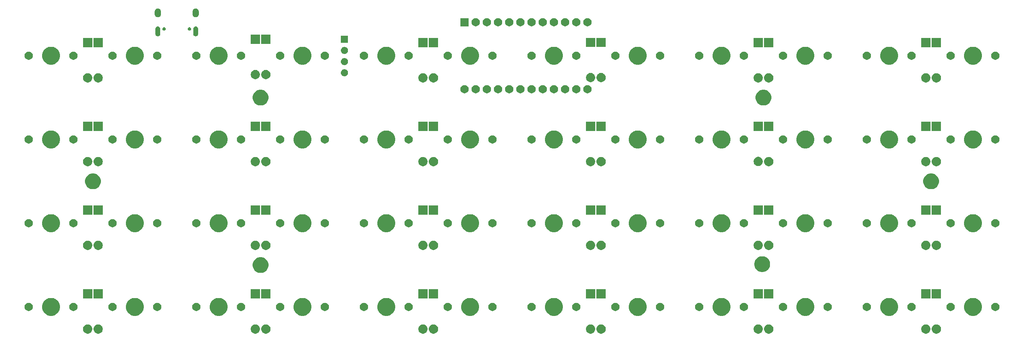
<source format=gbr>
G04 #@! TF.GenerationSoftware,KiCad,Pcbnew,(5.1.2-1)-1*
G04 #@! TF.CreationDate,2019-11-15T22:16:25-06:00*
G04 #@! TF.ProjectId,therick_THT,74686572-6963-46b5-9f54-48542e6b6963,rev?*
G04 #@! TF.SameCoordinates,Original*
G04 #@! TF.FileFunction,Soldermask,Top*
G04 #@! TF.FilePolarity,Negative*
%FSLAX46Y46*%
G04 Gerber Fmt 4.6, Leading zero omitted, Abs format (unit mm)*
G04 Created by KiCad (PCBNEW (5.1.2-1)-1) date 2019-11-15 22:16:25*
%MOMM*%
%LPD*%
G04 APERTURE LIST*
%ADD10C,0.100000*%
G04 APERTURE END LIST*
D10*
G36*
X257087924Y-105621869D02*
G01*
X257279193Y-105701095D01*
X257279195Y-105701096D01*
X257449492Y-105814885D01*
X257451333Y-105816115D01*
X257597725Y-105962507D01*
X257712745Y-106134647D01*
X257791971Y-106325916D01*
X257832360Y-106528964D01*
X257832360Y-106735996D01*
X257791971Y-106939044D01*
X257712745Y-107130313D01*
X257712744Y-107130315D01*
X257597725Y-107302453D01*
X257451333Y-107448845D01*
X257279195Y-107563864D01*
X257279194Y-107563865D01*
X257279193Y-107563865D01*
X257087924Y-107643091D01*
X256884876Y-107683480D01*
X256677844Y-107683480D01*
X256474796Y-107643091D01*
X256283527Y-107563865D01*
X256283526Y-107563865D01*
X256283525Y-107563864D01*
X256111387Y-107448845D01*
X255964995Y-107302453D01*
X255849976Y-107130315D01*
X255849975Y-107130313D01*
X255770749Y-106939044D01*
X255730360Y-106735996D01*
X255730360Y-106528964D01*
X255770749Y-106325916D01*
X255849975Y-106134647D01*
X255964995Y-105962507D01*
X256111387Y-105816115D01*
X256113228Y-105814885D01*
X256283525Y-105701096D01*
X256283527Y-105701095D01*
X256474796Y-105621869D01*
X256677844Y-105581480D01*
X256884876Y-105581480D01*
X257087924Y-105621869D01*
X257087924Y-105621869D01*
G37*
G36*
X254706644Y-105621869D02*
G01*
X254897913Y-105701095D01*
X254897915Y-105701096D01*
X255068212Y-105814885D01*
X255070053Y-105816115D01*
X255216445Y-105962507D01*
X255331465Y-106134647D01*
X255410691Y-106325916D01*
X255451080Y-106528964D01*
X255451080Y-106735996D01*
X255410691Y-106939044D01*
X255331465Y-107130313D01*
X255331464Y-107130315D01*
X255216445Y-107302453D01*
X255070053Y-107448845D01*
X254897915Y-107563864D01*
X254897914Y-107563865D01*
X254897913Y-107563865D01*
X254706644Y-107643091D01*
X254503596Y-107683480D01*
X254296564Y-107683480D01*
X254093516Y-107643091D01*
X253902247Y-107563865D01*
X253902246Y-107563865D01*
X253902245Y-107563864D01*
X253730107Y-107448845D01*
X253583715Y-107302453D01*
X253468696Y-107130315D01*
X253468695Y-107130313D01*
X253389469Y-106939044D01*
X253349080Y-106735996D01*
X253349080Y-106528964D01*
X253389469Y-106325916D01*
X253468695Y-106134647D01*
X253583715Y-105962507D01*
X253730107Y-105816115D01*
X253731948Y-105814885D01*
X253902245Y-105701096D01*
X253902247Y-105701095D01*
X254093516Y-105621869D01*
X254296564Y-105581480D01*
X254503596Y-105581480D01*
X254706644Y-105621869D01*
X254706644Y-105621869D01*
G37*
G36*
X180886964Y-105621869D02*
G01*
X181078233Y-105701095D01*
X181078235Y-105701096D01*
X181248532Y-105814885D01*
X181250373Y-105816115D01*
X181396765Y-105962507D01*
X181511785Y-106134647D01*
X181591011Y-106325916D01*
X181631400Y-106528964D01*
X181631400Y-106735996D01*
X181591011Y-106939044D01*
X181511785Y-107130313D01*
X181511784Y-107130315D01*
X181396765Y-107302453D01*
X181250373Y-107448845D01*
X181078235Y-107563864D01*
X181078234Y-107563865D01*
X181078233Y-107563865D01*
X180886964Y-107643091D01*
X180683916Y-107683480D01*
X180476884Y-107683480D01*
X180273836Y-107643091D01*
X180082567Y-107563865D01*
X180082566Y-107563865D01*
X180082565Y-107563864D01*
X179910427Y-107448845D01*
X179764035Y-107302453D01*
X179649016Y-107130315D01*
X179649015Y-107130313D01*
X179569789Y-106939044D01*
X179529400Y-106735996D01*
X179529400Y-106528964D01*
X179569789Y-106325916D01*
X179649015Y-106134647D01*
X179764035Y-105962507D01*
X179910427Y-105816115D01*
X179912268Y-105814885D01*
X180082565Y-105701096D01*
X180082567Y-105701095D01*
X180273836Y-105621869D01*
X180476884Y-105581480D01*
X180683916Y-105581480D01*
X180886964Y-105621869D01*
X180886964Y-105621869D01*
G37*
G36*
X178505684Y-105621869D02*
G01*
X178696953Y-105701095D01*
X178696955Y-105701096D01*
X178867252Y-105814885D01*
X178869093Y-105816115D01*
X179015485Y-105962507D01*
X179130505Y-106134647D01*
X179209731Y-106325916D01*
X179250120Y-106528964D01*
X179250120Y-106735996D01*
X179209731Y-106939044D01*
X179130505Y-107130313D01*
X179130504Y-107130315D01*
X179015485Y-107302453D01*
X178869093Y-107448845D01*
X178696955Y-107563864D01*
X178696954Y-107563865D01*
X178696953Y-107563865D01*
X178505684Y-107643091D01*
X178302636Y-107683480D01*
X178095604Y-107683480D01*
X177892556Y-107643091D01*
X177701287Y-107563865D01*
X177701286Y-107563865D01*
X177701285Y-107563864D01*
X177529147Y-107448845D01*
X177382755Y-107302453D01*
X177267736Y-107130315D01*
X177267735Y-107130313D01*
X177188509Y-106939044D01*
X177148120Y-106735996D01*
X177148120Y-106528964D01*
X177188509Y-106325916D01*
X177267735Y-106134647D01*
X177382755Y-105962507D01*
X177529147Y-105816115D01*
X177530988Y-105814885D01*
X177701285Y-105701096D01*
X177701287Y-105701095D01*
X177892556Y-105621869D01*
X178095604Y-105581480D01*
X178302636Y-105581480D01*
X178505684Y-105621869D01*
X178505684Y-105621869D01*
G37*
G36*
X142786484Y-105621869D02*
G01*
X142977753Y-105701095D01*
X142977755Y-105701096D01*
X143148052Y-105814885D01*
X143149893Y-105816115D01*
X143296285Y-105962507D01*
X143411305Y-106134647D01*
X143490531Y-106325916D01*
X143530920Y-106528964D01*
X143530920Y-106735996D01*
X143490531Y-106939044D01*
X143411305Y-107130313D01*
X143411304Y-107130315D01*
X143296285Y-107302453D01*
X143149893Y-107448845D01*
X142977755Y-107563864D01*
X142977754Y-107563865D01*
X142977753Y-107563865D01*
X142786484Y-107643091D01*
X142583436Y-107683480D01*
X142376404Y-107683480D01*
X142173356Y-107643091D01*
X141982087Y-107563865D01*
X141982086Y-107563865D01*
X141982085Y-107563864D01*
X141809947Y-107448845D01*
X141663555Y-107302453D01*
X141548536Y-107130315D01*
X141548535Y-107130313D01*
X141469309Y-106939044D01*
X141428920Y-106735996D01*
X141428920Y-106528964D01*
X141469309Y-106325916D01*
X141548535Y-106134647D01*
X141663555Y-105962507D01*
X141809947Y-105816115D01*
X141811788Y-105814885D01*
X141982085Y-105701096D01*
X141982087Y-105701095D01*
X142173356Y-105621869D01*
X142376404Y-105581480D01*
X142583436Y-105581480D01*
X142786484Y-105621869D01*
X142786484Y-105621869D01*
G37*
G36*
X140405204Y-105621869D02*
G01*
X140596473Y-105701095D01*
X140596475Y-105701096D01*
X140766772Y-105814885D01*
X140768613Y-105816115D01*
X140915005Y-105962507D01*
X141030025Y-106134647D01*
X141109251Y-106325916D01*
X141149640Y-106528964D01*
X141149640Y-106735996D01*
X141109251Y-106939044D01*
X141030025Y-107130313D01*
X141030024Y-107130315D01*
X140915005Y-107302453D01*
X140768613Y-107448845D01*
X140596475Y-107563864D01*
X140596474Y-107563865D01*
X140596473Y-107563865D01*
X140405204Y-107643091D01*
X140202156Y-107683480D01*
X139995124Y-107683480D01*
X139792076Y-107643091D01*
X139600807Y-107563865D01*
X139600806Y-107563865D01*
X139600805Y-107563864D01*
X139428667Y-107448845D01*
X139282275Y-107302453D01*
X139167256Y-107130315D01*
X139167255Y-107130313D01*
X139088029Y-106939044D01*
X139047640Y-106735996D01*
X139047640Y-106528964D01*
X139088029Y-106325916D01*
X139167255Y-106134647D01*
X139282275Y-105962507D01*
X139428667Y-105816115D01*
X139430508Y-105814885D01*
X139600805Y-105701096D01*
X139600807Y-105701095D01*
X139792076Y-105621869D01*
X139995124Y-105581480D01*
X140202156Y-105581480D01*
X140405204Y-105621869D01*
X140405204Y-105621869D01*
G37*
G36*
X104686004Y-105621869D02*
G01*
X104877273Y-105701095D01*
X104877275Y-105701096D01*
X105047572Y-105814885D01*
X105049413Y-105816115D01*
X105195805Y-105962507D01*
X105310825Y-106134647D01*
X105390051Y-106325916D01*
X105430440Y-106528964D01*
X105430440Y-106735996D01*
X105390051Y-106939044D01*
X105310825Y-107130313D01*
X105310824Y-107130315D01*
X105195805Y-107302453D01*
X105049413Y-107448845D01*
X104877275Y-107563864D01*
X104877274Y-107563865D01*
X104877273Y-107563865D01*
X104686004Y-107643091D01*
X104482956Y-107683480D01*
X104275924Y-107683480D01*
X104072876Y-107643091D01*
X103881607Y-107563865D01*
X103881606Y-107563865D01*
X103881605Y-107563864D01*
X103709467Y-107448845D01*
X103563075Y-107302453D01*
X103448056Y-107130315D01*
X103448055Y-107130313D01*
X103368829Y-106939044D01*
X103328440Y-106735996D01*
X103328440Y-106528964D01*
X103368829Y-106325916D01*
X103448055Y-106134647D01*
X103563075Y-105962507D01*
X103709467Y-105816115D01*
X103711308Y-105814885D01*
X103881605Y-105701096D01*
X103881607Y-105701095D01*
X104072876Y-105621869D01*
X104275924Y-105581480D01*
X104482956Y-105581480D01*
X104686004Y-105621869D01*
X104686004Y-105621869D01*
G37*
G36*
X102304724Y-105621869D02*
G01*
X102495993Y-105701095D01*
X102495995Y-105701096D01*
X102666292Y-105814885D01*
X102668133Y-105816115D01*
X102814525Y-105962507D01*
X102929545Y-106134647D01*
X103008771Y-106325916D01*
X103049160Y-106528964D01*
X103049160Y-106735996D01*
X103008771Y-106939044D01*
X102929545Y-107130313D01*
X102929544Y-107130315D01*
X102814525Y-107302453D01*
X102668133Y-107448845D01*
X102495995Y-107563864D01*
X102495994Y-107563865D01*
X102495993Y-107563865D01*
X102304724Y-107643091D01*
X102101676Y-107683480D01*
X101894644Y-107683480D01*
X101691596Y-107643091D01*
X101500327Y-107563865D01*
X101500326Y-107563865D01*
X101500325Y-107563864D01*
X101328187Y-107448845D01*
X101181795Y-107302453D01*
X101066776Y-107130315D01*
X101066775Y-107130313D01*
X100987549Y-106939044D01*
X100947160Y-106735996D01*
X100947160Y-106528964D01*
X100987549Y-106325916D01*
X101066775Y-106134647D01*
X101181795Y-105962507D01*
X101328187Y-105816115D01*
X101330028Y-105814885D01*
X101500325Y-105701096D01*
X101500327Y-105701095D01*
X101691596Y-105621869D01*
X101894644Y-105581480D01*
X102101676Y-105581480D01*
X102304724Y-105621869D01*
X102304724Y-105621869D01*
G37*
G36*
X66585524Y-105621869D02*
G01*
X66776793Y-105701095D01*
X66776795Y-105701096D01*
X66947092Y-105814885D01*
X66948933Y-105816115D01*
X67095325Y-105962507D01*
X67210345Y-106134647D01*
X67289571Y-106325916D01*
X67329960Y-106528964D01*
X67329960Y-106735996D01*
X67289571Y-106939044D01*
X67210345Y-107130313D01*
X67210344Y-107130315D01*
X67095325Y-107302453D01*
X66948933Y-107448845D01*
X66776795Y-107563864D01*
X66776794Y-107563865D01*
X66776793Y-107563865D01*
X66585524Y-107643091D01*
X66382476Y-107683480D01*
X66175444Y-107683480D01*
X65972396Y-107643091D01*
X65781127Y-107563865D01*
X65781126Y-107563865D01*
X65781125Y-107563864D01*
X65608987Y-107448845D01*
X65462595Y-107302453D01*
X65347576Y-107130315D01*
X65347575Y-107130313D01*
X65268349Y-106939044D01*
X65227960Y-106735996D01*
X65227960Y-106528964D01*
X65268349Y-106325916D01*
X65347575Y-106134647D01*
X65462595Y-105962507D01*
X65608987Y-105816115D01*
X65610828Y-105814885D01*
X65781125Y-105701096D01*
X65781127Y-105701095D01*
X65972396Y-105621869D01*
X66175444Y-105581480D01*
X66382476Y-105581480D01*
X66585524Y-105621869D01*
X66585524Y-105621869D01*
G37*
G36*
X64204244Y-105621869D02*
G01*
X64395513Y-105701095D01*
X64395515Y-105701096D01*
X64565812Y-105814885D01*
X64567653Y-105816115D01*
X64714045Y-105962507D01*
X64829065Y-106134647D01*
X64908291Y-106325916D01*
X64948680Y-106528964D01*
X64948680Y-106735996D01*
X64908291Y-106939044D01*
X64829065Y-107130313D01*
X64829064Y-107130315D01*
X64714045Y-107302453D01*
X64567653Y-107448845D01*
X64395515Y-107563864D01*
X64395514Y-107563865D01*
X64395513Y-107563865D01*
X64204244Y-107643091D01*
X64001196Y-107683480D01*
X63794164Y-107683480D01*
X63591116Y-107643091D01*
X63399847Y-107563865D01*
X63399846Y-107563865D01*
X63399845Y-107563864D01*
X63227707Y-107448845D01*
X63081315Y-107302453D01*
X62966296Y-107130315D01*
X62966295Y-107130313D01*
X62887069Y-106939044D01*
X62846680Y-106735996D01*
X62846680Y-106528964D01*
X62887069Y-106325916D01*
X62966295Y-106134647D01*
X63081315Y-105962507D01*
X63227707Y-105816115D01*
X63229548Y-105814885D01*
X63399845Y-105701096D01*
X63399847Y-105701095D01*
X63591116Y-105621869D01*
X63794164Y-105581480D01*
X64001196Y-105581480D01*
X64204244Y-105621869D01*
X64204244Y-105621869D01*
G37*
G36*
X218987444Y-105620639D02*
G01*
X219178713Y-105699865D01*
X219178715Y-105699866D01*
X219350853Y-105814885D01*
X219497245Y-105961277D01*
X219612265Y-106133417D01*
X219691491Y-106324686D01*
X219731880Y-106527734D01*
X219731880Y-106734766D01*
X219691491Y-106937814D01*
X219690981Y-106939045D01*
X219612264Y-107129085D01*
X219497245Y-107301223D01*
X219350853Y-107447615D01*
X219178715Y-107562634D01*
X219178714Y-107562635D01*
X219178713Y-107562635D01*
X218987444Y-107641861D01*
X218784396Y-107682250D01*
X218577364Y-107682250D01*
X218374316Y-107641861D01*
X218183047Y-107562635D01*
X218183046Y-107562635D01*
X218183045Y-107562634D01*
X218010907Y-107447615D01*
X217864515Y-107301223D01*
X217749496Y-107129085D01*
X217670779Y-106939045D01*
X217670269Y-106937814D01*
X217629880Y-106734766D01*
X217629880Y-106527734D01*
X217670269Y-106324686D01*
X217749495Y-106133417D01*
X217864515Y-105961277D01*
X218010907Y-105814885D01*
X218183045Y-105699866D01*
X218183047Y-105699865D01*
X218374316Y-105620639D01*
X218577364Y-105580250D01*
X218784396Y-105580250D01*
X218987444Y-105620639D01*
X218987444Y-105620639D01*
G37*
G36*
X216606164Y-105620639D02*
G01*
X216797433Y-105699865D01*
X216797435Y-105699866D01*
X216969573Y-105814885D01*
X217115965Y-105961277D01*
X217230985Y-106133417D01*
X217310211Y-106324686D01*
X217350600Y-106527734D01*
X217350600Y-106734766D01*
X217310211Y-106937814D01*
X217309701Y-106939045D01*
X217230984Y-107129085D01*
X217115965Y-107301223D01*
X216969573Y-107447615D01*
X216797435Y-107562634D01*
X216797434Y-107562635D01*
X216797433Y-107562635D01*
X216606164Y-107641861D01*
X216403116Y-107682250D01*
X216196084Y-107682250D01*
X215993036Y-107641861D01*
X215801767Y-107562635D01*
X215801766Y-107562635D01*
X215801765Y-107562634D01*
X215629627Y-107447615D01*
X215483235Y-107301223D01*
X215368216Y-107129085D01*
X215289499Y-106939045D01*
X215288989Y-106937814D01*
X215248600Y-106734766D01*
X215248600Y-106527734D01*
X215288989Y-106324686D01*
X215368215Y-106133417D01*
X215483235Y-105961277D01*
X215629627Y-105814885D01*
X215801765Y-105699866D01*
X215801767Y-105699865D01*
X215993036Y-105620639D01*
X216196084Y-105580250D01*
X216403116Y-105580250D01*
X216606164Y-105620639D01*
X216606164Y-105620639D01*
G37*
G36*
X113308974Y-99633684D02*
G01*
X113526974Y-99723983D01*
X113681123Y-99787833D01*
X114016048Y-100011623D01*
X114300877Y-100296452D01*
X114524667Y-100631377D01*
X114557062Y-100709586D01*
X114678816Y-101003526D01*
X114757400Y-101398594D01*
X114757400Y-101801406D01*
X114678816Y-102196474D01*
X114627951Y-102319272D01*
X114524667Y-102568623D01*
X114300877Y-102903548D01*
X114016048Y-103188377D01*
X113681123Y-103412167D01*
X113526974Y-103476017D01*
X113308974Y-103566316D01*
X112913906Y-103644900D01*
X112511094Y-103644900D01*
X112116026Y-103566316D01*
X111898026Y-103476017D01*
X111743877Y-103412167D01*
X111408952Y-103188377D01*
X111124123Y-102903548D01*
X110900333Y-102568623D01*
X110797049Y-102319272D01*
X110746184Y-102196474D01*
X110667600Y-101801406D01*
X110667600Y-101398594D01*
X110746184Y-101003526D01*
X110867938Y-100709586D01*
X110900333Y-100631377D01*
X111124123Y-100296452D01*
X111408952Y-100011623D01*
X111743877Y-99787833D01*
X111898026Y-99723983D01*
X112116026Y-99633684D01*
X112511094Y-99555100D01*
X112913906Y-99555100D01*
X113308974Y-99633684D01*
X113308974Y-99633684D01*
G37*
G36*
X94258974Y-99633684D02*
G01*
X94476974Y-99723983D01*
X94631123Y-99787833D01*
X94966048Y-100011623D01*
X95250877Y-100296452D01*
X95474667Y-100631377D01*
X95507062Y-100709586D01*
X95628816Y-101003526D01*
X95707400Y-101398594D01*
X95707400Y-101801406D01*
X95628816Y-102196474D01*
X95577951Y-102319272D01*
X95474667Y-102568623D01*
X95250877Y-102903548D01*
X94966048Y-103188377D01*
X94631123Y-103412167D01*
X94476974Y-103476017D01*
X94258974Y-103566316D01*
X93863906Y-103644900D01*
X93461094Y-103644900D01*
X93066026Y-103566316D01*
X92848026Y-103476017D01*
X92693877Y-103412167D01*
X92358952Y-103188377D01*
X92074123Y-102903548D01*
X91850333Y-102568623D01*
X91747049Y-102319272D01*
X91696184Y-102196474D01*
X91617600Y-101801406D01*
X91617600Y-101398594D01*
X91696184Y-101003526D01*
X91817938Y-100709586D01*
X91850333Y-100631377D01*
X92074123Y-100296452D01*
X92358952Y-100011623D01*
X92693877Y-99787833D01*
X92848026Y-99723983D01*
X93066026Y-99633684D01*
X93461094Y-99555100D01*
X93863906Y-99555100D01*
X94258974Y-99633684D01*
X94258974Y-99633684D01*
G37*
G36*
X75208974Y-99633684D02*
G01*
X75426974Y-99723983D01*
X75581123Y-99787833D01*
X75916048Y-100011623D01*
X76200877Y-100296452D01*
X76424667Y-100631377D01*
X76457062Y-100709586D01*
X76578816Y-101003526D01*
X76657400Y-101398594D01*
X76657400Y-101801406D01*
X76578816Y-102196474D01*
X76527951Y-102319272D01*
X76424667Y-102568623D01*
X76200877Y-102903548D01*
X75916048Y-103188377D01*
X75581123Y-103412167D01*
X75426974Y-103476017D01*
X75208974Y-103566316D01*
X74813906Y-103644900D01*
X74411094Y-103644900D01*
X74016026Y-103566316D01*
X73798026Y-103476017D01*
X73643877Y-103412167D01*
X73308952Y-103188377D01*
X73024123Y-102903548D01*
X72800333Y-102568623D01*
X72697049Y-102319272D01*
X72646184Y-102196474D01*
X72567600Y-101801406D01*
X72567600Y-101398594D01*
X72646184Y-101003526D01*
X72767938Y-100709586D01*
X72800333Y-100631377D01*
X73024123Y-100296452D01*
X73308952Y-100011623D01*
X73643877Y-99787833D01*
X73798026Y-99723983D01*
X74016026Y-99633684D01*
X74411094Y-99555100D01*
X74813906Y-99555100D01*
X75208974Y-99633684D01*
X75208974Y-99633684D01*
G37*
G36*
X56158974Y-99633684D02*
G01*
X56376974Y-99723983D01*
X56531123Y-99787833D01*
X56866048Y-100011623D01*
X57150877Y-100296452D01*
X57374667Y-100631377D01*
X57407062Y-100709586D01*
X57528816Y-101003526D01*
X57607400Y-101398594D01*
X57607400Y-101801406D01*
X57528816Y-102196474D01*
X57477951Y-102319272D01*
X57374667Y-102568623D01*
X57150877Y-102903548D01*
X56866048Y-103188377D01*
X56531123Y-103412167D01*
X56376974Y-103476017D01*
X56158974Y-103566316D01*
X55763906Y-103644900D01*
X55361094Y-103644900D01*
X54966026Y-103566316D01*
X54748026Y-103476017D01*
X54593877Y-103412167D01*
X54258952Y-103188377D01*
X53974123Y-102903548D01*
X53750333Y-102568623D01*
X53647049Y-102319272D01*
X53596184Y-102196474D01*
X53517600Y-101801406D01*
X53517600Y-101398594D01*
X53596184Y-101003526D01*
X53717938Y-100709586D01*
X53750333Y-100631377D01*
X53974123Y-100296452D01*
X54258952Y-100011623D01*
X54593877Y-99787833D01*
X54748026Y-99723983D01*
X54966026Y-99633684D01*
X55361094Y-99555100D01*
X55763906Y-99555100D01*
X56158974Y-99633684D01*
X56158974Y-99633684D01*
G37*
G36*
X132358974Y-99633684D02*
G01*
X132576974Y-99723983D01*
X132731123Y-99787833D01*
X133066048Y-100011623D01*
X133350877Y-100296452D01*
X133574667Y-100631377D01*
X133607062Y-100709586D01*
X133728816Y-101003526D01*
X133807400Y-101398594D01*
X133807400Y-101801406D01*
X133728816Y-102196474D01*
X133677951Y-102319272D01*
X133574667Y-102568623D01*
X133350877Y-102903548D01*
X133066048Y-103188377D01*
X132731123Y-103412167D01*
X132576974Y-103476017D01*
X132358974Y-103566316D01*
X131963906Y-103644900D01*
X131561094Y-103644900D01*
X131166026Y-103566316D01*
X130948026Y-103476017D01*
X130793877Y-103412167D01*
X130458952Y-103188377D01*
X130174123Y-102903548D01*
X129950333Y-102568623D01*
X129847049Y-102319272D01*
X129796184Y-102196474D01*
X129717600Y-101801406D01*
X129717600Y-101398594D01*
X129796184Y-101003526D01*
X129917938Y-100709586D01*
X129950333Y-100631377D01*
X130174123Y-100296452D01*
X130458952Y-100011623D01*
X130793877Y-99787833D01*
X130948026Y-99723983D01*
X131166026Y-99633684D01*
X131561094Y-99555100D01*
X131963906Y-99555100D01*
X132358974Y-99633684D01*
X132358974Y-99633684D01*
G37*
G36*
X151408974Y-99633684D02*
G01*
X151626974Y-99723983D01*
X151781123Y-99787833D01*
X152116048Y-100011623D01*
X152400877Y-100296452D01*
X152624667Y-100631377D01*
X152657062Y-100709586D01*
X152778816Y-101003526D01*
X152857400Y-101398594D01*
X152857400Y-101801406D01*
X152778816Y-102196474D01*
X152727951Y-102319272D01*
X152624667Y-102568623D01*
X152400877Y-102903548D01*
X152116048Y-103188377D01*
X151781123Y-103412167D01*
X151626974Y-103476017D01*
X151408974Y-103566316D01*
X151013906Y-103644900D01*
X150611094Y-103644900D01*
X150216026Y-103566316D01*
X149998026Y-103476017D01*
X149843877Y-103412167D01*
X149508952Y-103188377D01*
X149224123Y-102903548D01*
X149000333Y-102568623D01*
X148897049Y-102319272D01*
X148846184Y-102196474D01*
X148767600Y-101801406D01*
X148767600Y-101398594D01*
X148846184Y-101003526D01*
X148967938Y-100709586D01*
X149000333Y-100631377D01*
X149224123Y-100296452D01*
X149508952Y-100011623D01*
X149843877Y-99787833D01*
X149998026Y-99723983D01*
X150216026Y-99633684D01*
X150611094Y-99555100D01*
X151013906Y-99555100D01*
X151408974Y-99633684D01*
X151408974Y-99633684D01*
G37*
G36*
X170458974Y-99633684D02*
G01*
X170676974Y-99723983D01*
X170831123Y-99787833D01*
X171166048Y-100011623D01*
X171450877Y-100296452D01*
X171674667Y-100631377D01*
X171707062Y-100709586D01*
X171828816Y-101003526D01*
X171907400Y-101398594D01*
X171907400Y-101801406D01*
X171828816Y-102196474D01*
X171777951Y-102319272D01*
X171674667Y-102568623D01*
X171450877Y-102903548D01*
X171166048Y-103188377D01*
X170831123Y-103412167D01*
X170676974Y-103476017D01*
X170458974Y-103566316D01*
X170063906Y-103644900D01*
X169661094Y-103644900D01*
X169266026Y-103566316D01*
X169048026Y-103476017D01*
X168893877Y-103412167D01*
X168558952Y-103188377D01*
X168274123Y-102903548D01*
X168050333Y-102568623D01*
X167947049Y-102319272D01*
X167896184Y-102196474D01*
X167817600Y-101801406D01*
X167817600Y-101398594D01*
X167896184Y-101003526D01*
X168017938Y-100709586D01*
X168050333Y-100631377D01*
X168274123Y-100296452D01*
X168558952Y-100011623D01*
X168893877Y-99787833D01*
X169048026Y-99723983D01*
X169266026Y-99633684D01*
X169661094Y-99555100D01*
X170063906Y-99555100D01*
X170458974Y-99633684D01*
X170458974Y-99633684D01*
G37*
G36*
X189508974Y-99633684D02*
G01*
X189726974Y-99723983D01*
X189881123Y-99787833D01*
X190216048Y-100011623D01*
X190500877Y-100296452D01*
X190724667Y-100631377D01*
X190757062Y-100709586D01*
X190878816Y-101003526D01*
X190957400Y-101398594D01*
X190957400Y-101801406D01*
X190878816Y-102196474D01*
X190827951Y-102319272D01*
X190724667Y-102568623D01*
X190500877Y-102903548D01*
X190216048Y-103188377D01*
X189881123Y-103412167D01*
X189726974Y-103476017D01*
X189508974Y-103566316D01*
X189113906Y-103644900D01*
X188711094Y-103644900D01*
X188316026Y-103566316D01*
X188098026Y-103476017D01*
X187943877Y-103412167D01*
X187608952Y-103188377D01*
X187324123Y-102903548D01*
X187100333Y-102568623D01*
X186997049Y-102319272D01*
X186946184Y-102196474D01*
X186867600Y-101801406D01*
X186867600Y-101398594D01*
X186946184Y-101003526D01*
X187067938Y-100709586D01*
X187100333Y-100631377D01*
X187324123Y-100296452D01*
X187608952Y-100011623D01*
X187943877Y-99787833D01*
X188098026Y-99723983D01*
X188316026Y-99633684D01*
X188711094Y-99555100D01*
X189113906Y-99555100D01*
X189508974Y-99633684D01*
X189508974Y-99633684D01*
G37*
G36*
X208558974Y-99633684D02*
G01*
X208776974Y-99723983D01*
X208931123Y-99787833D01*
X209266048Y-100011623D01*
X209550877Y-100296452D01*
X209774667Y-100631377D01*
X209807062Y-100709586D01*
X209928816Y-101003526D01*
X210007400Y-101398594D01*
X210007400Y-101801406D01*
X209928816Y-102196474D01*
X209877951Y-102319272D01*
X209774667Y-102568623D01*
X209550877Y-102903548D01*
X209266048Y-103188377D01*
X208931123Y-103412167D01*
X208776974Y-103476017D01*
X208558974Y-103566316D01*
X208163906Y-103644900D01*
X207761094Y-103644900D01*
X207366026Y-103566316D01*
X207148026Y-103476017D01*
X206993877Y-103412167D01*
X206658952Y-103188377D01*
X206374123Y-102903548D01*
X206150333Y-102568623D01*
X206047049Y-102319272D01*
X205996184Y-102196474D01*
X205917600Y-101801406D01*
X205917600Y-101398594D01*
X205996184Y-101003526D01*
X206117938Y-100709586D01*
X206150333Y-100631377D01*
X206374123Y-100296452D01*
X206658952Y-100011623D01*
X206993877Y-99787833D01*
X207148026Y-99723983D01*
X207366026Y-99633684D01*
X207761094Y-99555100D01*
X208163906Y-99555100D01*
X208558974Y-99633684D01*
X208558974Y-99633684D01*
G37*
G36*
X227608974Y-99633684D02*
G01*
X227826974Y-99723983D01*
X227981123Y-99787833D01*
X228316048Y-100011623D01*
X228600877Y-100296452D01*
X228824667Y-100631377D01*
X228857062Y-100709586D01*
X228978816Y-101003526D01*
X229057400Y-101398594D01*
X229057400Y-101801406D01*
X228978816Y-102196474D01*
X228927951Y-102319272D01*
X228824667Y-102568623D01*
X228600877Y-102903548D01*
X228316048Y-103188377D01*
X227981123Y-103412167D01*
X227826974Y-103476017D01*
X227608974Y-103566316D01*
X227213906Y-103644900D01*
X226811094Y-103644900D01*
X226416026Y-103566316D01*
X226198026Y-103476017D01*
X226043877Y-103412167D01*
X225708952Y-103188377D01*
X225424123Y-102903548D01*
X225200333Y-102568623D01*
X225097049Y-102319272D01*
X225046184Y-102196474D01*
X224967600Y-101801406D01*
X224967600Y-101398594D01*
X225046184Y-101003526D01*
X225167938Y-100709586D01*
X225200333Y-100631377D01*
X225424123Y-100296452D01*
X225708952Y-100011623D01*
X226043877Y-99787833D01*
X226198026Y-99723983D01*
X226416026Y-99633684D01*
X226811094Y-99555100D01*
X227213906Y-99555100D01*
X227608974Y-99633684D01*
X227608974Y-99633684D01*
G37*
G36*
X246658974Y-99633684D02*
G01*
X246876974Y-99723983D01*
X247031123Y-99787833D01*
X247366048Y-100011623D01*
X247650877Y-100296452D01*
X247874667Y-100631377D01*
X247907062Y-100709586D01*
X248028816Y-101003526D01*
X248107400Y-101398594D01*
X248107400Y-101801406D01*
X248028816Y-102196474D01*
X247977951Y-102319272D01*
X247874667Y-102568623D01*
X247650877Y-102903548D01*
X247366048Y-103188377D01*
X247031123Y-103412167D01*
X246876974Y-103476017D01*
X246658974Y-103566316D01*
X246263906Y-103644900D01*
X245861094Y-103644900D01*
X245466026Y-103566316D01*
X245248026Y-103476017D01*
X245093877Y-103412167D01*
X244758952Y-103188377D01*
X244474123Y-102903548D01*
X244250333Y-102568623D01*
X244147049Y-102319272D01*
X244096184Y-102196474D01*
X244017600Y-101801406D01*
X244017600Y-101398594D01*
X244096184Y-101003526D01*
X244217938Y-100709586D01*
X244250333Y-100631377D01*
X244474123Y-100296452D01*
X244758952Y-100011623D01*
X245093877Y-99787833D01*
X245248026Y-99723983D01*
X245466026Y-99633684D01*
X245861094Y-99555100D01*
X246263906Y-99555100D01*
X246658974Y-99633684D01*
X246658974Y-99633684D01*
G37*
G36*
X265708974Y-99633684D02*
G01*
X265926974Y-99723983D01*
X266081123Y-99787833D01*
X266416048Y-100011623D01*
X266700877Y-100296452D01*
X266924667Y-100631377D01*
X266957062Y-100709586D01*
X267078816Y-101003526D01*
X267157400Y-101398594D01*
X267157400Y-101801406D01*
X267078816Y-102196474D01*
X267027951Y-102319272D01*
X266924667Y-102568623D01*
X266700877Y-102903548D01*
X266416048Y-103188377D01*
X266081123Y-103412167D01*
X265926974Y-103476017D01*
X265708974Y-103566316D01*
X265313906Y-103644900D01*
X264911094Y-103644900D01*
X264516026Y-103566316D01*
X264298026Y-103476017D01*
X264143877Y-103412167D01*
X263808952Y-103188377D01*
X263524123Y-102903548D01*
X263300333Y-102568623D01*
X263197049Y-102319272D01*
X263146184Y-102196474D01*
X263067600Y-101801406D01*
X263067600Y-101398594D01*
X263146184Y-101003526D01*
X263267938Y-100709586D01*
X263300333Y-100631377D01*
X263524123Y-100296452D01*
X263808952Y-100011623D01*
X264143877Y-99787833D01*
X264298026Y-99723983D01*
X264516026Y-99633684D01*
X264911094Y-99555100D01*
X265313906Y-99555100D01*
X265708974Y-99633684D01*
X265708974Y-99633684D01*
G37*
G36*
X260302604Y-100709585D02*
G01*
X260471126Y-100779389D01*
X260622791Y-100880728D01*
X260751772Y-101009709D01*
X260853111Y-101161374D01*
X260922915Y-101329896D01*
X260958500Y-101508797D01*
X260958500Y-101691203D01*
X260922915Y-101870104D01*
X260853111Y-102038626D01*
X260751772Y-102190291D01*
X260622791Y-102319272D01*
X260471126Y-102420611D01*
X260302604Y-102490415D01*
X260123703Y-102526000D01*
X259941297Y-102526000D01*
X259762396Y-102490415D01*
X259593874Y-102420611D01*
X259442209Y-102319272D01*
X259313228Y-102190291D01*
X259211889Y-102038626D01*
X259142085Y-101870104D01*
X259106500Y-101691203D01*
X259106500Y-101508797D01*
X259142085Y-101329896D01*
X259211889Y-101161374D01*
X259313228Y-101009709D01*
X259442209Y-100880728D01*
X259593874Y-100779389D01*
X259762396Y-100709585D01*
X259941297Y-100674000D01*
X260123703Y-100674000D01*
X260302604Y-100709585D01*
X260302604Y-100709585D01*
G37*
G36*
X107902604Y-100709585D02*
G01*
X108071126Y-100779389D01*
X108222791Y-100880728D01*
X108351772Y-101009709D01*
X108453111Y-101161374D01*
X108522915Y-101329896D01*
X108558500Y-101508797D01*
X108558500Y-101691203D01*
X108522915Y-101870104D01*
X108453111Y-102038626D01*
X108351772Y-102190291D01*
X108222791Y-102319272D01*
X108071126Y-102420611D01*
X107902604Y-102490415D01*
X107723703Y-102526000D01*
X107541297Y-102526000D01*
X107362396Y-102490415D01*
X107193874Y-102420611D01*
X107042209Y-102319272D01*
X106913228Y-102190291D01*
X106811889Y-102038626D01*
X106742085Y-101870104D01*
X106706500Y-101691203D01*
X106706500Y-101508797D01*
X106742085Y-101329896D01*
X106811889Y-101161374D01*
X106913228Y-101009709D01*
X107042209Y-100880728D01*
X107193874Y-100779389D01*
X107362396Y-100709585D01*
X107541297Y-100674000D01*
X107723703Y-100674000D01*
X107902604Y-100709585D01*
X107902604Y-100709585D01*
G37*
G36*
X270462604Y-100709585D02*
G01*
X270631126Y-100779389D01*
X270782791Y-100880728D01*
X270911772Y-101009709D01*
X271013111Y-101161374D01*
X271082915Y-101329896D01*
X271118500Y-101508797D01*
X271118500Y-101691203D01*
X271082915Y-101870104D01*
X271013111Y-102038626D01*
X270911772Y-102190291D01*
X270782791Y-102319272D01*
X270631126Y-102420611D01*
X270462604Y-102490415D01*
X270283703Y-102526000D01*
X270101297Y-102526000D01*
X269922396Y-102490415D01*
X269753874Y-102420611D01*
X269602209Y-102319272D01*
X269473228Y-102190291D01*
X269371889Y-102038626D01*
X269302085Y-101870104D01*
X269266500Y-101691203D01*
X269266500Y-101508797D01*
X269302085Y-101329896D01*
X269371889Y-101161374D01*
X269473228Y-101009709D01*
X269602209Y-100880728D01*
X269753874Y-100779389D01*
X269922396Y-100709585D01*
X270101297Y-100674000D01*
X270283703Y-100674000D01*
X270462604Y-100709585D01*
X270462604Y-100709585D01*
G37*
G36*
X251412604Y-100709585D02*
G01*
X251581126Y-100779389D01*
X251732791Y-100880728D01*
X251861772Y-101009709D01*
X251963111Y-101161374D01*
X252032915Y-101329896D01*
X252068500Y-101508797D01*
X252068500Y-101691203D01*
X252032915Y-101870104D01*
X251963111Y-102038626D01*
X251861772Y-102190291D01*
X251732791Y-102319272D01*
X251581126Y-102420611D01*
X251412604Y-102490415D01*
X251233703Y-102526000D01*
X251051297Y-102526000D01*
X250872396Y-102490415D01*
X250703874Y-102420611D01*
X250552209Y-102319272D01*
X250423228Y-102190291D01*
X250321889Y-102038626D01*
X250252085Y-101870104D01*
X250216500Y-101691203D01*
X250216500Y-101508797D01*
X250252085Y-101329896D01*
X250321889Y-101161374D01*
X250423228Y-101009709D01*
X250552209Y-100880728D01*
X250703874Y-100779389D01*
X250872396Y-100709585D01*
X251051297Y-100674000D01*
X251233703Y-100674000D01*
X251412604Y-100709585D01*
X251412604Y-100709585D01*
G37*
G36*
X241252604Y-100709585D02*
G01*
X241421126Y-100779389D01*
X241572791Y-100880728D01*
X241701772Y-101009709D01*
X241803111Y-101161374D01*
X241872915Y-101329896D01*
X241908500Y-101508797D01*
X241908500Y-101691203D01*
X241872915Y-101870104D01*
X241803111Y-102038626D01*
X241701772Y-102190291D01*
X241572791Y-102319272D01*
X241421126Y-102420611D01*
X241252604Y-102490415D01*
X241073703Y-102526000D01*
X240891297Y-102526000D01*
X240712396Y-102490415D01*
X240543874Y-102420611D01*
X240392209Y-102319272D01*
X240263228Y-102190291D01*
X240161889Y-102038626D01*
X240092085Y-101870104D01*
X240056500Y-101691203D01*
X240056500Y-101508797D01*
X240092085Y-101329896D01*
X240161889Y-101161374D01*
X240263228Y-101009709D01*
X240392209Y-100880728D01*
X240543874Y-100779389D01*
X240712396Y-100709585D01*
X240891297Y-100674000D01*
X241073703Y-100674000D01*
X241252604Y-100709585D01*
X241252604Y-100709585D01*
G37*
G36*
X232362604Y-100709585D02*
G01*
X232531126Y-100779389D01*
X232682791Y-100880728D01*
X232811772Y-101009709D01*
X232913111Y-101161374D01*
X232982915Y-101329896D01*
X233018500Y-101508797D01*
X233018500Y-101691203D01*
X232982915Y-101870104D01*
X232913111Y-102038626D01*
X232811772Y-102190291D01*
X232682791Y-102319272D01*
X232531126Y-102420611D01*
X232362604Y-102490415D01*
X232183703Y-102526000D01*
X232001297Y-102526000D01*
X231822396Y-102490415D01*
X231653874Y-102420611D01*
X231502209Y-102319272D01*
X231373228Y-102190291D01*
X231271889Y-102038626D01*
X231202085Y-101870104D01*
X231166500Y-101691203D01*
X231166500Y-101508797D01*
X231202085Y-101329896D01*
X231271889Y-101161374D01*
X231373228Y-101009709D01*
X231502209Y-100880728D01*
X231653874Y-100779389D01*
X231822396Y-100709585D01*
X232001297Y-100674000D01*
X232183703Y-100674000D01*
X232362604Y-100709585D01*
X232362604Y-100709585D01*
G37*
G36*
X222202604Y-100709585D02*
G01*
X222371126Y-100779389D01*
X222522791Y-100880728D01*
X222651772Y-101009709D01*
X222753111Y-101161374D01*
X222822915Y-101329896D01*
X222858500Y-101508797D01*
X222858500Y-101691203D01*
X222822915Y-101870104D01*
X222753111Y-102038626D01*
X222651772Y-102190291D01*
X222522791Y-102319272D01*
X222371126Y-102420611D01*
X222202604Y-102490415D01*
X222023703Y-102526000D01*
X221841297Y-102526000D01*
X221662396Y-102490415D01*
X221493874Y-102420611D01*
X221342209Y-102319272D01*
X221213228Y-102190291D01*
X221111889Y-102038626D01*
X221042085Y-101870104D01*
X221006500Y-101691203D01*
X221006500Y-101508797D01*
X221042085Y-101329896D01*
X221111889Y-101161374D01*
X221213228Y-101009709D01*
X221342209Y-100880728D01*
X221493874Y-100779389D01*
X221662396Y-100709585D01*
X221841297Y-100674000D01*
X222023703Y-100674000D01*
X222202604Y-100709585D01*
X222202604Y-100709585D01*
G37*
G36*
X213312604Y-100709585D02*
G01*
X213481126Y-100779389D01*
X213632791Y-100880728D01*
X213761772Y-101009709D01*
X213863111Y-101161374D01*
X213932915Y-101329896D01*
X213968500Y-101508797D01*
X213968500Y-101691203D01*
X213932915Y-101870104D01*
X213863111Y-102038626D01*
X213761772Y-102190291D01*
X213632791Y-102319272D01*
X213481126Y-102420611D01*
X213312604Y-102490415D01*
X213133703Y-102526000D01*
X212951297Y-102526000D01*
X212772396Y-102490415D01*
X212603874Y-102420611D01*
X212452209Y-102319272D01*
X212323228Y-102190291D01*
X212221889Y-102038626D01*
X212152085Y-101870104D01*
X212116500Y-101691203D01*
X212116500Y-101508797D01*
X212152085Y-101329896D01*
X212221889Y-101161374D01*
X212323228Y-101009709D01*
X212452209Y-100880728D01*
X212603874Y-100779389D01*
X212772396Y-100709585D01*
X212951297Y-100674000D01*
X213133703Y-100674000D01*
X213312604Y-100709585D01*
X213312604Y-100709585D01*
G37*
G36*
X203152604Y-100709585D02*
G01*
X203321126Y-100779389D01*
X203472791Y-100880728D01*
X203601772Y-101009709D01*
X203703111Y-101161374D01*
X203772915Y-101329896D01*
X203808500Y-101508797D01*
X203808500Y-101691203D01*
X203772915Y-101870104D01*
X203703111Y-102038626D01*
X203601772Y-102190291D01*
X203472791Y-102319272D01*
X203321126Y-102420611D01*
X203152604Y-102490415D01*
X202973703Y-102526000D01*
X202791297Y-102526000D01*
X202612396Y-102490415D01*
X202443874Y-102420611D01*
X202292209Y-102319272D01*
X202163228Y-102190291D01*
X202061889Y-102038626D01*
X201992085Y-101870104D01*
X201956500Y-101691203D01*
X201956500Y-101508797D01*
X201992085Y-101329896D01*
X202061889Y-101161374D01*
X202163228Y-101009709D01*
X202292209Y-100880728D01*
X202443874Y-100779389D01*
X202612396Y-100709585D01*
X202791297Y-100674000D01*
X202973703Y-100674000D01*
X203152604Y-100709585D01*
X203152604Y-100709585D01*
G37*
G36*
X194262604Y-100709585D02*
G01*
X194431126Y-100779389D01*
X194582791Y-100880728D01*
X194711772Y-101009709D01*
X194813111Y-101161374D01*
X194882915Y-101329896D01*
X194918500Y-101508797D01*
X194918500Y-101691203D01*
X194882915Y-101870104D01*
X194813111Y-102038626D01*
X194711772Y-102190291D01*
X194582791Y-102319272D01*
X194431126Y-102420611D01*
X194262604Y-102490415D01*
X194083703Y-102526000D01*
X193901297Y-102526000D01*
X193722396Y-102490415D01*
X193553874Y-102420611D01*
X193402209Y-102319272D01*
X193273228Y-102190291D01*
X193171889Y-102038626D01*
X193102085Y-101870104D01*
X193066500Y-101691203D01*
X193066500Y-101508797D01*
X193102085Y-101329896D01*
X193171889Y-101161374D01*
X193273228Y-101009709D01*
X193402209Y-100880728D01*
X193553874Y-100779389D01*
X193722396Y-100709585D01*
X193901297Y-100674000D01*
X194083703Y-100674000D01*
X194262604Y-100709585D01*
X194262604Y-100709585D01*
G37*
G36*
X184102604Y-100709585D02*
G01*
X184271126Y-100779389D01*
X184422791Y-100880728D01*
X184551772Y-101009709D01*
X184653111Y-101161374D01*
X184722915Y-101329896D01*
X184758500Y-101508797D01*
X184758500Y-101691203D01*
X184722915Y-101870104D01*
X184653111Y-102038626D01*
X184551772Y-102190291D01*
X184422791Y-102319272D01*
X184271126Y-102420611D01*
X184102604Y-102490415D01*
X183923703Y-102526000D01*
X183741297Y-102526000D01*
X183562396Y-102490415D01*
X183393874Y-102420611D01*
X183242209Y-102319272D01*
X183113228Y-102190291D01*
X183011889Y-102038626D01*
X182942085Y-101870104D01*
X182906500Y-101691203D01*
X182906500Y-101508797D01*
X182942085Y-101329896D01*
X183011889Y-101161374D01*
X183113228Y-101009709D01*
X183242209Y-100880728D01*
X183393874Y-100779389D01*
X183562396Y-100709585D01*
X183741297Y-100674000D01*
X183923703Y-100674000D01*
X184102604Y-100709585D01*
X184102604Y-100709585D01*
G37*
G36*
X175212604Y-100709585D02*
G01*
X175381126Y-100779389D01*
X175532791Y-100880728D01*
X175661772Y-101009709D01*
X175763111Y-101161374D01*
X175832915Y-101329896D01*
X175868500Y-101508797D01*
X175868500Y-101691203D01*
X175832915Y-101870104D01*
X175763111Y-102038626D01*
X175661772Y-102190291D01*
X175532791Y-102319272D01*
X175381126Y-102420611D01*
X175212604Y-102490415D01*
X175033703Y-102526000D01*
X174851297Y-102526000D01*
X174672396Y-102490415D01*
X174503874Y-102420611D01*
X174352209Y-102319272D01*
X174223228Y-102190291D01*
X174121889Y-102038626D01*
X174052085Y-101870104D01*
X174016500Y-101691203D01*
X174016500Y-101508797D01*
X174052085Y-101329896D01*
X174121889Y-101161374D01*
X174223228Y-101009709D01*
X174352209Y-100880728D01*
X174503874Y-100779389D01*
X174672396Y-100709585D01*
X174851297Y-100674000D01*
X175033703Y-100674000D01*
X175212604Y-100709585D01*
X175212604Y-100709585D01*
G37*
G36*
X165052604Y-100709585D02*
G01*
X165221126Y-100779389D01*
X165372791Y-100880728D01*
X165501772Y-101009709D01*
X165603111Y-101161374D01*
X165672915Y-101329896D01*
X165708500Y-101508797D01*
X165708500Y-101691203D01*
X165672915Y-101870104D01*
X165603111Y-102038626D01*
X165501772Y-102190291D01*
X165372791Y-102319272D01*
X165221126Y-102420611D01*
X165052604Y-102490415D01*
X164873703Y-102526000D01*
X164691297Y-102526000D01*
X164512396Y-102490415D01*
X164343874Y-102420611D01*
X164192209Y-102319272D01*
X164063228Y-102190291D01*
X163961889Y-102038626D01*
X163892085Y-101870104D01*
X163856500Y-101691203D01*
X163856500Y-101508797D01*
X163892085Y-101329896D01*
X163961889Y-101161374D01*
X164063228Y-101009709D01*
X164192209Y-100880728D01*
X164343874Y-100779389D01*
X164512396Y-100709585D01*
X164691297Y-100674000D01*
X164873703Y-100674000D01*
X165052604Y-100709585D01*
X165052604Y-100709585D01*
G37*
G36*
X156162604Y-100709585D02*
G01*
X156331126Y-100779389D01*
X156482791Y-100880728D01*
X156611772Y-101009709D01*
X156713111Y-101161374D01*
X156782915Y-101329896D01*
X156818500Y-101508797D01*
X156818500Y-101691203D01*
X156782915Y-101870104D01*
X156713111Y-102038626D01*
X156611772Y-102190291D01*
X156482791Y-102319272D01*
X156331126Y-102420611D01*
X156162604Y-102490415D01*
X155983703Y-102526000D01*
X155801297Y-102526000D01*
X155622396Y-102490415D01*
X155453874Y-102420611D01*
X155302209Y-102319272D01*
X155173228Y-102190291D01*
X155071889Y-102038626D01*
X155002085Y-101870104D01*
X154966500Y-101691203D01*
X154966500Y-101508797D01*
X155002085Y-101329896D01*
X155071889Y-101161374D01*
X155173228Y-101009709D01*
X155302209Y-100880728D01*
X155453874Y-100779389D01*
X155622396Y-100709585D01*
X155801297Y-100674000D01*
X155983703Y-100674000D01*
X156162604Y-100709585D01*
X156162604Y-100709585D01*
G37*
G36*
X60912604Y-100709585D02*
G01*
X61081126Y-100779389D01*
X61232791Y-100880728D01*
X61361772Y-101009709D01*
X61463111Y-101161374D01*
X61532915Y-101329896D01*
X61568500Y-101508797D01*
X61568500Y-101691203D01*
X61532915Y-101870104D01*
X61463111Y-102038626D01*
X61361772Y-102190291D01*
X61232791Y-102319272D01*
X61081126Y-102420611D01*
X60912604Y-102490415D01*
X60733703Y-102526000D01*
X60551297Y-102526000D01*
X60372396Y-102490415D01*
X60203874Y-102420611D01*
X60052209Y-102319272D01*
X59923228Y-102190291D01*
X59821889Y-102038626D01*
X59752085Y-101870104D01*
X59716500Y-101691203D01*
X59716500Y-101508797D01*
X59752085Y-101329896D01*
X59821889Y-101161374D01*
X59923228Y-101009709D01*
X60052209Y-100880728D01*
X60203874Y-100779389D01*
X60372396Y-100709585D01*
X60551297Y-100674000D01*
X60733703Y-100674000D01*
X60912604Y-100709585D01*
X60912604Y-100709585D01*
G37*
G36*
X50752604Y-100709585D02*
G01*
X50921126Y-100779389D01*
X51072791Y-100880728D01*
X51201772Y-101009709D01*
X51303111Y-101161374D01*
X51372915Y-101329896D01*
X51408500Y-101508797D01*
X51408500Y-101691203D01*
X51372915Y-101870104D01*
X51303111Y-102038626D01*
X51201772Y-102190291D01*
X51072791Y-102319272D01*
X50921126Y-102420611D01*
X50752604Y-102490415D01*
X50573703Y-102526000D01*
X50391297Y-102526000D01*
X50212396Y-102490415D01*
X50043874Y-102420611D01*
X49892209Y-102319272D01*
X49763228Y-102190291D01*
X49661889Y-102038626D01*
X49592085Y-101870104D01*
X49556500Y-101691203D01*
X49556500Y-101508797D01*
X49592085Y-101329896D01*
X49661889Y-101161374D01*
X49763228Y-101009709D01*
X49892209Y-100880728D01*
X50043874Y-100779389D01*
X50212396Y-100709585D01*
X50391297Y-100674000D01*
X50573703Y-100674000D01*
X50752604Y-100709585D01*
X50752604Y-100709585D01*
G37*
G36*
X146002604Y-100709585D02*
G01*
X146171126Y-100779389D01*
X146322791Y-100880728D01*
X146451772Y-101009709D01*
X146553111Y-101161374D01*
X146622915Y-101329896D01*
X146658500Y-101508797D01*
X146658500Y-101691203D01*
X146622915Y-101870104D01*
X146553111Y-102038626D01*
X146451772Y-102190291D01*
X146322791Y-102319272D01*
X146171126Y-102420611D01*
X146002604Y-102490415D01*
X145823703Y-102526000D01*
X145641297Y-102526000D01*
X145462396Y-102490415D01*
X145293874Y-102420611D01*
X145142209Y-102319272D01*
X145013228Y-102190291D01*
X144911889Y-102038626D01*
X144842085Y-101870104D01*
X144806500Y-101691203D01*
X144806500Y-101508797D01*
X144842085Y-101329896D01*
X144911889Y-101161374D01*
X145013228Y-101009709D01*
X145142209Y-100880728D01*
X145293874Y-100779389D01*
X145462396Y-100709585D01*
X145641297Y-100674000D01*
X145823703Y-100674000D01*
X146002604Y-100709585D01*
X146002604Y-100709585D01*
G37*
G36*
X79962604Y-100709585D02*
G01*
X80131126Y-100779389D01*
X80282791Y-100880728D01*
X80411772Y-101009709D01*
X80513111Y-101161374D01*
X80582915Y-101329896D01*
X80618500Y-101508797D01*
X80618500Y-101691203D01*
X80582915Y-101870104D01*
X80513111Y-102038626D01*
X80411772Y-102190291D01*
X80282791Y-102319272D01*
X80131126Y-102420611D01*
X79962604Y-102490415D01*
X79783703Y-102526000D01*
X79601297Y-102526000D01*
X79422396Y-102490415D01*
X79253874Y-102420611D01*
X79102209Y-102319272D01*
X78973228Y-102190291D01*
X78871889Y-102038626D01*
X78802085Y-101870104D01*
X78766500Y-101691203D01*
X78766500Y-101508797D01*
X78802085Y-101329896D01*
X78871889Y-101161374D01*
X78973228Y-101009709D01*
X79102209Y-100880728D01*
X79253874Y-100779389D01*
X79422396Y-100709585D01*
X79601297Y-100674000D01*
X79783703Y-100674000D01*
X79962604Y-100709585D01*
X79962604Y-100709585D01*
G37*
G36*
X69802604Y-100709585D02*
G01*
X69971126Y-100779389D01*
X70122791Y-100880728D01*
X70251772Y-101009709D01*
X70353111Y-101161374D01*
X70422915Y-101329896D01*
X70458500Y-101508797D01*
X70458500Y-101691203D01*
X70422915Y-101870104D01*
X70353111Y-102038626D01*
X70251772Y-102190291D01*
X70122791Y-102319272D01*
X69971126Y-102420611D01*
X69802604Y-102490415D01*
X69623703Y-102526000D01*
X69441297Y-102526000D01*
X69262396Y-102490415D01*
X69093874Y-102420611D01*
X68942209Y-102319272D01*
X68813228Y-102190291D01*
X68711889Y-102038626D01*
X68642085Y-101870104D01*
X68606500Y-101691203D01*
X68606500Y-101508797D01*
X68642085Y-101329896D01*
X68711889Y-101161374D01*
X68813228Y-101009709D01*
X68942209Y-100880728D01*
X69093874Y-100779389D01*
X69262396Y-100709585D01*
X69441297Y-100674000D01*
X69623703Y-100674000D01*
X69802604Y-100709585D01*
X69802604Y-100709585D01*
G37*
G36*
X137112604Y-100709585D02*
G01*
X137281126Y-100779389D01*
X137432791Y-100880728D01*
X137561772Y-101009709D01*
X137663111Y-101161374D01*
X137732915Y-101329896D01*
X137768500Y-101508797D01*
X137768500Y-101691203D01*
X137732915Y-101870104D01*
X137663111Y-102038626D01*
X137561772Y-102190291D01*
X137432791Y-102319272D01*
X137281126Y-102420611D01*
X137112604Y-102490415D01*
X136933703Y-102526000D01*
X136751297Y-102526000D01*
X136572396Y-102490415D01*
X136403874Y-102420611D01*
X136252209Y-102319272D01*
X136123228Y-102190291D01*
X136021889Y-102038626D01*
X135952085Y-101870104D01*
X135916500Y-101691203D01*
X135916500Y-101508797D01*
X135952085Y-101329896D01*
X136021889Y-101161374D01*
X136123228Y-101009709D01*
X136252209Y-100880728D01*
X136403874Y-100779389D01*
X136572396Y-100709585D01*
X136751297Y-100674000D01*
X136933703Y-100674000D01*
X137112604Y-100709585D01*
X137112604Y-100709585D01*
G37*
G36*
X99012604Y-100709585D02*
G01*
X99181126Y-100779389D01*
X99332791Y-100880728D01*
X99461772Y-101009709D01*
X99563111Y-101161374D01*
X99632915Y-101329896D01*
X99668500Y-101508797D01*
X99668500Y-101691203D01*
X99632915Y-101870104D01*
X99563111Y-102038626D01*
X99461772Y-102190291D01*
X99332791Y-102319272D01*
X99181126Y-102420611D01*
X99012604Y-102490415D01*
X98833703Y-102526000D01*
X98651297Y-102526000D01*
X98472396Y-102490415D01*
X98303874Y-102420611D01*
X98152209Y-102319272D01*
X98023228Y-102190291D01*
X97921889Y-102038626D01*
X97852085Y-101870104D01*
X97816500Y-101691203D01*
X97816500Y-101508797D01*
X97852085Y-101329896D01*
X97921889Y-101161374D01*
X98023228Y-101009709D01*
X98152209Y-100880728D01*
X98303874Y-100779389D01*
X98472396Y-100709585D01*
X98651297Y-100674000D01*
X98833703Y-100674000D01*
X99012604Y-100709585D01*
X99012604Y-100709585D01*
G37*
G36*
X88852604Y-100709585D02*
G01*
X89021126Y-100779389D01*
X89172791Y-100880728D01*
X89301772Y-101009709D01*
X89403111Y-101161374D01*
X89472915Y-101329896D01*
X89508500Y-101508797D01*
X89508500Y-101691203D01*
X89472915Y-101870104D01*
X89403111Y-102038626D01*
X89301772Y-102190291D01*
X89172791Y-102319272D01*
X89021126Y-102420611D01*
X88852604Y-102490415D01*
X88673703Y-102526000D01*
X88491297Y-102526000D01*
X88312396Y-102490415D01*
X88143874Y-102420611D01*
X87992209Y-102319272D01*
X87863228Y-102190291D01*
X87761889Y-102038626D01*
X87692085Y-101870104D01*
X87656500Y-101691203D01*
X87656500Y-101508797D01*
X87692085Y-101329896D01*
X87761889Y-101161374D01*
X87863228Y-101009709D01*
X87992209Y-100880728D01*
X88143874Y-100779389D01*
X88312396Y-100709585D01*
X88491297Y-100674000D01*
X88673703Y-100674000D01*
X88852604Y-100709585D01*
X88852604Y-100709585D01*
G37*
G36*
X126952604Y-100709585D02*
G01*
X127121126Y-100779389D01*
X127272791Y-100880728D01*
X127401772Y-101009709D01*
X127503111Y-101161374D01*
X127572915Y-101329896D01*
X127608500Y-101508797D01*
X127608500Y-101691203D01*
X127572915Y-101870104D01*
X127503111Y-102038626D01*
X127401772Y-102190291D01*
X127272791Y-102319272D01*
X127121126Y-102420611D01*
X126952604Y-102490415D01*
X126773703Y-102526000D01*
X126591297Y-102526000D01*
X126412396Y-102490415D01*
X126243874Y-102420611D01*
X126092209Y-102319272D01*
X125963228Y-102190291D01*
X125861889Y-102038626D01*
X125792085Y-101870104D01*
X125756500Y-101691203D01*
X125756500Y-101508797D01*
X125792085Y-101329896D01*
X125861889Y-101161374D01*
X125963228Y-101009709D01*
X126092209Y-100880728D01*
X126243874Y-100779389D01*
X126412396Y-100709585D01*
X126591297Y-100674000D01*
X126773703Y-100674000D01*
X126952604Y-100709585D01*
X126952604Y-100709585D01*
G37*
G36*
X118062604Y-100709585D02*
G01*
X118231126Y-100779389D01*
X118382791Y-100880728D01*
X118511772Y-101009709D01*
X118613111Y-101161374D01*
X118682915Y-101329896D01*
X118718500Y-101508797D01*
X118718500Y-101691203D01*
X118682915Y-101870104D01*
X118613111Y-102038626D01*
X118511772Y-102190291D01*
X118382791Y-102319272D01*
X118231126Y-102420611D01*
X118062604Y-102490415D01*
X117883703Y-102526000D01*
X117701297Y-102526000D01*
X117522396Y-102490415D01*
X117353874Y-102420611D01*
X117202209Y-102319272D01*
X117073228Y-102190291D01*
X116971889Y-102038626D01*
X116902085Y-101870104D01*
X116866500Y-101691203D01*
X116866500Y-101508797D01*
X116902085Y-101329896D01*
X116971889Y-101161374D01*
X117073228Y-101009709D01*
X117202209Y-100880728D01*
X117353874Y-100779389D01*
X117522396Y-100709585D01*
X117701297Y-100674000D01*
X117883703Y-100674000D01*
X118062604Y-100709585D01*
X118062604Y-100709585D01*
G37*
G36*
X255451080Y-99683480D02*
G01*
X253349080Y-99683480D01*
X253349080Y-97581480D01*
X255451080Y-97581480D01*
X255451080Y-99683480D01*
X255451080Y-99683480D01*
G37*
G36*
X179250120Y-99683480D02*
G01*
X177148120Y-99683480D01*
X177148120Y-97581480D01*
X179250120Y-97581480D01*
X179250120Y-99683480D01*
X179250120Y-99683480D01*
G37*
G36*
X181631400Y-99683480D02*
G01*
X179529400Y-99683480D01*
X179529400Y-97581480D01*
X181631400Y-97581480D01*
X181631400Y-99683480D01*
X181631400Y-99683480D01*
G37*
G36*
X257832360Y-99683480D02*
G01*
X255730360Y-99683480D01*
X255730360Y-97581480D01*
X257832360Y-97581480D01*
X257832360Y-99683480D01*
X257832360Y-99683480D01*
G37*
G36*
X143530920Y-99683480D02*
G01*
X141428920Y-99683480D01*
X141428920Y-97581480D01*
X143530920Y-97581480D01*
X143530920Y-99683480D01*
X143530920Y-99683480D01*
G37*
G36*
X141149640Y-99683480D02*
G01*
X139047640Y-99683480D01*
X139047640Y-97581480D01*
X141149640Y-97581480D01*
X141149640Y-99683480D01*
X141149640Y-99683480D01*
G37*
G36*
X64948680Y-99683480D02*
G01*
X62846680Y-99683480D01*
X62846680Y-97581480D01*
X64948680Y-97581480D01*
X64948680Y-99683480D01*
X64948680Y-99683480D01*
G37*
G36*
X105430440Y-99683480D02*
G01*
X103328440Y-99683480D01*
X103328440Y-97581480D01*
X105430440Y-97581480D01*
X105430440Y-99683480D01*
X105430440Y-99683480D01*
G37*
G36*
X103049160Y-99683480D02*
G01*
X100947160Y-99683480D01*
X100947160Y-97581480D01*
X103049160Y-97581480D01*
X103049160Y-99683480D01*
X103049160Y-99683480D01*
G37*
G36*
X67329960Y-99683480D02*
G01*
X65227960Y-99683480D01*
X65227960Y-97581480D01*
X67329960Y-97581480D01*
X67329960Y-99683480D01*
X67329960Y-99683480D01*
G37*
G36*
X217350600Y-99682250D02*
G01*
X215248600Y-99682250D01*
X215248600Y-97580250D01*
X217350600Y-97580250D01*
X217350600Y-99682250D01*
X217350600Y-99682250D01*
G37*
G36*
X219731880Y-99682250D02*
G01*
X217629880Y-99682250D01*
X217629880Y-97580250D01*
X219731880Y-97580250D01*
X219731880Y-99682250D01*
X219731880Y-99682250D01*
G37*
G36*
X103712831Y-90343211D02*
G01*
X104040592Y-90478974D01*
X104335570Y-90676072D01*
X104586428Y-90926930D01*
X104783526Y-91221908D01*
X104919289Y-91549669D01*
X104988500Y-91897616D01*
X104988500Y-92252384D01*
X104919289Y-92600331D01*
X104783526Y-92928092D01*
X104586428Y-93223070D01*
X104335570Y-93473928D01*
X104040592Y-93671026D01*
X103712831Y-93806789D01*
X103364884Y-93876000D01*
X103010116Y-93876000D01*
X102662169Y-93806789D01*
X102334408Y-93671026D01*
X102039430Y-93473928D01*
X101788572Y-93223070D01*
X101591474Y-92928092D01*
X101455711Y-92600331D01*
X101386500Y-92252384D01*
X101386500Y-91897616D01*
X101455711Y-91549669D01*
X101591474Y-91221908D01*
X101788572Y-90926930D01*
X102039430Y-90676072D01*
X102334408Y-90478974D01*
X102662169Y-90343211D01*
X103010116Y-90274000D01*
X103364884Y-90274000D01*
X103712831Y-90343211D01*
X103712831Y-90343211D01*
G37*
G36*
X217731581Y-90149461D02*
G01*
X218059342Y-90285224D01*
X218354320Y-90482322D01*
X218605178Y-90733180D01*
X218802276Y-91028158D01*
X218938039Y-91355919D01*
X219007250Y-91703866D01*
X219007250Y-92058634D01*
X218938039Y-92406581D01*
X218802276Y-92734342D01*
X218605178Y-93029320D01*
X218354320Y-93280178D01*
X218059342Y-93477276D01*
X217731581Y-93613039D01*
X217383634Y-93682250D01*
X217028866Y-93682250D01*
X216680919Y-93613039D01*
X216353158Y-93477276D01*
X216058180Y-93280178D01*
X215807322Y-93029320D01*
X215610224Y-92734342D01*
X215474461Y-92406581D01*
X215405250Y-92058634D01*
X215405250Y-91703866D01*
X215474461Y-91355919D01*
X215610224Y-91028158D01*
X215807322Y-90733180D01*
X216058180Y-90482322D01*
X216353158Y-90285224D01*
X216680919Y-90149461D01*
X217028866Y-90080250D01*
X217383634Y-90080250D01*
X217731581Y-90149461D01*
X217731581Y-90149461D01*
G37*
G36*
X254706644Y-86571629D02*
G01*
X254895525Y-86649866D01*
X254897915Y-86650856D01*
X255070053Y-86765875D01*
X255216445Y-86912267D01*
X255330803Y-87083415D01*
X255331465Y-87084407D01*
X255410691Y-87275676D01*
X255451080Y-87478724D01*
X255451080Y-87685756D01*
X255410691Y-87888804D01*
X255331875Y-88079083D01*
X255331464Y-88080075D01*
X255216445Y-88252213D01*
X255070053Y-88398605D01*
X254897915Y-88513624D01*
X254897914Y-88513625D01*
X254897913Y-88513625D01*
X254706644Y-88592851D01*
X254503596Y-88633240D01*
X254296564Y-88633240D01*
X254093516Y-88592851D01*
X253902247Y-88513625D01*
X253902246Y-88513625D01*
X253902245Y-88513624D01*
X253730107Y-88398605D01*
X253583715Y-88252213D01*
X253468696Y-88080075D01*
X253468285Y-88079083D01*
X253389469Y-87888804D01*
X253349080Y-87685756D01*
X253349080Y-87478724D01*
X253389469Y-87275676D01*
X253468695Y-87084407D01*
X253469358Y-87083415D01*
X253583715Y-86912267D01*
X253730107Y-86765875D01*
X253902245Y-86650856D01*
X253904635Y-86649866D01*
X254093516Y-86571629D01*
X254296564Y-86531240D01*
X254503596Y-86531240D01*
X254706644Y-86571629D01*
X254706644Y-86571629D01*
G37*
G36*
X218987444Y-86571629D02*
G01*
X219176325Y-86649866D01*
X219178715Y-86650856D01*
X219350853Y-86765875D01*
X219497245Y-86912267D01*
X219611603Y-87083415D01*
X219612265Y-87084407D01*
X219691491Y-87275676D01*
X219731880Y-87478724D01*
X219731880Y-87685756D01*
X219691491Y-87888804D01*
X219612675Y-88079083D01*
X219612264Y-88080075D01*
X219497245Y-88252213D01*
X219350853Y-88398605D01*
X219178715Y-88513624D01*
X219178714Y-88513625D01*
X219178713Y-88513625D01*
X218987444Y-88592851D01*
X218784396Y-88633240D01*
X218577364Y-88633240D01*
X218374316Y-88592851D01*
X218183047Y-88513625D01*
X218183046Y-88513625D01*
X218183045Y-88513624D01*
X218010907Y-88398605D01*
X217864515Y-88252213D01*
X217749496Y-88080075D01*
X217749085Y-88079083D01*
X217670269Y-87888804D01*
X217629880Y-87685756D01*
X217629880Y-87478724D01*
X217670269Y-87275676D01*
X217749495Y-87084407D01*
X217750158Y-87083415D01*
X217864515Y-86912267D01*
X218010907Y-86765875D01*
X218183045Y-86650856D01*
X218185435Y-86649866D01*
X218374316Y-86571629D01*
X218577364Y-86531240D01*
X218784396Y-86531240D01*
X218987444Y-86571629D01*
X218987444Y-86571629D01*
G37*
G36*
X216606164Y-86571629D02*
G01*
X216795045Y-86649866D01*
X216797435Y-86650856D01*
X216969573Y-86765875D01*
X217115965Y-86912267D01*
X217230323Y-87083415D01*
X217230985Y-87084407D01*
X217310211Y-87275676D01*
X217350600Y-87478724D01*
X217350600Y-87685756D01*
X217310211Y-87888804D01*
X217231395Y-88079083D01*
X217230984Y-88080075D01*
X217115965Y-88252213D01*
X216969573Y-88398605D01*
X216797435Y-88513624D01*
X216797434Y-88513625D01*
X216797433Y-88513625D01*
X216606164Y-88592851D01*
X216403116Y-88633240D01*
X216196084Y-88633240D01*
X215993036Y-88592851D01*
X215801767Y-88513625D01*
X215801766Y-88513625D01*
X215801765Y-88513624D01*
X215629627Y-88398605D01*
X215483235Y-88252213D01*
X215368216Y-88080075D01*
X215367805Y-88079083D01*
X215288989Y-87888804D01*
X215248600Y-87685756D01*
X215248600Y-87478724D01*
X215288989Y-87275676D01*
X215368215Y-87084407D01*
X215368878Y-87083415D01*
X215483235Y-86912267D01*
X215629627Y-86765875D01*
X215801765Y-86650856D01*
X215804155Y-86649866D01*
X215993036Y-86571629D01*
X216196084Y-86531240D01*
X216403116Y-86531240D01*
X216606164Y-86571629D01*
X216606164Y-86571629D01*
G37*
G36*
X180886964Y-86571629D02*
G01*
X181075845Y-86649866D01*
X181078235Y-86650856D01*
X181250373Y-86765875D01*
X181396765Y-86912267D01*
X181511123Y-87083415D01*
X181511785Y-87084407D01*
X181591011Y-87275676D01*
X181631400Y-87478724D01*
X181631400Y-87685756D01*
X181591011Y-87888804D01*
X181512195Y-88079083D01*
X181511784Y-88080075D01*
X181396765Y-88252213D01*
X181250373Y-88398605D01*
X181078235Y-88513624D01*
X181078234Y-88513625D01*
X181078233Y-88513625D01*
X180886964Y-88592851D01*
X180683916Y-88633240D01*
X180476884Y-88633240D01*
X180273836Y-88592851D01*
X180082567Y-88513625D01*
X180082566Y-88513625D01*
X180082565Y-88513624D01*
X179910427Y-88398605D01*
X179764035Y-88252213D01*
X179649016Y-88080075D01*
X179648605Y-88079083D01*
X179569789Y-87888804D01*
X179529400Y-87685756D01*
X179529400Y-87478724D01*
X179569789Y-87275676D01*
X179649015Y-87084407D01*
X179649678Y-87083415D01*
X179764035Y-86912267D01*
X179910427Y-86765875D01*
X180082565Y-86650856D01*
X180084955Y-86649866D01*
X180273836Y-86571629D01*
X180476884Y-86531240D01*
X180683916Y-86531240D01*
X180886964Y-86571629D01*
X180886964Y-86571629D01*
G37*
G36*
X178505684Y-86571629D02*
G01*
X178694565Y-86649866D01*
X178696955Y-86650856D01*
X178869093Y-86765875D01*
X179015485Y-86912267D01*
X179129843Y-87083415D01*
X179130505Y-87084407D01*
X179209731Y-87275676D01*
X179250120Y-87478724D01*
X179250120Y-87685756D01*
X179209731Y-87888804D01*
X179130915Y-88079083D01*
X179130504Y-88080075D01*
X179015485Y-88252213D01*
X178869093Y-88398605D01*
X178696955Y-88513624D01*
X178696954Y-88513625D01*
X178696953Y-88513625D01*
X178505684Y-88592851D01*
X178302636Y-88633240D01*
X178095604Y-88633240D01*
X177892556Y-88592851D01*
X177701287Y-88513625D01*
X177701286Y-88513625D01*
X177701285Y-88513624D01*
X177529147Y-88398605D01*
X177382755Y-88252213D01*
X177267736Y-88080075D01*
X177267325Y-88079083D01*
X177188509Y-87888804D01*
X177148120Y-87685756D01*
X177148120Y-87478724D01*
X177188509Y-87275676D01*
X177267735Y-87084407D01*
X177268398Y-87083415D01*
X177382755Y-86912267D01*
X177529147Y-86765875D01*
X177701285Y-86650856D01*
X177703675Y-86649866D01*
X177892556Y-86571629D01*
X178095604Y-86531240D01*
X178302636Y-86531240D01*
X178505684Y-86571629D01*
X178505684Y-86571629D01*
G37*
G36*
X140405204Y-86571629D02*
G01*
X140594085Y-86649866D01*
X140596475Y-86650856D01*
X140768613Y-86765875D01*
X140915005Y-86912267D01*
X141029363Y-87083415D01*
X141030025Y-87084407D01*
X141109251Y-87275676D01*
X141149640Y-87478724D01*
X141149640Y-87685756D01*
X141109251Y-87888804D01*
X141030435Y-88079083D01*
X141030024Y-88080075D01*
X140915005Y-88252213D01*
X140768613Y-88398605D01*
X140596475Y-88513624D01*
X140596474Y-88513625D01*
X140596473Y-88513625D01*
X140405204Y-88592851D01*
X140202156Y-88633240D01*
X139995124Y-88633240D01*
X139792076Y-88592851D01*
X139600807Y-88513625D01*
X139600806Y-88513625D01*
X139600805Y-88513624D01*
X139428667Y-88398605D01*
X139282275Y-88252213D01*
X139167256Y-88080075D01*
X139166845Y-88079083D01*
X139088029Y-87888804D01*
X139047640Y-87685756D01*
X139047640Y-87478724D01*
X139088029Y-87275676D01*
X139167255Y-87084407D01*
X139167918Y-87083415D01*
X139282275Y-86912267D01*
X139428667Y-86765875D01*
X139600805Y-86650856D01*
X139603195Y-86649866D01*
X139792076Y-86571629D01*
X139995124Y-86531240D01*
X140202156Y-86531240D01*
X140405204Y-86571629D01*
X140405204Y-86571629D01*
G37*
G36*
X104686004Y-86571629D02*
G01*
X104874885Y-86649866D01*
X104877275Y-86650856D01*
X105049413Y-86765875D01*
X105195805Y-86912267D01*
X105310163Y-87083415D01*
X105310825Y-87084407D01*
X105390051Y-87275676D01*
X105430440Y-87478724D01*
X105430440Y-87685756D01*
X105390051Y-87888804D01*
X105311235Y-88079083D01*
X105310824Y-88080075D01*
X105195805Y-88252213D01*
X105049413Y-88398605D01*
X104877275Y-88513624D01*
X104877274Y-88513625D01*
X104877273Y-88513625D01*
X104686004Y-88592851D01*
X104482956Y-88633240D01*
X104275924Y-88633240D01*
X104072876Y-88592851D01*
X103881607Y-88513625D01*
X103881606Y-88513625D01*
X103881605Y-88513624D01*
X103709467Y-88398605D01*
X103563075Y-88252213D01*
X103448056Y-88080075D01*
X103447645Y-88079083D01*
X103368829Y-87888804D01*
X103328440Y-87685756D01*
X103328440Y-87478724D01*
X103368829Y-87275676D01*
X103448055Y-87084407D01*
X103448718Y-87083415D01*
X103563075Y-86912267D01*
X103709467Y-86765875D01*
X103881605Y-86650856D01*
X103883995Y-86649866D01*
X104072876Y-86571629D01*
X104275924Y-86531240D01*
X104482956Y-86531240D01*
X104686004Y-86571629D01*
X104686004Y-86571629D01*
G37*
G36*
X102304724Y-86571629D02*
G01*
X102493605Y-86649866D01*
X102495995Y-86650856D01*
X102668133Y-86765875D01*
X102814525Y-86912267D01*
X102928883Y-87083415D01*
X102929545Y-87084407D01*
X103008771Y-87275676D01*
X103049160Y-87478724D01*
X103049160Y-87685756D01*
X103008771Y-87888804D01*
X102929955Y-88079083D01*
X102929544Y-88080075D01*
X102814525Y-88252213D01*
X102668133Y-88398605D01*
X102495995Y-88513624D01*
X102495994Y-88513625D01*
X102495993Y-88513625D01*
X102304724Y-88592851D01*
X102101676Y-88633240D01*
X101894644Y-88633240D01*
X101691596Y-88592851D01*
X101500327Y-88513625D01*
X101500326Y-88513625D01*
X101500325Y-88513624D01*
X101328187Y-88398605D01*
X101181795Y-88252213D01*
X101066776Y-88080075D01*
X101066365Y-88079083D01*
X100987549Y-87888804D01*
X100947160Y-87685756D01*
X100947160Y-87478724D01*
X100987549Y-87275676D01*
X101066775Y-87084407D01*
X101067438Y-87083415D01*
X101181795Y-86912267D01*
X101328187Y-86765875D01*
X101500325Y-86650856D01*
X101502715Y-86649866D01*
X101691596Y-86571629D01*
X101894644Y-86531240D01*
X102101676Y-86531240D01*
X102304724Y-86571629D01*
X102304724Y-86571629D01*
G37*
G36*
X66585524Y-86571629D02*
G01*
X66774405Y-86649866D01*
X66776795Y-86650856D01*
X66948933Y-86765875D01*
X67095325Y-86912267D01*
X67209683Y-87083415D01*
X67210345Y-87084407D01*
X67289571Y-87275676D01*
X67329960Y-87478724D01*
X67329960Y-87685756D01*
X67289571Y-87888804D01*
X67210755Y-88079083D01*
X67210344Y-88080075D01*
X67095325Y-88252213D01*
X66948933Y-88398605D01*
X66776795Y-88513624D01*
X66776794Y-88513625D01*
X66776793Y-88513625D01*
X66585524Y-88592851D01*
X66382476Y-88633240D01*
X66175444Y-88633240D01*
X65972396Y-88592851D01*
X65781127Y-88513625D01*
X65781126Y-88513625D01*
X65781125Y-88513624D01*
X65608987Y-88398605D01*
X65462595Y-88252213D01*
X65347576Y-88080075D01*
X65347165Y-88079083D01*
X65268349Y-87888804D01*
X65227960Y-87685756D01*
X65227960Y-87478724D01*
X65268349Y-87275676D01*
X65347575Y-87084407D01*
X65348238Y-87083415D01*
X65462595Y-86912267D01*
X65608987Y-86765875D01*
X65781125Y-86650856D01*
X65783515Y-86649866D01*
X65972396Y-86571629D01*
X66175444Y-86531240D01*
X66382476Y-86531240D01*
X66585524Y-86571629D01*
X66585524Y-86571629D01*
G37*
G36*
X64204244Y-86571629D02*
G01*
X64393125Y-86649866D01*
X64395515Y-86650856D01*
X64567653Y-86765875D01*
X64714045Y-86912267D01*
X64828403Y-87083415D01*
X64829065Y-87084407D01*
X64908291Y-87275676D01*
X64948680Y-87478724D01*
X64948680Y-87685756D01*
X64908291Y-87888804D01*
X64829475Y-88079083D01*
X64829064Y-88080075D01*
X64714045Y-88252213D01*
X64567653Y-88398605D01*
X64395515Y-88513624D01*
X64395514Y-88513625D01*
X64395513Y-88513625D01*
X64204244Y-88592851D01*
X64001196Y-88633240D01*
X63794164Y-88633240D01*
X63591116Y-88592851D01*
X63399847Y-88513625D01*
X63399846Y-88513625D01*
X63399845Y-88513624D01*
X63227707Y-88398605D01*
X63081315Y-88252213D01*
X62966296Y-88080075D01*
X62965885Y-88079083D01*
X62887069Y-87888804D01*
X62846680Y-87685756D01*
X62846680Y-87478724D01*
X62887069Y-87275676D01*
X62966295Y-87084407D01*
X62966958Y-87083415D01*
X63081315Y-86912267D01*
X63227707Y-86765875D01*
X63399845Y-86650856D01*
X63402235Y-86649866D01*
X63591116Y-86571629D01*
X63794164Y-86531240D01*
X64001196Y-86531240D01*
X64204244Y-86571629D01*
X64204244Y-86571629D01*
G37*
G36*
X257087924Y-86571629D02*
G01*
X257276805Y-86649866D01*
X257279195Y-86650856D01*
X257451333Y-86765875D01*
X257597725Y-86912267D01*
X257712083Y-87083415D01*
X257712745Y-87084407D01*
X257791971Y-87275676D01*
X257832360Y-87478724D01*
X257832360Y-87685756D01*
X257791971Y-87888804D01*
X257713155Y-88079083D01*
X257712744Y-88080075D01*
X257597725Y-88252213D01*
X257451333Y-88398605D01*
X257279195Y-88513624D01*
X257279194Y-88513625D01*
X257279193Y-88513625D01*
X257087924Y-88592851D01*
X256884876Y-88633240D01*
X256677844Y-88633240D01*
X256474796Y-88592851D01*
X256283527Y-88513625D01*
X256283526Y-88513625D01*
X256283525Y-88513624D01*
X256111387Y-88398605D01*
X255964995Y-88252213D01*
X255849976Y-88080075D01*
X255849565Y-88079083D01*
X255770749Y-87888804D01*
X255730360Y-87685756D01*
X255730360Y-87478724D01*
X255770749Y-87275676D01*
X255849975Y-87084407D01*
X255850638Y-87083415D01*
X255964995Y-86912267D01*
X256111387Y-86765875D01*
X256283525Y-86650856D01*
X256285915Y-86649866D01*
X256474796Y-86571629D01*
X256677844Y-86531240D01*
X256884876Y-86531240D01*
X257087924Y-86571629D01*
X257087924Y-86571629D01*
G37*
G36*
X142786484Y-86570639D02*
G01*
X142977753Y-86649865D01*
X142977755Y-86649866D01*
X143149893Y-86764885D01*
X143296285Y-86911277D01*
X143411305Y-87083417D01*
X143490531Y-87274686D01*
X143530920Y-87477734D01*
X143530920Y-87684766D01*
X143490531Y-87887814D01*
X143411305Y-88079083D01*
X143411304Y-88079085D01*
X143296285Y-88251223D01*
X143149893Y-88397615D01*
X142977755Y-88512634D01*
X142977754Y-88512635D01*
X142977753Y-88512635D01*
X142786484Y-88591861D01*
X142583436Y-88632250D01*
X142376404Y-88632250D01*
X142173356Y-88591861D01*
X141982087Y-88512635D01*
X141982086Y-88512635D01*
X141982085Y-88512634D01*
X141809947Y-88397615D01*
X141663555Y-88251223D01*
X141548536Y-88079085D01*
X141548535Y-88079083D01*
X141469309Y-87887814D01*
X141428920Y-87684766D01*
X141428920Y-87477734D01*
X141469309Y-87274686D01*
X141548535Y-87083417D01*
X141663555Y-86911277D01*
X141809947Y-86764885D01*
X141982085Y-86649866D01*
X141982087Y-86649865D01*
X142173356Y-86570639D01*
X142376404Y-86530250D01*
X142583436Y-86530250D01*
X142786484Y-86570639D01*
X142786484Y-86570639D01*
G37*
G36*
X265708974Y-80583684D02*
G01*
X265926974Y-80673983D01*
X266081123Y-80737833D01*
X266416048Y-80961623D01*
X266700877Y-81246452D01*
X266924667Y-81581377D01*
X266957062Y-81659586D01*
X267078816Y-81953526D01*
X267157400Y-82348594D01*
X267157400Y-82751406D01*
X267078816Y-83146474D01*
X267027951Y-83269272D01*
X266924667Y-83518623D01*
X266700877Y-83853548D01*
X266416048Y-84138377D01*
X266081123Y-84362167D01*
X265926974Y-84426017D01*
X265708974Y-84516316D01*
X265313906Y-84594900D01*
X264911094Y-84594900D01*
X264516026Y-84516316D01*
X264298026Y-84426017D01*
X264143877Y-84362167D01*
X263808952Y-84138377D01*
X263524123Y-83853548D01*
X263300333Y-83518623D01*
X263197049Y-83269272D01*
X263146184Y-83146474D01*
X263067600Y-82751406D01*
X263067600Y-82348594D01*
X263146184Y-81953526D01*
X263267938Y-81659586D01*
X263300333Y-81581377D01*
X263524123Y-81246452D01*
X263808952Y-80961623D01*
X264143877Y-80737833D01*
X264298026Y-80673983D01*
X264516026Y-80583684D01*
X264911094Y-80505100D01*
X265313906Y-80505100D01*
X265708974Y-80583684D01*
X265708974Y-80583684D01*
G37*
G36*
X246658974Y-80583684D02*
G01*
X246876974Y-80673983D01*
X247031123Y-80737833D01*
X247366048Y-80961623D01*
X247650877Y-81246452D01*
X247874667Y-81581377D01*
X247907062Y-81659586D01*
X248028816Y-81953526D01*
X248107400Y-82348594D01*
X248107400Y-82751406D01*
X248028816Y-83146474D01*
X247977951Y-83269272D01*
X247874667Y-83518623D01*
X247650877Y-83853548D01*
X247366048Y-84138377D01*
X247031123Y-84362167D01*
X246876974Y-84426017D01*
X246658974Y-84516316D01*
X246263906Y-84594900D01*
X245861094Y-84594900D01*
X245466026Y-84516316D01*
X245248026Y-84426017D01*
X245093877Y-84362167D01*
X244758952Y-84138377D01*
X244474123Y-83853548D01*
X244250333Y-83518623D01*
X244147049Y-83269272D01*
X244096184Y-83146474D01*
X244017600Y-82751406D01*
X244017600Y-82348594D01*
X244096184Y-81953526D01*
X244217938Y-81659586D01*
X244250333Y-81581377D01*
X244474123Y-81246452D01*
X244758952Y-80961623D01*
X245093877Y-80737833D01*
X245248026Y-80673983D01*
X245466026Y-80583684D01*
X245861094Y-80505100D01*
X246263906Y-80505100D01*
X246658974Y-80583684D01*
X246658974Y-80583684D01*
G37*
G36*
X208558974Y-80583684D02*
G01*
X208776974Y-80673983D01*
X208931123Y-80737833D01*
X209266048Y-80961623D01*
X209550877Y-81246452D01*
X209774667Y-81581377D01*
X209807062Y-81659586D01*
X209928816Y-81953526D01*
X210007400Y-82348594D01*
X210007400Y-82751406D01*
X209928816Y-83146474D01*
X209877951Y-83269272D01*
X209774667Y-83518623D01*
X209550877Y-83853548D01*
X209266048Y-84138377D01*
X208931123Y-84362167D01*
X208776974Y-84426017D01*
X208558974Y-84516316D01*
X208163906Y-84594900D01*
X207761094Y-84594900D01*
X207366026Y-84516316D01*
X207148026Y-84426017D01*
X206993877Y-84362167D01*
X206658952Y-84138377D01*
X206374123Y-83853548D01*
X206150333Y-83518623D01*
X206047049Y-83269272D01*
X205996184Y-83146474D01*
X205917600Y-82751406D01*
X205917600Y-82348594D01*
X205996184Y-81953526D01*
X206117938Y-81659586D01*
X206150333Y-81581377D01*
X206374123Y-81246452D01*
X206658952Y-80961623D01*
X206993877Y-80737833D01*
X207148026Y-80673983D01*
X207366026Y-80583684D01*
X207761094Y-80505100D01*
X208163906Y-80505100D01*
X208558974Y-80583684D01*
X208558974Y-80583684D01*
G37*
G36*
X189508974Y-80583684D02*
G01*
X189726974Y-80673983D01*
X189881123Y-80737833D01*
X190216048Y-80961623D01*
X190500877Y-81246452D01*
X190724667Y-81581377D01*
X190757062Y-81659586D01*
X190878816Y-81953526D01*
X190957400Y-82348594D01*
X190957400Y-82751406D01*
X190878816Y-83146474D01*
X190827951Y-83269272D01*
X190724667Y-83518623D01*
X190500877Y-83853548D01*
X190216048Y-84138377D01*
X189881123Y-84362167D01*
X189726974Y-84426017D01*
X189508974Y-84516316D01*
X189113906Y-84594900D01*
X188711094Y-84594900D01*
X188316026Y-84516316D01*
X188098026Y-84426017D01*
X187943877Y-84362167D01*
X187608952Y-84138377D01*
X187324123Y-83853548D01*
X187100333Y-83518623D01*
X186997049Y-83269272D01*
X186946184Y-83146474D01*
X186867600Y-82751406D01*
X186867600Y-82348594D01*
X186946184Y-81953526D01*
X187067938Y-81659586D01*
X187100333Y-81581377D01*
X187324123Y-81246452D01*
X187608952Y-80961623D01*
X187943877Y-80737833D01*
X188098026Y-80673983D01*
X188316026Y-80583684D01*
X188711094Y-80505100D01*
X189113906Y-80505100D01*
X189508974Y-80583684D01*
X189508974Y-80583684D01*
G37*
G36*
X170458974Y-80583684D02*
G01*
X170676974Y-80673983D01*
X170831123Y-80737833D01*
X171166048Y-80961623D01*
X171450877Y-81246452D01*
X171674667Y-81581377D01*
X171707062Y-81659586D01*
X171828816Y-81953526D01*
X171907400Y-82348594D01*
X171907400Y-82751406D01*
X171828816Y-83146474D01*
X171777951Y-83269272D01*
X171674667Y-83518623D01*
X171450877Y-83853548D01*
X171166048Y-84138377D01*
X170831123Y-84362167D01*
X170676974Y-84426017D01*
X170458974Y-84516316D01*
X170063906Y-84594900D01*
X169661094Y-84594900D01*
X169266026Y-84516316D01*
X169048026Y-84426017D01*
X168893877Y-84362167D01*
X168558952Y-84138377D01*
X168274123Y-83853548D01*
X168050333Y-83518623D01*
X167947049Y-83269272D01*
X167896184Y-83146474D01*
X167817600Y-82751406D01*
X167817600Y-82348594D01*
X167896184Y-81953526D01*
X168017938Y-81659586D01*
X168050333Y-81581377D01*
X168274123Y-81246452D01*
X168558952Y-80961623D01*
X168893877Y-80737833D01*
X169048026Y-80673983D01*
X169266026Y-80583684D01*
X169661094Y-80505100D01*
X170063906Y-80505100D01*
X170458974Y-80583684D01*
X170458974Y-80583684D01*
G37*
G36*
X151408974Y-80583684D02*
G01*
X151626974Y-80673983D01*
X151781123Y-80737833D01*
X152116048Y-80961623D01*
X152400877Y-81246452D01*
X152624667Y-81581377D01*
X152657062Y-81659586D01*
X152778816Y-81953526D01*
X152857400Y-82348594D01*
X152857400Y-82751406D01*
X152778816Y-83146474D01*
X152727951Y-83269272D01*
X152624667Y-83518623D01*
X152400877Y-83853548D01*
X152116048Y-84138377D01*
X151781123Y-84362167D01*
X151626974Y-84426017D01*
X151408974Y-84516316D01*
X151013906Y-84594900D01*
X150611094Y-84594900D01*
X150216026Y-84516316D01*
X149998026Y-84426017D01*
X149843877Y-84362167D01*
X149508952Y-84138377D01*
X149224123Y-83853548D01*
X149000333Y-83518623D01*
X148897049Y-83269272D01*
X148846184Y-83146474D01*
X148767600Y-82751406D01*
X148767600Y-82348594D01*
X148846184Y-81953526D01*
X148967938Y-81659586D01*
X149000333Y-81581377D01*
X149224123Y-81246452D01*
X149508952Y-80961623D01*
X149843877Y-80737833D01*
X149998026Y-80673983D01*
X150216026Y-80583684D01*
X150611094Y-80505100D01*
X151013906Y-80505100D01*
X151408974Y-80583684D01*
X151408974Y-80583684D01*
G37*
G36*
X132358974Y-80583684D02*
G01*
X132576974Y-80673983D01*
X132731123Y-80737833D01*
X133066048Y-80961623D01*
X133350877Y-81246452D01*
X133574667Y-81581377D01*
X133607062Y-81659586D01*
X133728816Y-81953526D01*
X133807400Y-82348594D01*
X133807400Y-82751406D01*
X133728816Y-83146474D01*
X133677951Y-83269272D01*
X133574667Y-83518623D01*
X133350877Y-83853548D01*
X133066048Y-84138377D01*
X132731123Y-84362167D01*
X132576974Y-84426017D01*
X132358974Y-84516316D01*
X131963906Y-84594900D01*
X131561094Y-84594900D01*
X131166026Y-84516316D01*
X130948026Y-84426017D01*
X130793877Y-84362167D01*
X130458952Y-84138377D01*
X130174123Y-83853548D01*
X129950333Y-83518623D01*
X129847049Y-83269272D01*
X129796184Y-83146474D01*
X129717600Y-82751406D01*
X129717600Y-82348594D01*
X129796184Y-81953526D01*
X129917938Y-81659586D01*
X129950333Y-81581377D01*
X130174123Y-81246452D01*
X130458952Y-80961623D01*
X130793877Y-80737833D01*
X130948026Y-80673983D01*
X131166026Y-80583684D01*
X131561094Y-80505100D01*
X131963906Y-80505100D01*
X132358974Y-80583684D01*
X132358974Y-80583684D01*
G37*
G36*
X113308974Y-80583684D02*
G01*
X113526974Y-80673983D01*
X113681123Y-80737833D01*
X114016048Y-80961623D01*
X114300877Y-81246452D01*
X114524667Y-81581377D01*
X114557062Y-81659586D01*
X114678816Y-81953526D01*
X114757400Y-82348594D01*
X114757400Y-82751406D01*
X114678816Y-83146474D01*
X114627951Y-83269272D01*
X114524667Y-83518623D01*
X114300877Y-83853548D01*
X114016048Y-84138377D01*
X113681123Y-84362167D01*
X113526974Y-84426017D01*
X113308974Y-84516316D01*
X112913906Y-84594900D01*
X112511094Y-84594900D01*
X112116026Y-84516316D01*
X111898026Y-84426017D01*
X111743877Y-84362167D01*
X111408952Y-84138377D01*
X111124123Y-83853548D01*
X110900333Y-83518623D01*
X110797049Y-83269272D01*
X110746184Y-83146474D01*
X110667600Y-82751406D01*
X110667600Y-82348594D01*
X110746184Y-81953526D01*
X110867938Y-81659586D01*
X110900333Y-81581377D01*
X111124123Y-81246452D01*
X111408952Y-80961623D01*
X111743877Y-80737833D01*
X111898026Y-80673983D01*
X112116026Y-80583684D01*
X112511094Y-80505100D01*
X112913906Y-80505100D01*
X113308974Y-80583684D01*
X113308974Y-80583684D01*
G37*
G36*
X94258974Y-80583684D02*
G01*
X94476974Y-80673983D01*
X94631123Y-80737833D01*
X94966048Y-80961623D01*
X95250877Y-81246452D01*
X95474667Y-81581377D01*
X95507062Y-81659586D01*
X95628816Y-81953526D01*
X95707400Y-82348594D01*
X95707400Y-82751406D01*
X95628816Y-83146474D01*
X95577951Y-83269272D01*
X95474667Y-83518623D01*
X95250877Y-83853548D01*
X94966048Y-84138377D01*
X94631123Y-84362167D01*
X94476974Y-84426017D01*
X94258974Y-84516316D01*
X93863906Y-84594900D01*
X93461094Y-84594900D01*
X93066026Y-84516316D01*
X92848026Y-84426017D01*
X92693877Y-84362167D01*
X92358952Y-84138377D01*
X92074123Y-83853548D01*
X91850333Y-83518623D01*
X91747049Y-83269272D01*
X91696184Y-83146474D01*
X91617600Y-82751406D01*
X91617600Y-82348594D01*
X91696184Y-81953526D01*
X91817938Y-81659586D01*
X91850333Y-81581377D01*
X92074123Y-81246452D01*
X92358952Y-80961623D01*
X92693877Y-80737833D01*
X92848026Y-80673983D01*
X93066026Y-80583684D01*
X93461094Y-80505100D01*
X93863906Y-80505100D01*
X94258974Y-80583684D01*
X94258974Y-80583684D01*
G37*
G36*
X75208974Y-80583684D02*
G01*
X75426974Y-80673983D01*
X75581123Y-80737833D01*
X75916048Y-80961623D01*
X76200877Y-81246452D01*
X76424667Y-81581377D01*
X76457062Y-81659586D01*
X76578816Y-81953526D01*
X76657400Y-82348594D01*
X76657400Y-82751406D01*
X76578816Y-83146474D01*
X76527951Y-83269272D01*
X76424667Y-83518623D01*
X76200877Y-83853548D01*
X75916048Y-84138377D01*
X75581123Y-84362167D01*
X75426974Y-84426017D01*
X75208974Y-84516316D01*
X74813906Y-84594900D01*
X74411094Y-84594900D01*
X74016026Y-84516316D01*
X73798026Y-84426017D01*
X73643877Y-84362167D01*
X73308952Y-84138377D01*
X73024123Y-83853548D01*
X72800333Y-83518623D01*
X72697049Y-83269272D01*
X72646184Y-83146474D01*
X72567600Y-82751406D01*
X72567600Y-82348594D01*
X72646184Y-81953526D01*
X72767938Y-81659586D01*
X72800333Y-81581377D01*
X73024123Y-81246452D01*
X73308952Y-80961623D01*
X73643877Y-80737833D01*
X73798026Y-80673983D01*
X74016026Y-80583684D01*
X74411094Y-80505100D01*
X74813906Y-80505100D01*
X75208974Y-80583684D01*
X75208974Y-80583684D01*
G37*
G36*
X56158974Y-80583684D02*
G01*
X56376974Y-80673983D01*
X56531123Y-80737833D01*
X56866048Y-80961623D01*
X57150877Y-81246452D01*
X57374667Y-81581377D01*
X57407062Y-81659586D01*
X57528816Y-81953526D01*
X57607400Y-82348594D01*
X57607400Y-82751406D01*
X57528816Y-83146474D01*
X57477951Y-83269272D01*
X57374667Y-83518623D01*
X57150877Y-83853548D01*
X56866048Y-84138377D01*
X56531123Y-84362167D01*
X56376974Y-84426017D01*
X56158974Y-84516316D01*
X55763906Y-84594900D01*
X55361094Y-84594900D01*
X54966026Y-84516316D01*
X54748026Y-84426017D01*
X54593877Y-84362167D01*
X54258952Y-84138377D01*
X53974123Y-83853548D01*
X53750333Y-83518623D01*
X53647049Y-83269272D01*
X53596184Y-83146474D01*
X53517600Y-82751406D01*
X53517600Y-82348594D01*
X53596184Y-81953526D01*
X53717938Y-81659586D01*
X53750333Y-81581377D01*
X53974123Y-81246452D01*
X54258952Y-80961623D01*
X54593877Y-80737833D01*
X54748026Y-80673983D01*
X54966026Y-80583684D01*
X55361094Y-80505100D01*
X55763906Y-80505100D01*
X56158974Y-80583684D01*
X56158974Y-80583684D01*
G37*
G36*
X227608974Y-80583684D02*
G01*
X227826974Y-80673983D01*
X227981123Y-80737833D01*
X228316048Y-80961623D01*
X228600877Y-81246452D01*
X228824667Y-81581377D01*
X228857062Y-81659586D01*
X228978816Y-81953526D01*
X229057400Y-82348594D01*
X229057400Y-82751406D01*
X228978816Y-83146474D01*
X228927951Y-83269272D01*
X228824667Y-83518623D01*
X228600877Y-83853548D01*
X228316048Y-84138377D01*
X227981123Y-84362167D01*
X227826974Y-84426017D01*
X227608974Y-84516316D01*
X227213906Y-84594900D01*
X226811094Y-84594900D01*
X226416026Y-84516316D01*
X226198026Y-84426017D01*
X226043877Y-84362167D01*
X225708952Y-84138377D01*
X225424123Y-83853548D01*
X225200333Y-83518623D01*
X225097049Y-83269272D01*
X225046184Y-83146474D01*
X224967600Y-82751406D01*
X224967600Y-82348594D01*
X225046184Y-81953526D01*
X225167938Y-81659586D01*
X225200333Y-81581377D01*
X225424123Y-81246452D01*
X225708952Y-80961623D01*
X226043877Y-80737833D01*
X226198026Y-80673983D01*
X226416026Y-80583684D01*
X226811094Y-80505100D01*
X227213906Y-80505100D01*
X227608974Y-80583684D01*
X227608974Y-80583684D01*
G37*
G36*
X184102604Y-81659585D02*
G01*
X184271126Y-81729389D01*
X184422791Y-81830728D01*
X184551772Y-81959709D01*
X184653111Y-82111374D01*
X184722915Y-82279896D01*
X184758500Y-82458797D01*
X184758500Y-82641203D01*
X184722915Y-82820104D01*
X184653111Y-82988626D01*
X184551772Y-83140291D01*
X184422791Y-83269272D01*
X184271126Y-83370611D01*
X184102604Y-83440415D01*
X183923703Y-83476000D01*
X183741297Y-83476000D01*
X183562396Y-83440415D01*
X183393874Y-83370611D01*
X183242209Y-83269272D01*
X183113228Y-83140291D01*
X183011889Y-82988626D01*
X182942085Y-82820104D01*
X182906500Y-82641203D01*
X182906500Y-82458797D01*
X182942085Y-82279896D01*
X183011889Y-82111374D01*
X183113228Y-81959709D01*
X183242209Y-81830728D01*
X183393874Y-81729389D01*
X183562396Y-81659585D01*
X183741297Y-81624000D01*
X183923703Y-81624000D01*
X184102604Y-81659585D01*
X184102604Y-81659585D01*
G37*
G36*
X146002604Y-81659585D02*
G01*
X146171126Y-81729389D01*
X146322791Y-81830728D01*
X146451772Y-81959709D01*
X146553111Y-82111374D01*
X146622915Y-82279896D01*
X146658500Y-82458797D01*
X146658500Y-82641203D01*
X146622915Y-82820104D01*
X146553111Y-82988626D01*
X146451772Y-83140291D01*
X146322791Y-83269272D01*
X146171126Y-83370611D01*
X146002604Y-83440415D01*
X145823703Y-83476000D01*
X145641297Y-83476000D01*
X145462396Y-83440415D01*
X145293874Y-83370611D01*
X145142209Y-83269272D01*
X145013228Y-83140291D01*
X144911889Y-82988626D01*
X144842085Y-82820104D01*
X144806500Y-82641203D01*
X144806500Y-82458797D01*
X144842085Y-82279896D01*
X144911889Y-82111374D01*
X145013228Y-81959709D01*
X145142209Y-81830728D01*
X145293874Y-81729389D01*
X145462396Y-81659585D01*
X145641297Y-81624000D01*
X145823703Y-81624000D01*
X146002604Y-81659585D01*
X146002604Y-81659585D01*
G37*
G36*
X165052604Y-81659585D02*
G01*
X165221126Y-81729389D01*
X165372791Y-81830728D01*
X165501772Y-81959709D01*
X165603111Y-82111374D01*
X165672915Y-82279896D01*
X165708500Y-82458797D01*
X165708500Y-82641203D01*
X165672915Y-82820104D01*
X165603111Y-82988626D01*
X165501772Y-83140291D01*
X165372791Y-83269272D01*
X165221126Y-83370611D01*
X165052604Y-83440415D01*
X164873703Y-83476000D01*
X164691297Y-83476000D01*
X164512396Y-83440415D01*
X164343874Y-83370611D01*
X164192209Y-83269272D01*
X164063228Y-83140291D01*
X163961889Y-82988626D01*
X163892085Y-82820104D01*
X163856500Y-82641203D01*
X163856500Y-82458797D01*
X163892085Y-82279896D01*
X163961889Y-82111374D01*
X164063228Y-81959709D01*
X164192209Y-81830728D01*
X164343874Y-81729389D01*
X164512396Y-81659585D01*
X164691297Y-81624000D01*
X164873703Y-81624000D01*
X165052604Y-81659585D01*
X165052604Y-81659585D01*
G37*
G36*
X232362604Y-81659585D02*
G01*
X232531126Y-81729389D01*
X232682791Y-81830728D01*
X232811772Y-81959709D01*
X232913111Y-82111374D01*
X232982915Y-82279896D01*
X233018500Y-82458797D01*
X233018500Y-82641203D01*
X232982915Y-82820104D01*
X232913111Y-82988626D01*
X232811772Y-83140291D01*
X232682791Y-83269272D01*
X232531126Y-83370611D01*
X232362604Y-83440415D01*
X232183703Y-83476000D01*
X232001297Y-83476000D01*
X231822396Y-83440415D01*
X231653874Y-83370611D01*
X231502209Y-83269272D01*
X231373228Y-83140291D01*
X231271889Y-82988626D01*
X231202085Y-82820104D01*
X231166500Y-82641203D01*
X231166500Y-82458797D01*
X231202085Y-82279896D01*
X231271889Y-82111374D01*
X231373228Y-81959709D01*
X231502209Y-81830728D01*
X231653874Y-81729389D01*
X231822396Y-81659585D01*
X232001297Y-81624000D01*
X232183703Y-81624000D01*
X232362604Y-81659585D01*
X232362604Y-81659585D01*
G37*
G36*
X156162604Y-81659585D02*
G01*
X156331126Y-81729389D01*
X156482791Y-81830728D01*
X156611772Y-81959709D01*
X156713111Y-82111374D01*
X156782915Y-82279896D01*
X156818500Y-82458797D01*
X156818500Y-82641203D01*
X156782915Y-82820104D01*
X156713111Y-82988626D01*
X156611772Y-83140291D01*
X156482791Y-83269272D01*
X156331126Y-83370611D01*
X156162604Y-83440415D01*
X155983703Y-83476000D01*
X155801297Y-83476000D01*
X155622396Y-83440415D01*
X155453874Y-83370611D01*
X155302209Y-83269272D01*
X155173228Y-83140291D01*
X155071889Y-82988626D01*
X155002085Y-82820104D01*
X154966500Y-82641203D01*
X154966500Y-82458797D01*
X155002085Y-82279896D01*
X155071889Y-82111374D01*
X155173228Y-81959709D01*
X155302209Y-81830728D01*
X155453874Y-81729389D01*
X155622396Y-81659585D01*
X155801297Y-81624000D01*
X155983703Y-81624000D01*
X156162604Y-81659585D01*
X156162604Y-81659585D01*
G37*
G36*
X137112604Y-81659585D02*
G01*
X137281126Y-81729389D01*
X137432791Y-81830728D01*
X137561772Y-81959709D01*
X137663111Y-82111374D01*
X137732915Y-82279896D01*
X137768500Y-82458797D01*
X137768500Y-82641203D01*
X137732915Y-82820104D01*
X137663111Y-82988626D01*
X137561772Y-83140291D01*
X137432791Y-83269272D01*
X137281126Y-83370611D01*
X137112604Y-83440415D01*
X136933703Y-83476000D01*
X136751297Y-83476000D01*
X136572396Y-83440415D01*
X136403874Y-83370611D01*
X136252209Y-83269272D01*
X136123228Y-83140291D01*
X136021889Y-82988626D01*
X135952085Y-82820104D01*
X135916500Y-82641203D01*
X135916500Y-82458797D01*
X135952085Y-82279896D01*
X136021889Y-82111374D01*
X136123228Y-81959709D01*
X136252209Y-81830728D01*
X136403874Y-81729389D01*
X136572396Y-81659585D01*
X136751297Y-81624000D01*
X136933703Y-81624000D01*
X137112604Y-81659585D01*
X137112604Y-81659585D01*
G37*
G36*
X126952604Y-81659585D02*
G01*
X127121126Y-81729389D01*
X127272791Y-81830728D01*
X127401772Y-81959709D01*
X127503111Y-82111374D01*
X127572915Y-82279896D01*
X127608500Y-82458797D01*
X127608500Y-82641203D01*
X127572915Y-82820104D01*
X127503111Y-82988626D01*
X127401772Y-83140291D01*
X127272791Y-83269272D01*
X127121126Y-83370611D01*
X126952604Y-83440415D01*
X126773703Y-83476000D01*
X126591297Y-83476000D01*
X126412396Y-83440415D01*
X126243874Y-83370611D01*
X126092209Y-83269272D01*
X125963228Y-83140291D01*
X125861889Y-82988626D01*
X125792085Y-82820104D01*
X125756500Y-82641203D01*
X125756500Y-82458797D01*
X125792085Y-82279896D01*
X125861889Y-82111374D01*
X125963228Y-81959709D01*
X126092209Y-81830728D01*
X126243874Y-81729389D01*
X126412396Y-81659585D01*
X126591297Y-81624000D01*
X126773703Y-81624000D01*
X126952604Y-81659585D01*
X126952604Y-81659585D01*
G37*
G36*
X118062604Y-81659585D02*
G01*
X118231126Y-81729389D01*
X118382791Y-81830728D01*
X118511772Y-81959709D01*
X118613111Y-82111374D01*
X118682915Y-82279896D01*
X118718500Y-82458797D01*
X118718500Y-82641203D01*
X118682915Y-82820104D01*
X118613111Y-82988626D01*
X118511772Y-83140291D01*
X118382791Y-83269272D01*
X118231126Y-83370611D01*
X118062604Y-83440415D01*
X117883703Y-83476000D01*
X117701297Y-83476000D01*
X117522396Y-83440415D01*
X117353874Y-83370611D01*
X117202209Y-83269272D01*
X117073228Y-83140291D01*
X116971889Y-82988626D01*
X116902085Y-82820104D01*
X116866500Y-82641203D01*
X116866500Y-82458797D01*
X116902085Y-82279896D01*
X116971889Y-82111374D01*
X117073228Y-81959709D01*
X117202209Y-81830728D01*
X117353874Y-81729389D01*
X117522396Y-81659585D01*
X117701297Y-81624000D01*
X117883703Y-81624000D01*
X118062604Y-81659585D01*
X118062604Y-81659585D01*
G37*
G36*
X107902604Y-81659585D02*
G01*
X108071126Y-81729389D01*
X108222791Y-81830728D01*
X108351772Y-81959709D01*
X108453111Y-82111374D01*
X108522915Y-82279896D01*
X108558500Y-82458797D01*
X108558500Y-82641203D01*
X108522915Y-82820104D01*
X108453111Y-82988626D01*
X108351772Y-83140291D01*
X108222791Y-83269272D01*
X108071126Y-83370611D01*
X107902604Y-83440415D01*
X107723703Y-83476000D01*
X107541297Y-83476000D01*
X107362396Y-83440415D01*
X107193874Y-83370611D01*
X107042209Y-83269272D01*
X106913228Y-83140291D01*
X106811889Y-82988626D01*
X106742085Y-82820104D01*
X106706500Y-82641203D01*
X106706500Y-82458797D01*
X106742085Y-82279896D01*
X106811889Y-82111374D01*
X106913228Y-81959709D01*
X107042209Y-81830728D01*
X107193874Y-81729389D01*
X107362396Y-81659585D01*
X107541297Y-81624000D01*
X107723703Y-81624000D01*
X107902604Y-81659585D01*
X107902604Y-81659585D01*
G37*
G36*
X99012604Y-81659585D02*
G01*
X99181126Y-81729389D01*
X99332791Y-81830728D01*
X99461772Y-81959709D01*
X99563111Y-82111374D01*
X99632915Y-82279896D01*
X99668500Y-82458797D01*
X99668500Y-82641203D01*
X99632915Y-82820104D01*
X99563111Y-82988626D01*
X99461772Y-83140291D01*
X99332791Y-83269272D01*
X99181126Y-83370611D01*
X99012604Y-83440415D01*
X98833703Y-83476000D01*
X98651297Y-83476000D01*
X98472396Y-83440415D01*
X98303874Y-83370611D01*
X98152209Y-83269272D01*
X98023228Y-83140291D01*
X97921889Y-82988626D01*
X97852085Y-82820104D01*
X97816500Y-82641203D01*
X97816500Y-82458797D01*
X97852085Y-82279896D01*
X97921889Y-82111374D01*
X98023228Y-81959709D01*
X98152209Y-81830728D01*
X98303874Y-81729389D01*
X98472396Y-81659585D01*
X98651297Y-81624000D01*
X98833703Y-81624000D01*
X99012604Y-81659585D01*
X99012604Y-81659585D01*
G37*
G36*
X88852604Y-81659585D02*
G01*
X89021126Y-81729389D01*
X89172791Y-81830728D01*
X89301772Y-81959709D01*
X89403111Y-82111374D01*
X89472915Y-82279896D01*
X89508500Y-82458797D01*
X89508500Y-82641203D01*
X89472915Y-82820104D01*
X89403111Y-82988626D01*
X89301772Y-83140291D01*
X89172791Y-83269272D01*
X89021126Y-83370611D01*
X88852604Y-83440415D01*
X88673703Y-83476000D01*
X88491297Y-83476000D01*
X88312396Y-83440415D01*
X88143874Y-83370611D01*
X87992209Y-83269272D01*
X87863228Y-83140291D01*
X87761889Y-82988626D01*
X87692085Y-82820104D01*
X87656500Y-82641203D01*
X87656500Y-82458797D01*
X87692085Y-82279896D01*
X87761889Y-82111374D01*
X87863228Y-81959709D01*
X87992209Y-81830728D01*
X88143874Y-81729389D01*
X88312396Y-81659585D01*
X88491297Y-81624000D01*
X88673703Y-81624000D01*
X88852604Y-81659585D01*
X88852604Y-81659585D01*
G37*
G36*
X79962604Y-81659585D02*
G01*
X80131126Y-81729389D01*
X80282791Y-81830728D01*
X80411772Y-81959709D01*
X80513111Y-82111374D01*
X80582915Y-82279896D01*
X80618500Y-82458797D01*
X80618500Y-82641203D01*
X80582915Y-82820104D01*
X80513111Y-82988626D01*
X80411772Y-83140291D01*
X80282791Y-83269272D01*
X80131126Y-83370611D01*
X79962604Y-83440415D01*
X79783703Y-83476000D01*
X79601297Y-83476000D01*
X79422396Y-83440415D01*
X79253874Y-83370611D01*
X79102209Y-83269272D01*
X78973228Y-83140291D01*
X78871889Y-82988626D01*
X78802085Y-82820104D01*
X78766500Y-82641203D01*
X78766500Y-82458797D01*
X78802085Y-82279896D01*
X78871889Y-82111374D01*
X78973228Y-81959709D01*
X79102209Y-81830728D01*
X79253874Y-81729389D01*
X79422396Y-81659585D01*
X79601297Y-81624000D01*
X79783703Y-81624000D01*
X79962604Y-81659585D01*
X79962604Y-81659585D01*
G37*
G36*
X69802604Y-81659585D02*
G01*
X69971126Y-81729389D01*
X70122791Y-81830728D01*
X70251772Y-81959709D01*
X70353111Y-82111374D01*
X70422915Y-82279896D01*
X70458500Y-82458797D01*
X70458500Y-82641203D01*
X70422915Y-82820104D01*
X70353111Y-82988626D01*
X70251772Y-83140291D01*
X70122791Y-83269272D01*
X69971126Y-83370611D01*
X69802604Y-83440415D01*
X69623703Y-83476000D01*
X69441297Y-83476000D01*
X69262396Y-83440415D01*
X69093874Y-83370611D01*
X68942209Y-83269272D01*
X68813228Y-83140291D01*
X68711889Y-82988626D01*
X68642085Y-82820104D01*
X68606500Y-82641203D01*
X68606500Y-82458797D01*
X68642085Y-82279896D01*
X68711889Y-82111374D01*
X68813228Y-81959709D01*
X68942209Y-81830728D01*
X69093874Y-81729389D01*
X69262396Y-81659585D01*
X69441297Y-81624000D01*
X69623703Y-81624000D01*
X69802604Y-81659585D01*
X69802604Y-81659585D01*
G37*
G36*
X60912604Y-81659585D02*
G01*
X61081126Y-81729389D01*
X61232791Y-81830728D01*
X61361772Y-81959709D01*
X61463111Y-82111374D01*
X61532915Y-82279896D01*
X61568500Y-82458797D01*
X61568500Y-82641203D01*
X61532915Y-82820104D01*
X61463111Y-82988626D01*
X61361772Y-83140291D01*
X61232791Y-83269272D01*
X61081126Y-83370611D01*
X60912604Y-83440415D01*
X60733703Y-83476000D01*
X60551297Y-83476000D01*
X60372396Y-83440415D01*
X60203874Y-83370611D01*
X60052209Y-83269272D01*
X59923228Y-83140291D01*
X59821889Y-82988626D01*
X59752085Y-82820104D01*
X59716500Y-82641203D01*
X59716500Y-82458797D01*
X59752085Y-82279896D01*
X59821889Y-82111374D01*
X59923228Y-81959709D01*
X60052209Y-81830728D01*
X60203874Y-81729389D01*
X60372396Y-81659585D01*
X60551297Y-81624000D01*
X60733703Y-81624000D01*
X60912604Y-81659585D01*
X60912604Y-81659585D01*
G37*
G36*
X50752604Y-81659585D02*
G01*
X50921126Y-81729389D01*
X51072791Y-81830728D01*
X51201772Y-81959709D01*
X51303111Y-82111374D01*
X51372915Y-82279896D01*
X51408500Y-82458797D01*
X51408500Y-82641203D01*
X51372915Y-82820104D01*
X51303111Y-82988626D01*
X51201772Y-83140291D01*
X51072791Y-83269272D01*
X50921126Y-83370611D01*
X50752604Y-83440415D01*
X50573703Y-83476000D01*
X50391297Y-83476000D01*
X50212396Y-83440415D01*
X50043874Y-83370611D01*
X49892209Y-83269272D01*
X49763228Y-83140291D01*
X49661889Y-82988626D01*
X49592085Y-82820104D01*
X49556500Y-82641203D01*
X49556500Y-82458797D01*
X49592085Y-82279896D01*
X49661889Y-82111374D01*
X49763228Y-81959709D01*
X49892209Y-81830728D01*
X50043874Y-81729389D01*
X50212396Y-81659585D01*
X50391297Y-81624000D01*
X50573703Y-81624000D01*
X50752604Y-81659585D01*
X50752604Y-81659585D01*
G37*
G36*
X222202604Y-81659585D02*
G01*
X222371126Y-81729389D01*
X222522791Y-81830728D01*
X222651772Y-81959709D01*
X222753111Y-82111374D01*
X222822915Y-82279896D01*
X222858500Y-82458797D01*
X222858500Y-82641203D01*
X222822915Y-82820104D01*
X222753111Y-82988626D01*
X222651772Y-83140291D01*
X222522791Y-83269272D01*
X222371126Y-83370611D01*
X222202604Y-83440415D01*
X222023703Y-83476000D01*
X221841297Y-83476000D01*
X221662396Y-83440415D01*
X221493874Y-83370611D01*
X221342209Y-83269272D01*
X221213228Y-83140291D01*
X221111889Y-82988626D01*
X221042085Y-82820104D01*
X221006500Y-82641203D01*
X221006500Y-82458797D01*
X221042085Y-82279896D01*
X221111889Y-82111374D01*
X221213228Y-81959709D01*
X221342209Y-81830728D01*
X221493874Y-81729389D01*
X221662396Y-81659585D01*
X221841297Y-81624000D01*
X222023703Y-81624000D01*
X222202604Y-81659585D01*
X222202604Y-81659585D01*
G37*
G36*
X203152604Y-81659585D02*
G01*
X203321126Y-81729389D01*
X203472791Y-81830728D01*
X203601772Y-81959709D01*
X203703111Y-82111374D01*
X203772915Y-82279896D01*
X203808500Y-82458797D01*
X203808500Y-82641203D01*
X203772915Y-82820104D01*
X203703111Y-82988626D01*
X203601772Y-83140291D01*
X203472791Y-83269272D01*
X203321126Y-83370611D01*
X203152604Y-83440415D01*
X202973703Y-83476000D01*
X202791297Y-83476000D01*
X202612396Y-83440415D01*
X202443874Y-83370611D01*
X202292209Y-83269272D01*
X202163228Y-83140291D01*
X202061889Y-82988626D01*
X201992085Y-82820104D01*
X201956500Y-82641203D01*
X201956500Y-82458797D01*
X201992085Y-82279896D01*
X202061889Y-82111374D01*
X202163228Y-81959709D01*
X202292209Y-81830728D01*
X202443874Y-81729389D01*
X202612396Y-81659585D01*
X202791297Y-81624000D01*
X202973703Y-81624000D01*
X203152604Y-81659585D01*
X203152604Y-81659585D01*
G37*
G36*
X251412604Y-81659585D02*
G01*
X251581126Y-81729389D01*
X251732791Y-81830728D01*
X251861772Y-81959709D01*
X251963111Y-82111374D01*
X252032915Y-82279896D01*
X252068500Y-82458797D01*
X252068500Y-82641203D01*
X252032915Y-82820104D01*
X251963111Y-82988626D01*
X251861772Y-83140291D01*
X251732791Y-83269272D01*
X251581126Y-83370611D01*
X251412604Y-83440415D01*
X251233703Y-83476000D01*
X251051297Y-83476000D01*
X250872396Y-83440415D01*
X250703874Y-83370611D01*
X250552209Y-83269272D01*
X250423228Y-83140291D01*
X250321889Y-82988626D01*
X250252085Y-82820104D01*
X250216500Y-82641203D01*
X250216500Y-82458797D01*
X250252085Y-82279896D01*
X250321889Y-82111374D01*
X250423228Y-81959709D01*
X250552209Y-81830728D01*
X250703874Y-81729389D01*
X250872396Y-81659585D01*
X251051297Y-81624000D01*
X251233703Y-81624000D01*
X251412604Y-81659585D01*
X251412604Y-81659585D01*
G37*
G36*
X241252604Y-81659585D02*
G01*
X241421126Y-81729389D01*
X241572791Y-81830728D01*
X241701772Y-81959709D01*
X241803111Y-82111374D01*
X241872915Y-82279896D01*
X241908500Y-82458797D01*
X241908500Y-82641203D01*
X241872915Y-82820104D01*
X241803111Y-82988626D01*
X241701772Y-83140291D01*
X241572791Y-83269272D01*
X241421126Y-83370611D01*
X241252604Y-83440415D01*
X241073703Y-83476000D01*
X240891297Y-83476000D01*
X240712396Y-83440415D01*
X240543874Y-83370611D01*
X240392209Y-83269272D01*
X240263228Y-83140291D01*
X240161889Y-82988626D01*
X240092085Y-82820104D01*
X240056500Y-82641203D01*
X240056500Y-82458797D01*
X240092085Y-82279896D01*
X240161889Y-82111374D01*
X240263228Y-81959709D01*
X240392209Y-81830728D01*
X240543874Y-81729389D01*
X240712396Y-81659585D01*
X240891297Y-81624000D01*
X241073703Y-81624000D01*
X241252604Y-81659585D01*
X241252604Y-81659585D01*
G37*
G36*
X213312604Y-81659585D02*
G01*
X213481126Y-81729389D01*
X213632791Y-81830728D01*
X213761772Y-81959709D01*
X213863111Y-82111374D01*
X213932915Y-82279896D01*
X213968500Y-82458797D01*
X213968500Y-82641203D01*
X213932915Y-82820104D01*
X213863111Y-82988626D01*
X213761772Y-83140291D01*
X213632791Y-83269272D01*
X213481126Y-83370611D01*
X213312604Y-83440415D01*
X213133703Y-83476000D01*
X212951297Y-83476000D01*
X212772396Y-83440415D01*
X212603874Y-83370611D01*
X212452209Y-83269272D01*
X212323228Y-83140291D01*
X212221889Y-82988626D01*
X212152085Y-82820104D01*
X212116500Y-82641203D01*
X212116500Y-82458797D01*
X212152085Y-82279896D01*
X212221889Y-82111374D01*
X212323228Y-81959709D01*
X212452209Y-81830728D01*
X212603874Y-81729389D01*
X212772396Y-81659585D01*
X212951297Y-81624000D01*
X213133703Y-81624000D01*
X213312604Y-81659585D01*
X213312604Y-81659585D01*
G37*
G36*
X270462604Y-81659585D02*
G01*
X270631126Y-81729389D01*
X270782791Y-81830728D01*
X270911772Y-81959709D01*
X271013111Y-82111374D01*
X271082915Y-82279896D01*
X271118500Y-82458797D01*
X271118500Y-82641203D01*
X271082915Y-82820104D01*
X271013111Y-82988626D01*
X270911772Y-83140291D01*
X270782791Y-83269272D01*
X270631126Y-83370611D01*
X270462604Y-83440415D01*
X270283703Y-83476000D01*
X270101297Y-83476000D01*
X269922396Y-83440415D01*
X269753874Y-83370611D01*
X269602209Y-83269272D01*
X269473228Y-83140291D01*
X269371889Y-82988626D01*
X269302085Y-82820104D01*
X269266500Y-82641203D01*
X269266500Y-82458797D01*
X269302085Y-82279896D01*
X269371889Y-82111374D01*
X269473228Y-81959709D01*
X269602209Y-81830728D01*
X269753874Y-81729389D01*
X269922396Y-81659585D01*
X270101297Y-81624000D01*
X270283703Y-81624000D01*
X270462604Y-81659585D01*
X270462604Y-81659585D01*
G37*
G36*
X260302604Y-81659585D02*
G01*
X260471126Y-81729389D01*
X260622791Y-81830728D01*
X260751772Y-81959709D01*
X260853111Y-82111374D01*
X260922915Y-82279896D01*
X260958500Y-82458797D01*
X260958500Y-82641203D01*
X260922915Y-82820104D01*
X260853111Y-82988626D01*
X260751772Y-83140291D01*
X260622791Y-83269272D01*
X260471126Y-83370611D01*
X260302604Y-83440415D01*
X260123703Y-83476000D01*
X259941297Y-83476000D01*
X259762396Y-83440415D01*
X259593874Y-83370611D01*
X259442209Y-83269272D01*
X259313228Y-83140291D01*
X259211889Y-82988626D01*
X259142085Y-82820104D01*
X259106500Y-82641203D01*
X259106500Y-82458797D01*
X259142085Y-82279896D01*
X259211889Y-82111374D01*
X259313228Y-81959709D01*
X259442209Y-81830728D01*
X259593874Y-81729389D01*
X259762396Y-81659585D01*
X259941297Y-81624000D01*
X260123703Y-81624000D01*
X260302604Y-81659585D01*
X260302604Y-81659585D01*
G37*
G36*
X194262604Y-81659585D02*
G01*
X194431126Y-81729389D01*
X194582791Y-81830728D01*
X194711772Y-81959709D01*
X194813111Y-82111374D01*
X194882915Y-82279896D01*
X194918500Y-82458797D01*
X194918500Y-82641203D01*
X194882915Y-82820104D01*
X194813111Y-82988626D01*
X194711772Y-83140291D01*
X194582791Y-83269272D01*
X194431126Y-83370611D01*
X194262604Y-83440415D01*
X194083703Y-83476000D01*
X193901297Y-83476000D01*
X193722396Y-83440415D01*
X193553874Y-83370611D01*
X193402209Y-83269272D01*
X193273228Y-83140291D01*
X193171889Y-82988626D01*
X193102085Y-82820104D01*
X193066500Y-82641203D01*
X193066500Y-82458797D01*
X193102085Y-82279896D01*
X193171889Y-82111374D01*
X193273228Y-81959709D01*
X193402209Y-81830728D01*
X193553874Y-81729389D01*
X193722396Y-81659585D01*
X193901297Y-81624000D01*
X194083703Y-81624000D01*
X194262604Y-81659585D01*
X194262604Y-81659585D01*
G37*
G36*
X175212604Y-81659585D02*
G01*
X175381126Y-81729389D01*
X175532791Y-81830728D01*
X175661772Y-81959709D01*
X175763111Y-82111374D01*
X175832915Y-82279896D01*
X175868500Y-82458797D01*
X175868500Y-82641203D01*
X175832915Y-82820104D01*
X175763111Y-82988626D01*
X175661772Y-83140291D01*
X175532791Y-83269272D01*
X175381126Y-83370611D01*
X175212604Y-83440415D01*
X175033703Y-83476000D01*
X174851297Y-83476000D01*
X174672396Y-83440415D01*
X174503874Y-83370611D01*
X174352209Y-83269272D01*
X174223228Y-83140291D01*
X174121889Y-82988626D01*
X174052085Y-82820104D01*
X174016500Y-82641203D01*
X174016500Y-82458797D01*
X174052085Y-82279896D01*
X174121889Y-82111374D01*
X174223228Y-81959709D01*
X174352209Y-81830728D01*
X174503874Y-81729389D01*
X174672396Y-81659585D01*
X174851297Y-81624000D01*
X175033703Y-81624000D01*
X175212604Y-81659585D01*
X175212604Y-81659585D01*
G37*
G36*
X179250120Y-80633240D02*
G01*
X177148120Y-80633240D01*
X177148120Y-78531240D01*
X179250120Y-78531240D01*
X179250120Y-80633240D01*
X179250120Y-80633240D01*
G37*
G36*
X181631400Y-80633240D02*
G01*
X179529400Y-80633240D01*
X179529400Y-78531240D01*
X181631400Y-78531240D01*
X181631400Y-80633240D01*
X181631400Y-80633240D01*
G37*
G36*
X217350600Y-80633240D02*
G01*
X215248600Y-80633240D01*
X215248600Y-78531240D01*
X217350600Y-78531240D01*
X217350600Y-80633240D01*
X217350600Y-80633240D01*
G37*
G36*
X141149640Y-80633240D02*
G01*
X139047640Y-80633240D01*
X139047640Y-78531240D01*
X141149640Y-78531240D01*
X141149640Y-80633240D01*
X141149640Y-80633240D01*
G37*
G36*
X105430440Y-80633240D02*
G01*
X103328440Y-80633240D01*
X103328440Y-78531240D01*
X105430440Y-78531240D01*
X105430440Y-80633240D01*
X105430440Y-80633240D01*
G37*
G36*
X103049160Y-80633240D02*
G01*
X100947160Y-80633240D01*
X100947160Y-78531240D01*
X103049160Y-78531240D01*
X103049160Y-80633240D01*
X103049160Y-80633240D01*
G37*
G36*
X67329960Y-80633240D02*
G01*
X65227960Y-80633240D01*
X65227960Y-78531240D01*
X67329960Y-78531240D01*
X67329960Y-80633240D01*
X67329960Y-80633240D01*
G37*
G36*
X64948680Y-80633240D02*
G01*
X62846680Y-80633240D01*
X62846680Y-78531240D01*
X64948680Y-78531240D01*
X64948680Y-80633240D01*
X64948680Y-80633240D01*
G37*
G36*
X219731880Y-80633240D02*
G01*
X217629880Y-80633240D01*
X217629880Y-78531240D01*
X219731880Y-78531240D01*
X219731880Y-80633240D01*
X219731880Y-80633240D01*
G37*
G36*
X255451080Y-80633240D02*
G01*
X253349080Y-80633240D01*
X253349080Y-78531240D01*
X255451080Y-78531240D01*
X255451080Y-80633240D01*
X255451080Y-80633240D01*
G37*
G36*
X257832360Y-80633240D02*
G01*
X255730360Y-80633240D01*
X255730360Y-78531240D01*
X257832360Y-78531240D01*
X257832360Y-80633240D01*
X257832360Y-80633240D01*
G37*
G36*
X143530920Y-80632250D02*
G01*
X141428920Y-80632250D01*
X141428920Y-78530250D01*
X143530920Y-78530250D01*
X143530920Y-80632250D01*
X143530920Y-80632250D01*
G37*
G36*
X256112831Y-71293211D02*
G01*
X256440592Y-71428974D01*
X256735570Y-71626072D01*
X256986428Y-71876930D01*
X257183526Y-72171908D01*
X257319289Y-72499669D01*
X257388500Y-72847616D01*
X257388500Y-73202384D01*
X257319289Y-73550331D01*
X257183526Y-73878092D01*
X256986428Y-74173070D01*
X256735570Y-74423928D01*
X256440592Y-74621026D01*
X256112831Y-74756789D01*
X255764884Y-74826000D01*
X255410116Y-74826000D01*
X255062169Y-74756789D01*
X254734408Y-74621026D01*
X254439430Y-74423928D01*
X254188572Y-74173070D01*
X253991474Y-73878092D01*
X253855711Y-73550331D01*
X253786500Y-73202384D01*
X253786500Y-72847616D01*
X253855711Y-72499669D01*
X253991474Y-72171908D01*
X254188572Y-71876930D01*
X254439430Y-71626072D01*
X254734408Y-71428974D01*
X255062169Y-71293211D01*
X255410116Y-71224000D01*
X255764884Y-71224000D01*
X256112831Y-71293211D01*
X256112831Y-71293211D01*
G37*
G36*
X65612831Y-71293211D02*
G01*
X65940592Y-71428974D01*
X66235570Y-71626072D01*
X66486428Y-71876930D01*
X66683526Y-72171908D01*
X66819289Y-72499669D01*
X66888500Y-72847616D01*
X66888500Y-73202384D01*
X66819289Y-73550331D01*
X66683526Y-73878092D01*
X66486428Y-74173070D01*
X66235570Y-74423928D01*
X65940592Y-74621026D01*
X65612831Y-74756789D01*
X65264884Y-74826000D01*
X64910116Y-74826000D01*
X64562169Y-74756789D01*
X64234408Y-74621026D01*
X63939430Y-74423928D01*
X63688572Y-74173070D01*
X63491474Y-73878092D01*
X63355711Y-73550331D01*
X63286500Y-73202384D01*
X63286500Y-72847616D01*
X63355711Y-72499669D01*
X63491474Y-72171908D01*
X63688572Y-71876930D01*
X63939430Y-71626072D01*
X64234408Y-71428974D01*
X64562169Y-71293211D01*
X64910116Y-71224000D01*
X65264884Y-71224000D01*
X65612831Y-71293211D01*
X65612831Y-71293211D01*
G37*
G36*
X102304724Y-67521389D02*
G01*
X102495993Y-67600615D01*
X102495995Y-67600616D01*
X102621439Y-67684435D01*
X102668133Y-67715635D01*
X102814525Y-67862027D01*
X102929545Y-68034167D01*
X103008771Y-68225436D01*
X103049160Y-68428484D01*
X103049160Y-68635516D01*
X103008771Y-68838564D01*
X102929855Y-69029085D01*
X102929544Y-69029835D01*
X102814525Y-69201973D01*
X102668133Y-69348365D01*
X102495995Y-69463384D01*
X102495994Y-69463385D01*
X102495993Y-69463385D01*
X102304724Y-69542611D01*
X102101676Y-69583000D01*
X101894644Y-69583000D01*
X101691596Y-69542611D01*
X101500327Y-69463385D01*
X101500326Y-69463385D01*
X101500325Y-69463384D01*
X101328187Y-69348365D01*
X101181795Y-69201973D01*
X101066776Y-69029835D01*
X101066465Y-69029085D01*
X100987549Y-68838564D01*
X100947160Y-68635516D01*
X100947160Y-68428484D01*
X100987549Y-68225436D01*
X101066775Y-68034167D01*
X101181795Y-67862027D01*
X101328187Y-67715635D01*
X101374881Y-67684435D01*
X101500325Y-67600616D01*
X101500327Y-67600615D01*
X101691596Y-67521389D01*
X101894644Y-67481000D01*
X102101676Y-67481000D01*
X102304724Y-67521389D01*
X102304724Y-67521389D01*
G37*
G36*
X104686004Y-67521389D02*
G01*
X104877273Y-67600615D01*
X104877275Y-67600616D01*
X105002719Y-67684435D01*
X105049413Y-67715635D01*
X105195805Y-67862027D01*
X105310825Y-68034167D01*
X105390051Y-68225436D01*
X105430440Y-68428484D01*
X105430440Y-68635516D01*
X105390051Y-68838564D01*
X105311135Y-69029085D01*
X105310824Y-69029835D01*
X105195805Y-69201973D01*
X105049413Y-69348365D01*
X104877275Y-69463384D01*
X104877274Y-69463385D01*
X104877273Y-69463385D01*
X104686004Y-69542611D01*
X104482956Y-69583000D01*
X104275924Y-69583000D01*
X104072876Y-69542611D01*
X103881607Y-69463385D01*
X103881606Y-69463385D01*
X103881605Y-69463384D01*
X103709467Y-69348365D01*
X103563075Y-69201973D01*
X103448056Y-69029835D01*
X103447745Y-69029085D01*
X103368829Y-68838564D01*
X103328440Y-68635516D01*
X103328440Y-68428484D01*
X103368829Y-68225436D01*
X103448055Y-68034167D01*
X103563075Y-67862027D01*
X103709467Y-67715635D01*
X103756161Y-67684435D01*
X103881605Y-67600616D01*
X103881607Y-67600615D01*
X104072876Y-67521389D01*
X104275924Y-67481000D01*
X104482956Y-67481000D01*
X104686004Y-67521389D01*
X104686004Y-67521389D01*
G37*
G36*
X66585524Y-67521389D02*
G01*
X66776793Y-67600615D01*
X66776795Y-67600616D01*
X66902239Y-67684435D01*
X66948933Y-67715635D01*
X67095325Y-67862027D01*
X67210345Y-68034167D01*
X67289571Y-68225436D01*
X67329960Y-68428484D01*
X67329960Y-68635516D01*
X67289571Y-68838564D01*
X67210655Y-69029085D01*
X67210344Y-69029835D01*
X67095325Y-69201973D01*
X66948933Y-69348365D01*
X66776795Y-69463384D01*
X66776794Y-69463385D01*
X66776793Y-69463385D01*
X66585524Y-69542611D01*
X66382476Y-69583000D01*
X66175444Y-69583000D01*
X65972396Y-69542611D01*
X65781127Y-69463385D01*
X65781126Y-69463385D01*
X65781125Y-69463384D01*
X65608987Y-69348365D01*
X65462595Y-69201973D01*
X65347576Y-69029835D01*
X65347265Y-69029085D01*
X65268349Y-68838564D01*
X65227960Y-68635516D01*
X65227960Y-68428484D01*
X65268349Y-68225436D01*
X65347575Y-68034167D01*
X65462595Y-67862027D01*
X65608987Y-67715635D01*
X65655681Y-67684435D01*
X65781125Y-67600616D01*
X65781127Y-67600615D01*
X65972396Y-67521389D01*
X66175444Y-67481000D01*
X66382476Y-67481000D01*
X66585524Y-67521389D01*
X66585524Y-67521389D01*
G37*
G36*
X180886964Y-67521389D02*
G01*
X181078233Y-67600615D01*
X181078235Y-67600616D01*
X181203679Y-67684435D01*
X181250373Y-67715635D01*
X181396765Y-67862027D01*
X181511785Y-68034167D01*
X181591011Y-68225436D01*
X181631400Y-68428484D01*
X181631400Y-68635516D01*
X181591011Y-68838564D01*
X181512095Y-69029085D01*
X181511784Y-69029835D01*
X181396765Y-69201973D01*
X181250373Y-69348365D01*
X181078235Y-69463384D01*
X181078234Y-69463385D01*
X181078233Y-69463385D01*
X180886964Y-69542611D01*
X180683916Y-69583000D01*
X180476884Y-69583000D01*
X180273836Y-69542611D01*
X180082567Y-69463385D01*
X180082566Y-69463385D01*
X180082565Y-69463384D01*
X179910427Y-69348365D01*
X179764035Y-69201973D01*
X179649016Y-69029835D01*
X179648705Y-69029085D01*
X179569789Y-68838564D01*
X179529400Y-68635516D01*
X179529400Y-68428484D01*
X179569789Y-68225436D01*
X179649015Y-68034167D01*
X179764035Y-67862027D01*
X179910427Y-67715635D01*
X179957121Y-67684435D01*
X180082565Y-67600616D01*
X180082567Y-67600615D01*
X180273836Y-67521389D01*
X180476884Y-67481000D01*
X180683916Y-67481000D01*
X180886964Y-67521389D01*
X180886964Y-67521389D01*
G37*
G36*
X254706644Y-67521389D02*
G01*
X254897913Y-67600615D01*
X254897915Y-67600616D01*
X255023359Y-67684435D01*
X255070053Y-67715635D01*
X255216445Y-67862027D01*
X255331465Y-68034167D01*
X255410691Y-68225436D01*
X255451080Y-68428484D01*
X255451080Y-68635516D01*
X255410691Y-68838564D01*
X255331775Y-69029085D01*
X255331464Y-69029835D01*
X255216445Y-69201973D01*
X255070053Y-69348365D01*
X254897915Y-69463384D01*
X254897914Y-69463385D01*
X254897913Y-69463385D01*
X254706644Y-69542611D01*
X254503596Y-69583000D01*
X254296564Y-69583000D01*
X254093516Y-69542611D01*
X253902247Y-69463385D01*
X253902246Y-69463385D01*
X253902245Y-69463384D01*
X253730107Y-69348365D01*
X253583715Y-69201973D01*
X253468696Y-69029835D01*
X253468385Y-69029085D01*
X253389469Y-68838564D01*
X253349080Y-68635516D01*
X253349080Y-68428484D01*
X253389469Y-68225436D01*
X253468695Y-68034167D01*
X253583715Y-67862027D01*
X253730107Y-67715635D01*
X253776801Y-67684435D01*
X253902245Y-67600616D01*
X253902247Y-67600615D01*
X254093516Y-67521389D01*
X254296564Y-67481000D01*
X254503596Y-67481000D01*
X254706644Y-67521389D01*
X254706644Y-67521389D01*
G37*
G36*
X140405204Y-67520639D02*
G01*
X140522962Y-67569416D01*
X140596475Y-67599866D01*
X140597597Y-67600616D01*
X140768613Y-67714885D01*
X140915005Y-67861277D01*
X141030025Y-68033417D01*
X141109251Y-68224686D01*
X141149640Y-68427734D01*
X141149640Y-68634766D01*
X141109251Y-68837814D01*
X141042638Y-68998633D01*
X141030024Y-69029085D01*
X140915005Y-69201223D01*
X140768613Y-69347615D01*
X140596475Y-69462634D01*
X140596474Y-69462635D01*
X140596473Y-69462635D01*
X140405204Y-69541861D01*
X140202156Y-69582250D01*
X139995124Y-69582250D01*
X139792076Y-69541861D01*
X139600807Y-69462635D01*
X139600806Y-69462635D01*
X139600805Y-69462634D01*
X139428667Y-69347615D01*
X139282275Y-69201223D01*
X139167256Y-69029085D01*
X139154642Y-68998633D01*
X139088029Y-68837814D01*
X139047640Y-68634766D01*
X139047640Y-68427734D01*
X139088029Y-68224686D01*
X139167255Y-68033417D01*
X139282275Y-67861277D01*
X139428667Y-67714885D01*
X139599683Y-67600616D01*
X139600805Y-67599866D01*
X139674318Y-67569416D01*
X139792076Y-67520639D01*
X139995124Y-67480250D01*
X140202156Y-67480250D01*
X140405204Y-67520639D01*
X140405204Y-67520639D01*
G37*
G36*
X64204244Y-67520639D02*
G01*
X64322002Y-67569416D01*
X64395515Y-67599866D01*
X64396637Y-67600616D01*
X64567653Y-67714885D01*
X64714045Y-67861277D01*
X64829065Y-68033417D01*
X64908291Y-68224686D01*
X64948680Y-68427734D01*
X64948680Y-68634766D01*
X64908291Y-68837814D01*
X64841678Y-68998633D01*
X64829064Y-69029085D01*
X64714045Y-69201223D01*
X64567653Y-69347615D01*
X64395515Y-69462634D01*
X64395514Y-69462635D01*
X64395513Y-69462635D01*
X64204244Y-69541861D01*
X64001196Y-69582250D01*
X63794164Y-69582250D01*
X63591116Y-69541861D01*
X63399847Y-69462635D01*
X63399846Y-69462635D01*
X63399845Y-69462634D01*
X63227707Y-69347615D01*
X63081315Y-69201223D01*
X62966296Y-69029085D01*
X62953682Y-68998633D01*
X62887069Y-68837814D01*
X62846680Y-68634766D01*
X62846680Y-68427734D01*
X62887069Y-68224686D01*
X62966295Y-68033417D01*
X63081315Y-67861277D01*
X63227707Y-67714885D01*
X63398723Y-67600616D01*
X63399845Y-67599866D01*
X63473358Y-67569416D01*
X63591116Y-67520639D01*
X63794164Y-67480250D01*
X64001196Y-67480250D01*
X64204244Y-67520639D01*
X64204244Y-67520639D01*
G37*
G36*
X178505684Y-67520639D02*
G01*
X178623442Y-67569416D01*
X178696955Y-67599866D01*
X178698077Y-67600616D01*
X178869093Y-67714885D01*
X179015485Y-67861277D01*
X179130505Y-68033417D01*
X179209731Y-68224686D01*
X179250120Y-68427734D01*
X179250120Y-68634766D01*
X179209731Y-68837814D01*
X179143118Y-68998633D01*
X179130504Y-69029085D01*
X179015485Y-69201223D01*
X178869093Y-69347615D01*
X178696955Y-69462634D01*
X178696954Y-69462635D01*
X178696953Y-69462635D01*
X178505684Y-69541861D01*
X178302636Y-69582250D01*
X178095604Y-69582250D01*
X177892556Y-69541861D01*
X177701287Y-69462635D01*
X177701286Y-69462635D01*
X177701285Y-69462634D01*
X177529147Y-69347615D01*
X177382755Y-69201223D01*
X177267736Y-69029085D01*
X177255122Y-68998633D01*
X177188509Y-68837814D01*
X177148120Y-68634766D01*
X177148120Y-68427734D01*
X177188509Y-68224686D01*
X177267735Y-68033417D01*
X177382755Y-67861277D01*
X177529147Y-67714885D01*
X177700163Y-67600616D01*
X177701285Y-67599866D01*
X177774798Y-67569416D01*
X177892556Y-67520639D01*
X178095604Y-67480250D01*
X178302636Y-67480250D01*
X178505684Y-67520639D01*
X178505684Y-67520639D01*
G37*
G36*
X142786484Y-67520639D02*
G01*
X142904242Y-67569416D01*
X142977755Y-67599866D01*
X142978877Y-67600616D01*
X143149893Y-67714885D01*
X143296285Y-67861277D01*
X143411305Y-68033417D01*
X143490531Y-68224686D01*
X143530920Y-68427734D01*
X143530920Y-68634766D01*
X143490531Y-68837814D01*
X143423918Y-68998633D01*
X143411304Y-69029085D01*
X143296285Y-69201223D01*
X143149893Y-69347615D01*
X142977755Y-69462634D01*
X142977754Y-69462635D01*
X142977753Y-69462635D01*
X142786484Y-69541861D01*
X142583436Y-69582250D01*
X142376404Y-69582250D01*
X142173356Y-69541861D01*
X141982087Y-69462635D01*
X141982086Y-69462635D01*
X141982085Y-69462634D01*
X141809947Y-69347615D01*
X141663555Y-69201223D01*
X141548536Y-69029085D01*
X141535922Y-68998633D01*
X141469309Y-68837814D01*
X141428920Y-68634766D01*
X141428920Y-68427734D01*
X141469309Y-68224686D01*
X141548535Y-68033417D01*
X141663555Y-67861277D01*
X141809947Y-67714885D01*
X141980963Y-67600616D01*
X141982085Y-67599866D01*
X142055598Y-67569416D01*
X142173356Y-67520639D01*
X142376404Y-67480250D01*
X142583436Y-67480250D01*
X142786484Y-67520639D01*
X142786484Y-67520639D01*
G37*
G36*
X257087924Y-67520639D02*
G01*
X257205682Y-67569416D01*
X257279195Y-67599866D01*
X257280317Y-67600616D01*
X257451333Y-67714885D01*
X257597725Y-67861277D01*
X257712745Y-68033417D01*
X257791971Y-68224686D01*
X257832360Y-68427734D01*
X257832360Y-68634766D01*
X257791971Y-68837814D01*
X257725358Y-68998633D01*
X257712744Y-69029085D01*
X257597725Y-69201223D01*
X257451333Y-69347615D01*
X257279195Y-69462634D01*
X257279194Y-69462635D01*
X257279193Y-69462635D01*
X257087924Y-69541861D01*
X256884876Y-69582250D01*
X256677844Y-69582250D01*
X256474796Y-69541861D01*
X256283527Y-69462635D01*
X256283526Y-69462635D01*
X256283525Y-69462634D01*
X256111387Y-69347615D01*
X255964995Y-69201223D01*
X255849976Y-69029085D01*
X255837362Y-68998633D01*
X255770749Y-68837814D01*
X255730360Y-68634766D01*
X255730360Y-68427734D01*
X255770749Y-68224686D01*
X255849975Y-68033417D01*
X255964995Y-67861277D01*
X256111387Y-67714885D01*
X256282403Y-67600616D01*
X256283525Y-67599866D01*
X256357038Y-67569416D01*
X256474796Y-67520639D01*
X256677844Y-67480250D01*
X256884876Y-67480250D01*
X257087924Y-67520639D01*
X257087924Y-67520639D01*
G37*
G36*
X218987444Y-67520639D02*
G01*
X219105202Y-67569416D01*
X219178715Y-67599866D01*
X219179837Y-67600616D01*
X219350853Y-67714885D01*
X219497245Y-67861277D01*
X219612265Y-68033417D01*
X219691491Y-68224686D01*
X219731880Y-68427734D01*
X219731880Y-68634766D01*
X219691491Y-68837814D01*
X219624878Y-68998633D01*
X219612264Y-69029085D01*
X219497245Y-69201223D01*
X219350853Y-69347615D01*
X219178715Y-69462634D01*
X219178714Y-69462635D01*
X219178713Y-69462635D01*
X218987444Y-69541861D01*
X218784396Y-69582250D01*
X218577364Y-69582250D01*
X218374316Y-69541861D01*
X218183047Y-69462635D01*
X218183046Y-69462635D01*
X218183045Y-69462634D01*
X218010907Y-69347615D01*
X217864515Y-69201223D01*
X217749496Y-69029085D01*
X217736882Y-68998633D01*
X217670269Y-68837814D01*
X217629880Y-68634766D01*
X217629880Y-68427734D01*
X217670269Y-68224686D01*
X217749495Y-68033417D01*
X217864515Y-67861277D01*
X218010907Y-67714885D01*
X218181923Y-67600616D01*
X218183045Y-67599866D01*
X218256558Y-67569416D01*
X218374316Y-67520639D01*
X218577364Y-67480250D01*
X218784396Y-67480250D01*
X218987444Y-67520639D01*
X218987444Y-67520639D01*
G37*
G36*
X216606164Y-67490189D02*
G01*
X216797433Y-67569415D01*
X216797435Y-67569416D01*
X216844129Y-67600616D01*
X216969573Y-67684435D01*
X217115965Y-67830827D01*
X217230985Y-68002967D01*
X217310211Y-68194236D01*
X217350600Y-68397284D01*
X217350600Y-68604316D01*
X217310211Y-68807364D01*
X217297287Y-68838565D01*
X217230984Y-68998635D01*
X217115965Y-69170773D01*
X216969573Y-69317165D01*
X216797435Y-69432184D01*
X216797434Y-69432185D01*
X216797433Y-69432185D01*
X216606164Y-69511411D01*
X216403116Y-69551800D01*
X216196084Y-69551800D01*
X215993036Y-69511411D01*
X215801767Y-69432185D01*
X215801766Y-69432185D01*
X215801765Y-69432184D01*
X215629627Y-69317165D01*
X215483235Y-69170773D01*
X215368216Y-68998635D01*
X215301913Y-68838565D01*
X215288989Y-68807364D01*
X215248600Y-68604316D01*
X215248600Y-68397284D01*
X215288989Y-68194236D01*
X215368215Y-68002967D01*
X215483235Y-67830827D01*
X215629627Y-67684435D01*
X215755071Y-67600616D01*
X215801765Y-67569416D01*
X215801767Y-67569415D01*
X215993036Y-67490189D01*
X216196084Y-67449800D01*
X216403116Y-67449800D01*
X216606164Y-67490189D01*
X216606164Y-67490189D01*
G37*
G36*
X265708974Y-61533684D02*
G01*
X265828033Y-61583000D01*
X266081123Y-61687833D01*
X266416048Y-61911623D01*
X266700877Y-62196452D01*
X266924667Y-62531377D01*
X266957062Y-62609586D01*
X267078816Y-62903526D01*
X267157400Y-63298594D01*
X267157400Y-63701406D01*
X267078816Y-64096474D01*
X267027951Y-64219272D01*
X266924667Y-64468623D01*
X266700877Y-64803548D01*
X266416048Y-65088377D01*
X266081123Y-65312167D01*
X265926974Y-65376017D01*
X265708974Y-65466316D01*
X265313906Y-65544900D01*
X264911094Y-65544900D01*
X264516026Y-65466316D01*
X264298026Y-65376017D01*
X264143877Y-65312167D01*
X263808952Y-65088377D01*
X263524123Y-64803548D01*
X263300333Y-64468623D01*
X263197049Y-64219272D01*
X263146184Y-64096474D01*
X263067600Y-63701406D01*
X263067600Y-63298594D01*
X263146184Y-62903526D01*
X263267938Y-62609586D01*
X263300333Y-62531377D01*
X263524123Y-62196452D01*
X263808952Y-61911623D01*
X264143877Y-61687833D01*
X264396967Y-61583000D01*
X264516026Y-61533684D01*
X264911094Y-61455100D01*
X265313906Y-61455100D01*
X265708974Y-61533684D01*
X265708974Y-61533684D01*
G37*
G36*
X208558974Y-61533684D02*
G01*
X208678033Y-61583000D01*
X208931123Y-61687833D01*
X209266048Y-61911623D01*
X209550877Y-62196452D01*
X209774667Y-62531377D01*
X209807062Y-62609586D01*
X209928816Y-62903526D01*
X210007400Y-63298594D01*
X210007400Y-63701406D01*
X209928816Y-64096474D01*
X209877951Y-64219272D01*
X209774667Y-64468623D01*
X209550877Y-64803548D01*
X209266048Y-65088377D01*
X208931123Y-65312167D01*
X208776974Y-65376017D01*
X208558974Y-65466316D01*
X208163906Y-65544900D01*
X207761094Y-65544900D01*
X207366026Y-65466316D01*
X207148026Y-65376017D01*
X206993877Y-65312167D01*
X206658952Y-65088377D01*
X206374123Y-64803548D01*
X206150333Y-64468623D01*
X206047049Y-64219272D01*
X205996184Y-64096474D01*
X205917600Y-63701406D01*
X205917600Y-63298594D01*
X205996184Y-62903526D01*
X206117938Y-62609586D01*
X206150333Y-62531377D01*
X206374123Y-62196452D01*
X206658952Y-61911623D01*
X206993877Y-61687833D01*
X207246967Y-61583000D01*
X207366026Y-61533684D01*
X207761094Y-61455100D01*
X208163906Y-61455100D01*
X208558974Y-61533684D01*
X208558974Y-61533684D01*
G37*
G36*
X75208974Y-61533684D02*
G01*
X75328033Y-61583000D01*
X75581123Y-61687833D01*
X75916048Y-61911623D01*
X76200877Y-62196452D01*
X76424667Y-62531377D01*
X76457062Y-62609586D01*
X76578816Y-62903526D01*
X76657400Y-63298594D01*
X76657400Y-63701406D01*
X76578816Y-64096474D01*
X76527951Y-64219272D01*
X76424667Y-64468623D01*
X76200877Y-64803548D01*
X75916048Y-65088377D01*
X75581123Y-65312167D01*
X75426974Y-65376017D01*
X75208974Y-65466316D01*
X74813906Y-65544900D01*
X74411094Y-65544900D01*
X74016026Y-65466316D01*
X73798026Y-65376017D01*
X73643877Y-65312167D01*
X73308952Y-65088377D01*
X73024123Y-64803548D01*
X72800333Y-64468623D01*
X72697049Y-64219272D01*
X72646184Y-64096474D01*
X72567600Y-63701406D01*
X72567600Y-63298594D01*
X72646184Y-62903526D01*
X72767938Y-62609586D01*
X72800333Y-62531377D01*
X73024123Y-62196452D01*
X73308952Y-61911623D01*
X73643877Y-61687833D01*
X73896967Y-61583000D01*
X74016026Y-61533684D01*
X74411094Y-61455100D01*
X74813906Y-61455100D01*
X75208974Y-61533684D01*
X75208974Y-61533684D01*
G37*
G36*
X132358974Y-61533684D02*
G01*
X132478033Y-61583000D01*
X132731123Y-61687833D01*
X133066048Y-61911623D01*
X133350877Y-62196452D01*
X133574667Y-62531377D01*
X133607062Y-62609586D01*
X133728816Y-62903526D01*
X133807400Y-63298594D01*
X133807400Y-63701406D01*
X133728816Y-64096474D01*
X133677951Y-64219272D01*
X133574667Y-64468623D01*
X133350877Y-64803548D01*
X133066048Y-65088377D01*
X132731123Y-65312167D01*
X132576974Y-65376017D01*
X132358974Y-65466316D01*
X131963906Y-65544900D01*
X131561094Y-65544900D01*
X131166026Y-65466316D01*
X130948026Y-65376017D01*
X130793877Y-65312167D01*
X130458952Y-65088377D01*
X130174123Y-64803548D01*
X129950333Y-64468623D01*
X129847049Y-64219272D01*
X129796184Y-64096474D01*
X129717600Y-63701406D01*
X129717600Y-63298594D01*
X129796184Y-62903526D01*
X129917938Y-62609586D01*
X129950333Y-62531377D01*
X130174123Y-62196452D01*
X130458952Y-61911623D01*
X130793877Y-61687833D01*
X131046967Y-61583000D01*
X131166026Y-61533684D01*
X131561094Y-61455100D01*
X131963906Y-61455100D01*
X132358974Y-61533684D01*
X132358974Y-61533684D01*
G37*
G36*
X56158974Y-61533684D02*
G01*
X56278033Y-61583000D01*
X56531123Y-61687833D01*
X56866048Y-61911623D01*
X57150877Y-62196452D01*
X57374667Y-62531377D01*
X57407062Y-62609586D01*
X57528816Y-62903526D01*
X57607400Y-63298594D01*
X57607400Y-63701406D01*
X57528816Y-64096474D01*
X57477951Y-64219272D01*
X57374667Y-64468623D01*
X57150877Y-64803548D01*
X56866048Y-65088377D01*
X56531123Y-65312167D01*
X56376974Y-65376017D01*
X56158974Y-65466316D01*
X55763906Y-65544900D01*
X55361094Y-65544900D01*
X54966026Y-65466316D01*
X54748026Y-65376017D01*
X54593877Y-65312167D01*
X54258952Y-65088377D01*
X53974123Y-64803548D01*
X53750333Y-64468623D01*
X53647049Y-64219272D01*
X53596184Y-64096474D01*
X53517600Y-63701406D01*
X53517600Y-63298594D01*
X53596184Y-62903526D01*
X53717938Y-62609586D01*
X53750333Y-62531377D01*
X53974123Y-62196452D01*
X54258952Y-61911623D01*
X54593877Y-61687833D01*
X54846967Y-61583000D01*
X54966026Y-61533684D01*
X55361094Y-61455100D01*
X55763906Y-61455100D01*
X56158974Y-61533684D01*
X56158974Y-61533684D01*
G37*
G36*
X151408974Y-61533684D02*
G01*
X151528033Y-61583000D01*
X151781123Y-61687833D01*
X152116048Y-61911623D01*
X152400877Y-62196452D01*
X152624667Y-62531377D01*
X152657062Y-62609586D01*
X152778816Y-62903526D01*
X152857400Y-63298594D01*
X152857400Y-63701406D01*
X152778816Y-64096474D01*
X152727951Y-64219272D01*
X152624667Y-64468623D01*
X152400877Y-64803548D01*
X152116048Y-65088377D01*
X151781123Y-65312167D01*
X151626974Y-65376017D01*
X151408974Y-65466316D01*
X151013906Y-65544900D01*
X150611094Y-65544900D01*
X150216026Y-65466316D01*
X149998026Y-65376017D01*
X149843877Y-65312167D01*
X149508952Y-65088377D01*
X149224123Y-64803548D01*
X149000333Y-64468623D01*
X148897049Y-64219272D01*
X148846184Y-64096474D01*
X148767600Y-63701406D01*
X148767600Y-63298594D01*
X148846184Y-62903526D01*
X148967938Y-62609586D01*
X149000333Y-62531377D01*
X149224123Y-62196452D01*
X149508952Y-61911623D01*
X149843877Y-61687833D01*
X150096967Y-61583000D01*
X150216026Y-61533684D01*
X150611094Y-61455100D01*
X151013906Y-61455100D01*
X151408974Y-61533684D01*
X151408974Y-61533684D01*
G37*
G36*
X246658974Y-61533684D02*
G01*
X246778033Y-61583000D01*
X247031123Y-61687833D01*
X247366048Y-61911623D01*
X247650877Y-62196452D01*
X247874667Y-62531377D01*
X247907062Y-62609586D01*
X248028816Y-62903526D01*
X248107400Y-63298594D01*
X248107400Y-63701406D01*
X248028816Y-64096474D01*
X247977951Y-64219272D01*
X247874667Y-64468623D01*
X247650877Y-64803548D01*
X247366048Y-65088377D01*
X247031123Y-65312167D01*
X246876974Y-65376017D01*
X246658974Y-65466316D01*
X246263906Y-65544900D01*
X245861094Y-65544900D01*
X245466026Y-65466316D01*
X245248026Y-65376017D01*
X245093877Y-65312167D01*
X244758952Y-65088377D01*
X244474123Y-64803548D01*
X244250333Y-64468623D01*
X244147049Y-64219272D01*
X244096184Y-64096474D01*
X244017600Y-63701406D01*
X244017600Y-63298594D01*
X244096184Y-62903526D01*
X244217938Y-62609586D01*
X244250333Y-62531377D01*
X244474123Y-62196452D01*
X244758952Y-61911623D01*
X245093877Y-61687833D01*
X245346967Y-61583000D01*
X245466026Y-61533684D01*
X245861094Y-61455100D01*
X246263906Y-61455100D01*
X246658974Y-61533684D01*
X246658974Y-61533684D01*
G37*
G36*
X170458974Y-61533684D02*
G01*
X170578033Y-61583000D01*
X170831123Y-61687833D01*
X171166048Y-61911623D01*
X171450877Y-62196452D01*
X171674667Y-62531377D01*
X171707062Y-62609586D01*
X171828816Y-62903526D01*
X171907400Y-63298594D01*
X171907400Y-63701406D01*
X171828816Y-64096474D01*
X171777951Y-64219272D01*
X171674667Y-64468623D01*
X171450877Y-64803548D01*
X171166048Y-65088377D01*
X170831123Y-65312167D01*
X170676974Y-65376017D01*
X170458974Y-65466316D01*
X170063906Y-65544900D01*
X169661094Y-65544900D01*
X169266026Y-65466316D01*
X169048026Y-65376017D01*
X168893877Y-65312167D01*
X168558952Y-65088377D01*
X168274123Y-64803548D01*
X168050333Y-64468623D01*
X167947049Y-64219272D01*
X167896184Y-64096474D01*
X167817600Y-63701406D01*
X167817600Y-63298594D01*
X167896184Y-62903526D01*
X168017938Y-62609586D01*
X168050333Y-62531377D01*
X168274123Y-62196452D01*
X168558952Y-61911623D01*
X168893877Y-61687833D01*
X169146967Y-61583000D01*
X169266026Y-61533684D01*
X169661094Y-61455100D01*
X170063906Y-61455100D01*
X170458974Y-61533684D01*
X170458974Y-61533684D01*
G37*
G36*
X113308974Y-61533684D02*
G01*
X113428033Y-61583000D01*
X113681123Y-61687833D01*
X114016048Y-61911623D01*
X114300877Y-62196452D01*
X114524667Y-62531377D01*
X114557062Y-62609586D01*
X114678816Y-62903526D01*
X114757400Y-63298594D01*
X114757400Y-63701406D01*
X114678816Y-64096474D01*
X114627951Y-64219272D01*
X114524667Y-64468623D01*
X114300877Y-64803548D01*
X114016048Y-65088377D01*
X113681123Y-65312167D01*
X113526974Y-65376017D01*
X113308974Y-65466316D01*
X112913906Y-65544900D01*
X112511094Y-65544900D01*
X112116026Y-65466316D01*
X111898026Y-65376017D01*
X111743877Y-65312167D01*
X111408952Y-65088377D01*
X111124123Y-64803548D01*
X110900333Y-64468623D01*
X110797049Y-64219272D01*
X110746184Y-64096474D01*
X110667600Y-63701406D01*
X110667600Y-63298594D01*
X110746184Y-62903526D01*
X110867938Y-62609586D01*
X110900333Y-62531377D01*
X111124123Y-62196452D01*
X111408952Y-61911623D01*
X111743877Y-61687833D01*
X111996967Y-61583000D01*
X112116026Y-61533684D01*
X112511094Y-61455100D01*
X112913906Y-61455100D01*
X113308974Y-61533684D01*
X113308974Y-61533684D01*
G37*
G36*
X94258974Y-61533684D02*
G01*
X94378033Y-61583000D01*
X94631123Y-61687833D01*
X94966048Y-61911623D01*
X95250877Y-62196452D01*
X95474667Y-62531377D01*
X95507062Y-62609586D01*
X95628816Y-62903526D01*
X95707400Y-63298594D01*
X95707400Y-63701406D01*
X95628816Y-64096474D01*
X95577951Y-64219272D01*
X95474667Y-64468623D01*
X95250877Y-64803548D01*
X94966048Y-65088377D01*
X94631123Y-65312167D01*
X94476974Y-65376017D01*
X94258974Y-65466316D01*
X93863906Y-65544900D01*
X93461094Y-65544900D01*
X93066026Y-65466316D01*
X92848026Y-65376017D01*
X92693877Y-65312167D01*
X92358952Y-65088377D01*
X92074123Y-64803548D01*
X91850333Y-64468623D01*
X91747049Y-64219272D01*
X91696184Y-64096474D01*
X91617600Y-63701406D01*
X91617600Y-63298594D01*
X91696184Y-62903526D01*
X91817938Y-62609586D01*
X91850333Y-62531377D01*
X92074123Y-62196452D01*
X92358952Y-61911623D01*
X92693877Y-61687833D01*
X92946967Y-61583000D01*
X93066026Y-61533684D01*
X93461094Y-61455100D01*
X93863906Y-61455100D01*
X94258974Y-61533684D01*
X94258974Y-61533684D01*
G37*
G36*
X227608974Y-61533684D02*
G01*
X227728033Y-61583000D01*
X227981123Y-61687833D01*
X228316048Y-61911623D01*
X228600877Y-62196452D01*
X228824667Y-62531377D01*
X228857062Y-62609586D01*
X228978816Y-62903526D01*
X229057400Y-63298594D01*
X229057400Y-63701406D01*
X228978816Y-64096474D01*
X228927951Y-64219272D01*
X228824667Y-64468623D01*
X228600877Y-64803548D01*
X228316048Y-65088377D01*
X227981123Y-65312167D01*
X227826974Y-65376017D01*
X227608974Y-65466316D01*
X227213906Y-65544900D01*
X226811094Y-65544900D01*
X226416026Y-65466316D01*
X226198026Y-65376017D01*
X226043877Y-65312167D01*
X225708952Y-65088377D01*
X225424123Y-64803548D01*
X225200333Y-64468623D01*
X225097049Y-64219272D01*
X225046184Y-64096474D01*
X224967600Y-63701406D01*
X224967600Y-63298594D01*
X225046184Y-62903526D01*
X225167938Y-62609586D01*
X225200333Y-62531377D01*
X225424123Y-62196452D01*
X225708952Y-61911623D01*
X226043877Y-61687833D01*
X226296967Y-61583000D01*
X226416026Y-61533684D01*
X226811094Y-61455100D01*
X227213906Y-61455100D01*
X227608974Y-61533684D01*
X227608974Y-61533684D01*
G37*
G36*
X189508974Y-61533684D02*
G01*
X189628033Y-61583000D01*
X189881123Y-61687833D01*
X190216048Y-61911623D01*
X190500877Y-62196452D01*
X190724667Y-62531377D01*
X190757062Y-62609586D01*
X190878816Y-62903526D01*
X190957400Y-63298594D01*
X190957400Y-63701406D01*
X190878816Y-64096474D01*
X190827951Y-64219272D01*
X190724667Y-64468623D01*
X190500877Y-64803548D01*
X190216048Y-65088377D01*
X189881123Y-65312167D01*
X189726974Y-65376017D01*
X189508974Y-65466316D01*
X189113906Y-65544900D01*
X188711094Y-65544900D01*
X188316026Y-65466316D01*
X188098026Y-65376017D01*
X187943877Y-65312167D01*
X187608952Y-65088377D01*
X187324123Y-64803548D01*
X187100333Y-64468623D01*
X186997049Y-64219272D01*
X186946184Y-64096474D01*
X186867600Y-63701406D01*
X186867600Y-63298594D01*
X186946184Y-62903526D01*
X187067938Y-62609586D01*
X187100333Y-62531377D01*
X187324123Y-62196452D01*
X187608952Y-61911623D01*
X187943877Y-61687833D01*
X188196967Y-61583000D01*
X188316026Y-61533684D01*
X188711094Y-61455100D01*
X189113906Y-61455100D01*
X189508974Y-61533684D01*
X189508974Y-61533684D01*
G37*
G36*
X107902604Y-62609585D02*
G01*
X108071126Y-62679389D01*
X108222791Y-62780728D01*
X108351772Y-62909709D01*
X108453111Y-63061374D01*
X108522915Y-63229896D01*
X108558500Y-63408797D01*
X108558500Y-63591203D01*
X108522915Y-63770104D01*
X108453111Y-63938626D01*
X108351772Y-64090291D01*
X108222791Y-64219272D01*
X108071126Y-64320611D01*
X107902604Y-64390415D01*
X107723703Y-64426000D01*
X107541297Y-64426000D01*
X107362396Y-64390415D01*
X107193874Y-64320611D01*
X107042209Y-64219272D01*
X106913228Y-64090291D01*
X106811889Y-63938626D01*
X106742085Y-63770104D01*
X106706500Y-63591203D01*
X106706500Y-63408797D01*
X106742085Y-63229896D01*
X106811889Y-63061374D01*
X106913228Y-62909709D01*
X107042209Y-62780728D01*
X107193874Y-62679389D01*
X107362396Y-62609585D01*
X107541297Y-62574000D01*
X107723703Y-62574000D01*
X107902604Y-62609585D01*
X107902604Y-62609585D01*
G37*
G36*
X99012604Y-62609585D02*
G01*
X99181126Y-62679389D01*
X99332791Y-62780728D01*
X99461772Y-62909709D01*
X99563111Y-63061374D01*
X99632915Y-63229896D01*
X99668500Y-63408797D01*
X99668500Y-63591203D01*
X99632915Y-63770104D01*
X99563111Y-63938626D01*
X99461772Y-64090291D01*
X99332791Y-64219272D01*
X99181126Y-64320611D01*
X99012604Y-64390415D01*
X98833703Y-64426000D01*
X98651297Y-64426000D01*
X98472396Y-64390415D01*
X98303874Y-64320611D01*
X98152209Y-64219272D01*
X98023228Y-64090291D01*
X97921889Y-63938626D01*
X97852085Y-63770104D01*
X97816500Y-63591203D01*
X97816500Y-63408797D01*
X97852085Y-63229896D01*
X97921889Y-63061374D01*
X98023228Y-62909709D01*
X98152209Y-62780728D01*
X98303874Y-62679389D01*
X98472396Y-62609585D01*
X98651297Y-62574000D01*
X98833703Y-62574000D01*
X99012604Y-62609585D01*
X99012604Y-62609585D01*
G37*
G36*
X194262604Y-62609585D02*
G01*
X194431126Y-62679389D01*
X194582791Y-62780728D01*
X194711772Y-62909709D01*
X194813111Y-63061374D01*
X194882915Y-63229896D01*
X194918500Y-63408797D01*
X194918500Y-63591203D01*
X194882915Y-63770104D01*
X194813111Y-63938626D01*
X194711772Y-64090291D01*
X194582791Y-64219272D01*
X194431126Y-64320611D01*
X194262604Y-64390415D01*
X194083703Y-64426000D01*
X193901297Y-64426000D01*
X193722396Y-64390415D01*
X193553874Y-64320611D01*
X193402209Y-64219272D01*
X193273228Y-64090291D01*
X193171889Y-63938626D01*
X193102085Y-63770104D01*
X193066500Y-63591203D01*
X193066500Y-63408797D01*
X193102085Y-63229896D01*
X193171889Y-63061374D01*
X193273228Y-62909709D01*
X193402209Y-62780728D01*
X193553874Y-62679389D01*
X193722396Y-62609585D01*
X193901297Y-62574000D01*
X194083703Y-62574000D01*
X194262604Y-62609585D01*
X194262604Y-62609585D01*
G37*
G36*
X88852604Y-62609585D02*
G01*
X89021126Y-62679389D01*
X89172791Y-62780728D01*
X89301772Y-62909709D01*
X89403111Y-63061374D01*
X89472915Y-63229896D01*
X89508500Y-63408797D01*
X89508500Y-63591203D01*
X89472915Y-63770104D01*
X89403111Y-63938626D01*
X89301772Y-64090291D01*
X89172791Y-64219272D01*
X89021126Y-64320611D01*
X88852604Y-64390415D01*
X88673703Y-64426000D01*
X88491297Y-64426000D01*
X88312396Y-64390415D01*
X88143874Y-64320611D01*
X87992209Y-64219272D01*
X87863228Y-64090291D01*
X87761889Y-63938626D01*
X87692085Y-63770104D01*
X87656500Y-63591203D01*
X87656500Y-63408797D01*
X87692085Y-63229896D01*
X87761889Y-63061374D01*
X87863228Y-62909709D01*
X87992209Y-62780728D01*
X88143874Y-62679389D01*
X88312396Y-62609585D01*
X88491297Y-62574000D01*
X88673703Y-62574000D01*
X88852604Y-62609585D01*
X88852604Y-62609585D01*
G37*
G36*
X203152604Y-62609585D02*
G01*
X203321126Y-62679389D01*
X203472791Y-62780728D01*
X203601772Y-62909709D01*
X203703111Y-63061374D01*
X203772915Y-63229896D01*
X203808500Y-63408797D01*
X203808500Y-63591203D01*
X203772915Y-63770104D01*
X203703111Y-63938626D01*
X203601772Y-64090291D01*
X203472791Y-64219272D01*
X203321126Y-64320611D01*
X203152604Y-64390415D01*
X202973703Y-64426000D01*
X202791297Y-64426000D01*
X202612396Y-64390415D01*
X202443874Y-64320611D01*
X202292209Y-64219272D01*
X202163228Y-64090291D01*
X202061889Y-63938626D01*
X201992085Y-63770104D01*
X201956500Y-63591203D01*
X201956500Y-63408797D01*
X201992085Y-63229896D01*
X202061889Y-63061374D01*
X202163228Y-62909709D01*
X202292209Y-62780728D01*
X202443874Y-62679389D01*
X202612396Y-62609585D01*
X202791297Y-62574000D01*
X202973703Y-62574000D01*
X203152604Y-62609585D01*
X203152604Y-62609585D01*
G37*
G36*
X79962604Y-62609585D02*
G01*
X80131126Y-62679389D01*
X80282791Y-62780728D01*
X80411772Y-62909709D01*
X80513111Y-63061374D01*
X80582915Y-63229896D01*
X80618500Y-63408797D01*
X80618500Y-63591203D01*
X80582915Y-63770104D01*
X80513111Y-63938626D01*
X80411772Y-64090291D01*
X80282791Y-64219272D01*
X80131126Y-64320611D01*
X79962604Y-64390415D01*
X79783703Y-64426000D01*
X79601297Y-64426000D01*
X79422396Y-64390415D01*
X79253874Y-64320611D01*
X79102209Y-64219272D01*
X78973228Y-64090291D01*
X78871889Y-63938626D01*
X78802085Y-63770104D01*
X78766500Y-63591203D01*
X78766500Y-63408797D01*
X78802085Y-63229896D01*
X78871889Y-63061374D01*
X78973228Y-62909709D01*
X79102209Y-62780728D01*
X79253874Y-62679389D01*
X79422396Y-62609585D01*
X79601297Y-62574000D01*
X79783703Y-62574000D01*
X79962604Y-62609585D01*
X79962604Y-62609585D01*
G37*
G36*
X213312604Y-62609585D02*
G01*
X213481126Y-62679389D01*
X213632791Y-62780728D01*
X213761772Y-62909709D01*
X213863111Y-63061374D01*
X213932915Y-63229896D01*
X213968500Y-63408797D01*
X213968500Y-63591203D01*
X213932915Y-63770104D01*
X213863111Y-63938626D01*
X213761772Y-64090291D01*
X213632791Y-64219272D01*
X213481126Y-64320611D01*
X213312604Y-64390415D01*
X213133703Y-64426000D01*
X212951297Y-64426000D01*
X212772396Y-64390415D01*
X212603874Y-64320611D01*
X212452209Y-64219272D01*
X212323228Y-64090291D01*
X212221889Y-63938626D01*
X212152085Y-63770104D01*
X212116500Y-63591203D01*
X212116500Y-63408797D01*
X212152085Y-63229896D01*
X212221889Y-63061374D01*
X212323228Y-62909709D01*
X212452209Y-62780728D01*
X212603874Y-62679389D01*
X212772396Y-62609585D01*
X212951297Y-62574000D01*
X213133703Y-62574000D01*
X213312604Y-62609585D01*
X213312604Y-62609585D01*
G37*
G36*
X69802604Y-62609585D02*
G01*
X69971126Y-62679389D01*
X70122791Y-62780728D01*
X70251772Y-62909709D01*
X70353111Y-63061374D01*
X70422915Y-63229896D01*
X70458500Y-63408797D01*
X70458500Y-63591203D01*
X70422915Y-63770104D01*
X70353111Y-63938626D01*
X70251772Y-64090291D01*
X70122791Y-64219272D01*
X69971126Y-64320611D01*
X69802604Y-64390415D01*
X69623703Y-64426000D01*
X69441297Y-64426000D01*
X69262396Y-64390415D01*
X69093874Y-64320611D01*
X68942209Y-64219272D01*
X68813228Y-64090291D01*
X68711889Y-63938626D01*
X68642085Y-63770104D01*
X68606500Y-63591203D01*
X68606500Y-63408797D01*
X68642085Y-63229896D01*
X68711889Y-63061374D01*
X68813228Y-62909709D01*
X68942209Y-62780728D01*
X69093874Y-62679389D01*
X69262396Y-62609585D01*
X69441297Y-62574000D01*
X69623703Y-62574000D01*
X69802604Y-62609585D01*
X69802604Y-62609585D01*
G37*
G36*
X184102604Y-62609585D02*
G01*
X184271126Y-62679389D01*
X184422791Y-62780728D01*
X184551772Y-62909709D01*
X184653111Y-63061374D01*
X184722915Y-63229896D01*
X184758500Y-63408797D01*
X184758500Y-63591203D01*
X184722915Y-63770104D01*
X184653111Y-63938626D01*
X184551772Y-64090291D01*
X184422791Y-64219272D01*
X184271126Y-64320611D01*
X184102604Y-64390415D01*
X183923703Y-64426000D01*
X183741297Y-64426000D01*
X183562396Y-64390415D01*
X183393874Y-64320611D01*
X183242209Y-64219272D01*
X183113228Y-64090291D01*
X183011889Y-63938626D01*
X182942085Y-63770104D01*
X182906500Y-63591203D01*
X182906500Y-63408797D01*
X182942085Y-63229896D01*
X183011889Y-63061374D01*
X183113228Y-62909709D01*
X183242209Y-62780728D01*
X183393874Y-62679389D01*
X183562396Y-62609585D01*
X183741297Y-62574000D01*
X183923703Y-62574000D01*
X184102604Y-62609585D01*
X184102604Y-62609585D01*
G37*
G36*
X118062604Y-62609585D02*
G01*
X118231126Y-62679389D01*
X118382791Y-62780728D01*
X118511772Y-62909709D01*
X118613111Y-63061374D01*
X118682915Y-63229896D01*
X118718500Y-63408797D01*
X118718500Y-63591203D01*
X118682915Y-63770104D01*
X118613111Y-63938626D01*
X118511772Y-64090291D01*
X118382791Y-64219272D01*
X118231126Y-64320611D01*
X118062604Y-64390415D01*
X117883703Y-64426000D01*
X117701297Y-64426000D01*
X117522396Y-64390415D01*
X117353874Y-64320611D01*
X117202209Y-64219272D01*
X117073228Y-64090291D01*
X116971889Y-63938626D01*
X116902085Y-63770104D01*
X116866500Y-63591203D01*
X116866500Y-63408797D01*
X116902085Y-63229896D01*
X116971889Y-63061374D01*
X117073228Y-62909709D01*
X117202209Y-62780728D01*
X117353874Y-62679389D01*
X117522396Y-62609585D01*
X117701297Y-62574000D01*
X117883703Y-62574000D01*
X118062604Y-62609585D01*
X118062604Y-62609585D01*
G37*
G36*
X165052604Y-62609585D02*
G01*
X165221126Y-62679389D01*
X165372791Y-62780728D01*
X165501772Y-62909709D01*
X165603111Y-63061374D01*
X165672915Y-63229896D01*
X165708500Y-63408797D01*
X165708500Y-63591203D01*
X165672915Y-63770104D01*
X165603111Y-63938626D01*
X165501772Y-64090291D01*
X165372791Y-64219272D01*
X165221126Y-64320611D01*
X165052604Y-64390415D01*
X164873703Y-64426000D01*
X164691297Y-64426000D01*
X164512396Y-64390415D01*
X164343874Y-64320611D01*
X164192209Y-64219272D01*
X164063228Y-64090291D01*
X163961889Y-63938626D01*
X163892085Y-63770104D01*
X163856500Y-63591203D01*
X163856500Y-63408797D01*
X163892085Y-63229896D01*
X163961889Y-63061374D01*
X164063228Y-62909709D01*
X164192209Y-62780728D01*
X164343874Y-62679389D01*
X164512396Y-62609585D01*
X164691297Y-62574000D01*
X164873703Y-62574000D01*
X165052604Y-62609585D01*
X165052604Y-62609585D01*
G37*
G36*
X156162604Y-62609585D02*
G01*
X156331126Y-62679389D01*
X156482791Y-62780728D01*
X156611772Y-62909709D01*
X156713111Y-63061374D01*
X156782915Y-63229896D01*
X156818500Y-63408797D01*
X156818500Y-63591203D01*
X156782915Y-63770104D01*
X156713111Y-63938626D01*
X156611772Y-64090291D01*
X156482791Y-64219272D01*
X156331126Y-64320611D01*
X156162604Y-64390415D01*
X155983703Y-64426000D01*
X155801297Y-64426000D01*
X155622396Y-64390415D01*
X155453874Y-64320611D01*
X155302209Y-64219272D01*
X155173228Y-64090291D01*
X155071889Y-63938626D01*
X155002085Y-63770104D01*
X154966500Y-63591203D01*
X154966500Y-63408797D01*
X155002085Y-63229896D01*
X155071889Y-63061374D01*
X155173228Y-62909709D01*
X155302209Y-62780728D01*
X155453874Y-62679389D01*
X155622396Y-62609585D01*
X155801297Y-62574000D01*
X155983703Y-62574000D01*
X156162604Y-62609585D01*
X156162604Y-62609585D01*
G37*
G36*
X146002604Y-62609585D02*
G01*
X146171126Y-62679389D01*
X146322791Y-62780728D01*
X146451772Y-62909709D01*
X146553111Y-63061374D01*
X146622915Y-63229896D01*
X146658500Y-63408797D01*
X146658500Y-63591203D01*
X146622915Y-63770104D01*
X146553111Y-63938626D01*
X146451772Y-64090291D01*
X146322791Y-64219272D01*
X146171126Y-64320611D01*
X146002604Y-64390415D01*
X145823703Y-64426000D01*
X145641297Y-64426000D01*
X145462396Y-64390415D01*
X145293874Y-64320611D01*
X145142209Y-64219272D01*
X145013228Y-64090291D01*
X144911889Y-63938626D01*
X144842085Y-63770104D01*
X144806500Y-63591203D01*
X144806500Y-63408797D01*
X144842085Y-63229896D01*
X144911889Y-63061374D01*
X145013228Y-62909709D01*
X145142209Y-62780728D01*
X145293874Y-62679389D01*
X145462396Y-62609585D01*
X145641297Y-62574000D01*
X145823703Y-62574000D01*
X146002604Y-62609585D01*
X146002604Y-62609585D01*
G37*
G36*
X126952604Y-62609585D02*
G01*
X127121126Y-62679389D01*
X127272791Y-62780728D01*
X127401772Y-62909709D01*
X127503111Y-63061374D01*
X127572915Y-63229896D01*
X127608500Y-63408797D01*
X127608500Y-63591203D01*
X127572915Y-63770104D01*
X127503111Y-63938626D01*
X127401772Y-64090291D01*
X127272791Y-64219272D01*
X127121126Y-64320611D01*
X126952604Y-64390415D01*
X126773703Y-64426000D01*
X126591297Y-64426000D01*
X126412396Y-64390415D01*
X126243874Y-64320611D01*
X126092209Y-64219272D01*
X125963228Y-64090291D01*
X125861889Y-63938626D01*
X125792085Y-63770104D01*
X125756500Y-63591203D01*
X125756500Y-63408797D01*
X125792085Y-63229896D01*
X125861889Y-63061374D01*
X125963228Y-62909709D01*
X126092209Y-62780728D01*
X126243874Y-62679389D01*
X126412396Y-62609585D01*
X126591297Y-62574000D01*
X126773703Y-62574000D01*
X126952604Y-62609585D01*
X126952604Y-62609585D01*
G37*
G36*
X137112604Y-62609585D02*
G01*
X137281126Y-62679389D01*
X137432791Y-62780728D01*
X137561772Y-62909709D01*
X137663111Y-63061374D01*
X137732915Y-63229896D01*
X137768500Y-63408797D01*
X137768500Y-63591203D01*
X137732915Y-63770104D01*
X137663111Y-63938626D01*
X137561772Y-64090291D01*
X137432791Y-64219272D01*
X137281126Y-64320611D01*
X137112604Y-64390415D01*
X136933703Y-64426000D01*
X136751297Y-64426000D01*
X136572396Y-64390415D01*
X136403874Y-64320611D01*
X136252209Y-64219272D01*
X136123228Y-64090291D01*
X136021889Y-63938626D01*
X135952085Y-63770104D01*
X135916500Y-63591203D01*
X135916500Y-63408797D01*
X135952085Y-63229896D01*
X136021889Y-63061374D01*
X136123228Y-62909709D01*
X136252209Y-62780728D01*
X136403874Y-62679389D01*
X136572396Y-62609585D01*
X136751297Y-62574000D01*
X136933703Y-62574000D01*
X137112604Y-62609585D01*
X137112604Y-62609585D01*
G37*
G36*
X222202604Y-62609585D02*
G01*
X222371126Y-62679389D01*
X222522791Y-62780728D01*
X222651772Y-62909709D01*
X222753111Y-63061374D01*
X222822915Y-63229896D01*
X222858500Y-63408797D01*
X222858500Y-63591203D01*
X222822915Y-63770104D01*
X222753111Y-63938626D01*
X222651772Y-64090291D01*
X222522791Y-64219272D01*
X222371126Y-64320611D01*
X222202604Y-64390415D01*
X222023703Y-64426000D01*
X221841297Y-64426000D01*
X221662396Y-64390415D01*
X221493874Y-64320611D01*
X221342209Y-64219272D01*
X221213228Y-64090291D01*
X221111889Y-63938626D01*
X221042085Y-63770104D01*
X221006500Y-63591203D01*
X221006500Y-63408797D01*
X221042085Y-63229896D01*
X221111889Y-63061374D01*
X221213228Y-62909709D01*
X221342209Y-62780728D01*
X221493874Y-62679389D01*
X221662396Y-62609585D01*
X221841297Y-62574000D01*
X222023703Y-62574000D01*
X222202604Y-62609585D01*
X222202604Y-62609585D01*
G37*
G36*
X232362604Y-62609585D02*
G01*
X232531126Y-62679389D01*
X232682791Y-62780728D01*
X232811772Y-62909709D01*
X232913111Y-63061374D01*
X232982915Y-63229896D01*
X233018500Y-63408797D01*
X233018500Y-63591203D01*
X232982915Y-63770104D01*
X232913111Y-63938626D01*
X232811772Y-64090291D01*
X232682791Y-64219272D01*
X232531126Y-64320611D01*
X232362604Y-64390415D01*
X232183703Y-64426000D01*
X232001297Y-64426000D01*
X231822396Y-64390415D01*
X231653874Y-64320611D01*
X231502209Y-64219272D01*
X231373228Y-64090291D01*
X231271889Y-63938626D01*
X231202085Y-63770104D01*
X231166500Y-63591203D01*
X231166500Y-63408797D01*
X231202085Y-63229896D01*
X231271889Y-63061374D01*
X231373228Y-62909709D01*
X231502209Y-62780728D01*
X231653874Y-62679389D01*
X231822396Y-62609585D01*
X232001297Y-62574000D01*
X232183703Y-62574000D01*
X232362604Y-62609585D01*
X232362604Y-62609585D01*
G37*
G36*
X60912604Y-62609585D02*
G01*
X61081126Y-62679389D01*
X61232791Y-62780728D01*
X61361772Y-62909709D01*
X61463111Y-63061374D01*
X61532915Y-63229896D01*
X61568500Y-63408797D01*
X61568500Y-63591203D01*
X61532915Y-63770104D01*
X61463111Y-63938626D01*
X61361772Y-64090291D01*
X61232791Y-64219272D01*
X61081126Y-64320611D01*
X60912604Y-64390415D01*
X60733703Y-64426000D01*
X60551297Y-64426000D01*
X60372396Y-64390415D01*
X60203874Y-64320611D01*
X60052209Y-64219272D01*
X59923228Y-64090291D01*
X59821889Y-63938626D01*
X59752085Y-63770104D01*
X59716500Y-63591203D01*
X59716500Y-63408797D01*
X59752085Y-63229896D01*
X59821889Y-63061374D01*
X59923228Y-62909709D01*
X60052209Y-62780728D01*
X60203874Y-62679389D01*
X60372396Y-62609585D01*
X60551297Y-62574000D01*
X60733703Y-62574000D01*
X60912604Y-62609585D01*
X60912604Y-62609585D01*
G37*
G36*
X241252604Y-62609585D02*
G01*
X241421126Y-62679389D01*
X241572791Y-62780728D01*
X241701772Y-62909709D01*
X241803111Y-63061374D01*
X241872915Y-63229896D01*
X241908500Y-63408797D01*
X241908500Y-63591203D01*
X241872915Y-63770104D01*
X241803111Y-63938626D01*
X241701772Y-64090291D01*
X241572791Y-64219272D01*
X241421126Y-64320611D01*
X241252604Y-64390415D01*
X241073703Y-64426000D01*
X240891297Y-64426000D01*
X240712396Y-64390415D01*
X240543874Y-64320611D01*
X240392209Y-64219272D01*
X240263228Y-64090291D01*
X240161889Y-63938626D01*
X240092085Y-63770104D01*
X240056500Y-63591203D01*
X240056500Y-63408797D01*
X240092085Y-63229896D01*
X240161889Y-63061374D01*
X240263228Y-62909709D01*
X240392209Y-62780728D01*
X240543874Y-62679389D01*
X240712396Y-62609585D01*
X240891297Y-62574000D01*
X241073703Y-62574000D01*
X241252604Y-62609585D01*
X241252604Y-62609585D01*
G37*
G36*
X175212604Y-62609585D02*
G01*
X175381126Y-62679389D01*
X175532791Y-62780728D01*
X175661772Y-62909709D01*
X175763111Y-63061374D01*
X175832915Y-63229896D01*
X175868500Y-63408797D01*
X175868500Y-63591203D01*
X175832915Y-63770104D01*
X175763111Y-63938626D01*
X175661772Y-64090291D01*
X175532791Y-64219272D01*
X175381126Y-64320611D01*
X175212604Y-64390415D01*
X175033703Y-64426000D01*
X174851297Y-64426000D01*
X174672396Y-64390415D01*
X174503874Y-64320611D01*
X174352209Y-64219272D01*
X174223228Y-64090291D01*
X174121889Y-63938626D01*
X174052085Y-63770104D01*
X174016500Y-63591203D01*
X174016500Y-63408797D01*
X174052085Y-63229896D01*
X174121889Y-63061374D01*
X174223228Y-62909709D01*
X174352209Y-62780728D01*
X174503874Y-62679389D01*
X174672396Y-62609585D01*
X174851297Y-62574000D01*
X175033703Y-62574000D01*
X175212604Y-62609585D01*
X175212604Y-62609585D01*
G37*
G36*
X251412604Y-62609585D02*
G01*
X251581126Y-62679389D01*
X251732791Y-62780728D01*
X251861772Y-62909709D01*
X251963111Y-63061374D01*
X252032915Y-63229896D01*
X252068500Y-63408797D01*
X252068500Y-63591203D01*
X252032915Y-63770104D01*
X251963111Y-63938626D01*
X251861772Y-64090291D01*
X251732791Y-64219272D01*
X251581126Y-64320611D01*
X251412604Y-64390415D01*
X251233703Y-64426000D01*
X251051297Y-64426000D01*
X250872396Y-64390415D01*
X250703874Y-64320611D01*
X250552209Y-64219272D01*
X250423228Y-64090291D01*
X250321889Y-63938626D01*
X250252085Y-63770104D01*
X250216500Y-63591203D01*
X250216500Y-63408797D01*
X250252085Y-63229896D01*
X250321889Y-63061374D01*
X250423228Y-62909709D01*
X250552209Y-62780728D01*
X250703874Y-62679389D01*
X250872396Y-62609585D01*
X251051297Y-62574000D01*
X251233703Y-62574000D01*
X251412604Y-62609585D01*
X251412604Y-62609585D01*
G37*
G36*
X50752604Y-62609585D02*
G01*
X50921126Y-62679389D01*
X51072791Y-62780728D01*
X51201772Y-62909709D01*
X51303111Y-63061374D01*
X51372915Y-63229896D01*
X51408500Y-63408797D01*
X51408500Y-63591203D01*
X51372915Y-63770104D01*
X51303111Y-63938626D01*
X51201772Y-64090291D01*
X51072791Y-64219272D01*
X50921126Y-64320611D01*
X50752604Y-64390415D01*
X50573703Y-64426000D01*
X50391297Y-64426000D01*
X50212396Y-64390415D01*
X50043874Y-64320611D01*
X49892209Y-64219272D01*
X49763228Y-64090291D01*
X49661889Y-63938626D01*
X49592085Y-63770104D01*
X49556500Y-63591203D01*
X49556500Y-63408797D01*
X49592085Y-63229896D01*
X49661889Y-63061374D01*
X49763228Y-62909709D01*
X49892209Y-62780728D01*
X50043874Y-62679389D01*
X50212396Y-62609585D01*
X50391297Y-62574000D01*
X50573703Y-62574000D01*
X50752604Y-62609585D01*
X50752604Y-62609585D01*
G37*
G36*
X260302604Y-62609585D02*
G01*
X260471126Y-62679389D01*
X260622791Y-62780728D01*
X260751772Y-62909709D01*
X260853111Y-63061374D01*
X260922915Y-63229896D01*
X260958500Y-63408797D01*
X260958500Y-63591203D01*
X260922915Y-63770104D01*
X260853111Y-63938626D01*
X260751772Y-64090291D01*
X260622791Y-64219272D01*
X260471126Y-64320611D01*
X260302604Y-64390415D01*
X260123703Y-64426000D01*
X259941297Y-64426000D01*
X259762396Y-64390415D01*
X259593874Y-64320611D01*
X259442209Y-64219272D01*
X259313228Y-64090291D01*
X259211889Y-63938626D01*
X259142085Y-63770104D01*
X259106500Y-63591203D01*
X259106500Y-63408797D01*
X259142085Y-63229896D01*
X259211889Y-63061374D01*
X259313228Y-62909709D01*
X259442209Y-62780728D01*
X259593874Y-62679389D01*
X259762396Y-62609585D01*
X259941297Y-62574000D01*
X260123703Y-62574000D01*
X260302604Y-62609585D01*
X260302604Y-62609585D01*
G37*
G36*
X270462604Y-62609585D02*
G01*
X270631126Y-62679389D01*
X270782791Y-62780728D01*
X270911772Y-62909709D01*
X271013111Y-63061374D01*
X271082915Y-63229896D01*
X271118500Y-63408797D01*
X271118500Y-63591203D01*
X271082915Y-63770104D01*
X271013111Y-63938626D01*
X270911772Y-64090291D01*
X270782791Y-64219272D01*
X270631126Y-64320611D01*
X270462604Y-64390415D01*
X270283703Y-64426000D01*
X270101297Y-64426000D01*
X269922396Y-64390415D01*
X269753874Y-64320611D01*
X269602209Y-64219272D01*
X269473228Y-64090291D01*
X269371889Y-63938626D01*
X269302085Y-63770104D01*
X269266500Y-63591203D01*
X269266500Y-63408797D01*
X269302085Y-63229896D01*
X269371889Y-63061374D01*
X269473228Y-62909709D01*
X269602209Y-62780728D01*
X269753874Y-62679389D01*
X269922396Y-62609585D01*
X270101297Y-62574000D01*
X270283703Y-62574000D01*
X270462604Y-62609585D01*
X270462604Y-62609585D01*
G37*
G36*
X105430440Y-61583000D02*
G01*
X103328440Y-61583000D01*
X103328440Y-59481000D01*
X105430440Y-59481000D01*
X105430440Y-61583000D01*
X105430440Y-61583000D01*
G37*
G36*
X103049160Y-61583000D02*
G01*
X100947160Y-61583000D01*
X100947160Y-59481000D01*
X103049160Y-59481000D01*
X103049160Y-61583000D01*
X103049160Y-61583000D01*
G37*
G36*
X67329960Y-61583000D02*
G01*
X65227960Y-61583000D01*
X65227960Y-59481000D01*
X67329960Y-59481000D01*
X67329960Y-61583000D01*
X67329960Y-61583000D01*
G37*
G36*
X181631400Y-61583000D02*
G01*
X179529400Y-61583000D01*
X179529400Y-59481000D01*
X181631400Y-59481000D01*
X181631400Y-61583000D01*
X181631400Y-61583000D01*
G37*
G36*
X255451080Y-61583000D02*
G01*
X253349080Y-61583000D01*
X253349080Y-59481000D01*
X255451080Y-59481000D01*
X255451080Y-61583000D01*
X255451080Y-61583000D01*
G37*
G36*
X141149640Y-61582250D02*
G01*
X139047640Y-61582250D01*
X139047640Y-59480250D01*
X141149640Y-59480250D01*
X141149640Y-61582250D01*
X141149640Y-61582250D01*
G37*
G36*
X179250120Y-61582250D02*
G01*
X177148120Y-61582250D01*
X177148120Y-59480250D01*
X179250120Y-59480250D01*
X179250120Y-61582250D01*
X179250120Y-61582250D01*
G37*
G36*
X64948680Y-61582250D02*
G01*
X62846680Y-61582250D01*
X62846680Y-59480250D01*
X64948680Y-59480250D01*
X64948680Y-61582250D01*
X64948680Y-61582250D01*
G37*
G36*
X257832360Y-61582250D02*
G01*
X255730360Y-61582250D01*
X255730360Y-59480250D01*
X257832360Y-59480250D01*
X257832360Y-61582250D01*
X257832360Y-61582250D01*
G37*
G36*
X219731880Y-61582250D02*
G01*
X217629880Y-61582250D01*
X217629880Y-59480250D01*
X219731880Y-59480250D01*
X219731880Y-61582250D01*
X219731880Y-61582250D01*
G37*
G36*
X143530920Y-61582250D02*
G01*
X141428920Y-61582250D01*
X141428920Y-59480250D01*
X143530920Y-59480250D01*
X143530920Y-61582250D01*
X143530920Y-61582250D01*
G37*
G36*
X217350600Y-61551800D02*
G01*
X215248600Y-61551800D01*
X215248600Y-59449800D01*
X217350600Y-59449800D01*
X217350600Y-61551800D01*
X217350600Y-61551800D01*
G37*
G36*
X218012831Y-52243211D02*
G01*
X218340592Y-52378974D01*
X218635570Y-52576072D01*
X218886428Y-52826930D01*
X219083526Y-53121908D01*
X219219289Y-53449669D01*
X219288500Y-53797616D01*
X219288500Y-54152384D01*
X219219289Y-54500331D01*
X219083526Y-54828092D01*
X218886428Y-55123070D01*
X218635570Y-55373928D01*
X218340592Y-55571026D01*
X218012831Y-55706789D01*
X217664884Y-55776000D01*
X217310116Y-55776000D01*
X216962169Y-55706789D01*
X216634408Y-55571026D01*
X216339430Y-55373928D01*
X216088572Y-55123070D01*
X215891474Y-54828092D01*
X215755711Y-54500331D01*
X215686500Y-54152384D01*
X215686500Y-53797616D01*
X215755711Y-53449669D01*
X215891474Y-53121908D01*
X216088572Y-52826930D01*
X216339430Y-52576072D01*
X216634408Y-52378974D01*
X216962169Y-52243211D01*
X217310116Y-52174000D01*
X217664884Y-52174000D01*
X218012831Y-52243211D01*
X218012831Y-52243211D01*
G37*
G36*
X103712831Y-52243211D02*
G01*
X104040592Y-52378974D01*
X104335570Y-52576072D01*
X104586428Y-52826930D01*
X104783526Y-53121908D01*
X104919289Y-53449669D01*
X104988500Y-53797616D01*
X104988500Y-54152384D01*
X104919289Y-54500331D01*
X104783526Y-54828092D01*
X104586428Y-55123070D01*
X104335570Y-55373928D01*
X104040592Y-55571026D01*
X103712831Y-55706789D01*
X103364884Y-55776000D01*
X103010116Y-55776000D01*
X102662169Y-55706789D01*
X102334408Y-55571026D01*
X102039430Y-55373928D01*
X101788572Y-55123070D01*
X101591474Y-54828092D01*
X101455711Y-54500331D01*
X101386500Y-54152384D01*
X101386500Y-53797616D01*
X101455711Y-53449669D01*
X101591474Y-53121908D01*
X101788572Y-52826930D01*
X102039430Y-52576072D01*
X102334408Y-52378974D01*
X102662169Y-52243211D01*
X103010116Y-52174000D01*
X103364884Y-52174000D01*
X103712831Y-52243211D01*
X103712831Y-52243211D01*
G37*
G36*
X157432983Y-51178335D02*
G01*
X157601740Y-51248236D01*
X157753618Y-51349718D01*
X157882782Y-51478882D01*
X157984264Y-51630760D01*
X158054165Y-51799517D01*
X158089800Y-51978668D01*
X158089800Y-52161332D01*
X158054165Y-52340483D01*
X157984264Y-52509240D01*
X157882782Y-52661118D01*
X157753618Y-52790282D01*
X157601740Y-52891764D01*
X157432983Y-52961665D01*
X157253832Y-52997300D01*
X157071168Y-52997300D01*
X156892017Y-52961665D01*
X156723260Y-52891764D01*
X156571382Y-52790282D01*
X156442218Y-52661118D01*
X156340736Y-52509240D01*
X156270835Y-52340483D01*
X156235200Y-52161332D01*
X156235200Y-51978668D01*
X156270835Y-51799517D01*
X156340736Y-51630760D01*
X156442218Y-51478882D01*
X156571382Y-51349718D01*
X156723260Y-51248236D01*
X156892017Y-51178335D01*
X157071168Y-51142700D01*
X157253832Y-51142700D01*
X157432983Y-51178335D01*
X157432983Y-51178335D01*
G37*
G36*
X170132983Y-51178335D02*
G01*
X170301740Y-51248236D01*
X170453618Y-51349718D01*
X170582782Y-51478882D01*
X170684264Y-51630760D01*
X170754165Y-51799517D01*
X170789800Y-51978668D01*
X170789800Y-52161332D01*
X170754165Y-52340483D01*
X170684264Y-52509240D01*
X170582782Y-52661118D01*
X170453618Y-52790282D01*
X170301740Y-52891764D01*
X170132983Y-52961665D01*
X169953832Y-52997300D01*
X169771168Y-52997300D01*
X169592017Y-52961665D01*
X169423260Y-52891764D01*
X169271382Y-52790282D01*
X169142218Y-52661118D01*
X169040736Y-52509240D01*
X168970835Y-52340483D01*
X168935200Y-52161332D01*
X168935200Y-51978668D01*
X168970835Y-51799517D01*
X169040736Y-51630760D01*
X169142218Y-51478882D01*
X169271382Y-51349718D01*
X169423260Y-51248236D01*
X169592017Y-51178335D01*
X169771168Y-51142700D01*
X169953832Y-51142700D01*
X170132983Y-51178335D01*
X170132983Y-51178335D01*
G37*
G36*
X159972983Y-51178335D02*
G01*
X160141740Y-51248236D01*
X160293618Y-51349718D01*
X160422782Y-51478882D01*
X160524264Y-51630760D01*
X160594165Y-51799517D01*
X160629800Y-51978668D01*
X160629800Y-52161332D01*
X160594165Y-52340483D01*
X160524264Y-52509240D01*
X160422782Y-52661118D01*
X160293618Y-52790282D01*
X160141740Y-52891764D01*
X159972983Y-52961665D01*
X159793832Y-52997300D01*
X159611168Y-52997300D01*
X159432017Y-52961665D01*
X159263260Y-52891764D01*
X159111382Y-52790282D01*
X158982218Y-52661118D01*
X158880736Y-52509240D01*
X158810835Y-52340483D01*
X158775200Y-52161332D01*
X158775200Y-51978668D01*
X158810835Y-51799517D01*
X158880736Y-51630760D01*
X158982218Y-51478882D01*
X159111382Y-51349718D01*
X159263260Y-51248236D01*
X159432017Y-51178335D01*
X159611168Y-51142700D01*
X159793832Y-51142700D01*
X159972983Y-51178335D01*
X159972983Y-51178335D01*
G37*
G36*
X162512983Y-51178335D02*
G01*
X162681740Y-51248236D01*
X162833618Y-51349718D01*
X162962782Y-51478882D01*
X163064264Y-51630760D01*
X163134165Y-51799517D01*
X163169800Y-51978668D01*
X163169800Y-52161332D01*
X163134165Y-52340483D01*
X163064264Y-52509240D01*
X162962782Y-52661118D01*
X162833618Y-52790282D01*
X162681740Y-52891764D01*
X162512983Y-52961665D01*
X162333832Y-52997300D01*
X162151168Y-52997300D01*
X161972017Y-52961665D01*
X161803260Y-52891764D01*
X161651382Y-52790282D01*
X161522218Y-52661118D01*
X161420736Y-52509240D01*
X161350835Y-52340483D01*
X161315200Y-52161332D01*
X161315200Y-51978668D01*
X161350835Y-51799517D01*
X161420736Y-51630760D01*
X161522218Y-51478882D01*
X161651382Y-51349718D01*
X161803260Y-51248236D01*
X161972017Y-51178335D01*
X162151168Y-51142700D01*
X162333832Y-51142700D01*
X162512983Y-51178335D01*
X162512983Y-51178335D01*
G37*
G36*
X154892983Y-51178335D02*
G01*
X155061740Y-51248236D01*
X155213618Y-51349718D01*
X155342782Y-51478882D01*
X155444264Y-51630760D01*
X155514165Y-51799517D01*
X155549800Y-51978668D01*
X155549800Y-52161332D01*
X155514165Y-52340483D01*
X155444264Y-52509240D01*
X155342782Y-52661118D01*
X155213618Y-52790282D01*
X155061740Y-52891764D01*
X154892983Y-52961665D01*
X154713832Y-52997300D01*
X154531168Y-52997300D01*
X154352017Y-52961665D01*
X154183260Y-52891764D01*
X154031382Y-52790282D01*
X153902218Y-52661118D01*
X153800736Y-52509240D01*
X153730835Y-52340483D01*
X153695200Y-52161332D01*
X153695200Y-51978668D01*
X153730835Y-51799517D01*
X153800736Y-51630760D01*
X153902218Y-51478882D01*
X154031382Y-51349718D01*
X154183260Y-51248236D01*
X154352017Y-51178335D01*
X154531168Y-51142700D01*
X154713832Y-51142700D01*
X154892983Y-51178335D01*
X154892983Y-51178335D01*
G37*
G36*
X152352983Y-51178335D02*
G01*
X152521740Y-51248236D01*
X152673618Y-51349718D01*
X152802782Y-51478882D01*
X152904264Y-51630760D01*
X152974165Y-51799517D01*
X153009800Y-51978668D01*
X153009800Y-52161332D01*
X152974165Y-52340483D01*
X152904264Y-52509240D01*
X152802782Y-52661118D01*
X152673618Y-52790282D01*
X152521740Y-52891764D01*
X152352983Y-52961665D01*
X152173832Y-52997300D01*
X151991168Y-52997300D01*
X151812017Y-52961665D01*
X151643260Y-52891764D01*
X151491382Y-52790282D01*
X151362218Y-52661118D01*
X151260736Y-52509240D01*
X151190835Y-52340483D01*
X151155200Y-52161332D01*
X151155200Y-51978668D01*
X151190835Y-51799517D01*
X151260736Y-51630760D01*
X151362218Y-51478882D01*
X151491382Y-51349718D01*
X151643260Y-51248236D01*
X151812017Y-51178335D01*
X151991168Y-51142700D01*
X152173832Y-51142700D01*
X152352983Y-51178335D01*
X152352983Y-51178335D01*
G37*
G36*
X177752983Y-51178335D02*
G01*
X177921740Y-51248236D01*
X178073618Y-51349718D01*
X178202782Y-51478882D01*
X178304264Y-51630760D01*
X178374165Y-51799517D01*
X178409800Y-51978668D01*
X178409800Y-52161332D01*
X178374165Y-52340483D01*
X178304264Y-52509240D01*
X178202782Y-52661118D01*
X178073618Y-52790282D01*
X177921740Y-52891764D01*
X177752983Y-52961665D01*
X177573832Y-52997300D01*
X177391168Y-52997300D01*
X177212017Y-52961665D01*
X177043260Y-52891764D01*
X176891382Y-52790282D01*
X176762218Y-52661118D01*
X176660736Y-52509240D01*
X176590835Y-52340483D01*
X176555200Y-52161332D01*
X176555200Y-51978668D01*
X176590835Y-51799517D01*
X176660736Y-51630760D01*
X176762218Y-51478882D01*
X176891382Y-51349718D01*
X177043260Y-51248236D01*
X177212017Y-51178335D01*
X177391168Y-51142700D01*
X177573832Y-51142700D01*
X177752983Y-51178335D01*
X177752983Y-51178335D01*
G37*
G36*
X175212983Y-51178335D02*
G01*
X175381740Y-51248236D01*
X175533618Y-51349718D01*
X175662782Y-51478882D01*
X175764264Y-51630760D01*
X175834165Y-51799517D01*
X175869800Y-51978668D01*
X175869800Y-52161332D01*
X175834165Y-52340483D01*
X175764264Y-52509240D01*
X175662782Y-52661118D01*
X175533618Y-52790282D01*
X175381740Y-52891764D01*
X175212983Y-52961665D01*
X175033832Y-52997300D01*
X174851168Y-52997300D01*
X174672017Y-52961665D01*
X174503260Y-52891764D01*
X174351382Y-52790282D01*
X174222218Y-52661118D01*
X174120736Y-52509240D01*
X174050835Y-52340483D01*
X174015200Y-52161332D01*
X174015200Y-51978668D01*
X174050835Y-51799517D01*
X174120736Y-51630760D01*
X174222218Y-51478882D01*
X174351382Y-51349718D01*
X174503260Y-51248236D01*
X174672017Y-51178335D01*
X174851168Y-51142700D01*
X175033832Y-51142700D01*
X175212983Y-51178335D01*
X175212983Y-51178335D01*
G37*
G36*
X172672983Y-51178335D02*
G01*
X172841740Y-51248236D01*
X172993618Y-51349718D01*
X173122782Y-51478882D01*
X173224264Y-51630760D01*
X173294165Y-51799517D01*
X173329800Y-51978668D01*
X173329800Y-52161332D01*
X173294165Y-52340483D01*
X173224264Y-52509240D01*
X173122782Y-52661118D01*
X172993618Y-52790282D01*
X172841740Y-52891764D01*
X172672983Y-52961665D01*
X172493832Y-52997300D01*
X172311168Y-52997300D01*
X172132017Y-52961665D01*
X171963260Y-52891764D01*
X171811382Y-52790282D01*
X171682218Y-52661118D01*
X171580736Y-52509240D01*
X171510835Y-52340483D01*
X171475200Y-52161332D01*
X171475200Y-51978668D01*
X171510835Y-51799517D01*
X171580736Y-51630760D01*
X171682218Y-51478882D01*
X171811382Y-51349718D01*
X171963260Y-51248236D01*
X172132017Y-51178335D01*
X172311168Y-51142700D01*
X172493832Y-51142700D01*
X172672983Y-51178335D01*
X172672983Y-51178335D01*
G37*
G36*
X149812983Y-51178335D02*
G01*
X149981740Y-51248236D01*
X150133618Y-51349718D01*
X150262782Y-51478882D01*
X150364264Y-51630760D01*
X150434165Y-51799517D01*
X150469800Y-51978668D01*
X150469800Y-52161332D01*
X150434165Y-52340483D01*
X150364264Y-52509240D01*
X150262782Y-52661118D01*
X150133618Y-52790282D01*
X149981740Y-52891764D01*
X149812983Y-52961665D01*
X149633832Y-52997300D01*
X149451168Y-52997300D01*
X149272017Y-52961665D01*
X149103260Y-52891764D01*
X148951382Y-52790282D01*
X148822218Y-52661118D01*
X148720736Y-52509240D01*
X148650835Y-52340483D01*
X148615200Y-52161332D01*
X148615200Y-51978668D01*
X148650835Y-51799517D01*
X148720736Y-51630760D01*
X148822218Y-51478882D01*
X148951382Y-51349718D01*
X149103260Y-51248236D01*
X149272017Y-51178335D01*
X149451168Y-51142700D01*
X149633832Y-51142700D01*
X149812983Y-51178335D01*
X149812983Y-51178335D01*
G37*
G36*
X165052983Y-51178335D02*
G01*
X165221740Y-51248236D01*
X165373618Y-51349718D01*
X165502782Y-51478882D01*
X165604264Y-51630760D01*
X165674165Y-51799517D01*
X165709800Y-51978668D01*
X165709800Y-52161332D01*
X165674165Y-52340483D01*
X165604264Y-52509240D01*
X165502782Y-52661118D01*
X165373618Y-52790282D01*
X165221740Y-52891764D01*
X165052983Y-52961665D01*
X164873832Y-52997300D01*
X164691168Y-52997300D01*
X164512017Y-52961665D01*
X164343260Y-52891764D01*
X164191382Y-52790282D01*
X164062218Y-52661118D01*
X163960736Y-52509240D01*
X163890835Y-52340483D01*
X163855200Y-52161332D01*
X163855200Y-51978668D01*
X163890835Y-51799517D01*
X163960736Y-51630760D01*
X164062218Y-51478882D01*
X164191382Y-51349718D01*
X164343260Y-51248236D01*
X164512017Y-51178335D01*
X164691168Y-51142700D01*
X164873832Y-51142700D01*
X165052983Y-51178335D01*
X165052983Y-51178335D01*
G37*
G36*
X167592983Y-51178335D02*
G01*
X167761740Y-51248236D01*
X167913618Y-51349718D01*
X168042782Y-51478882D01*
X168144264Y-51630760D01*
X168214165Y-51799517D01*
X168249800Y-51978668D01*
X168249800Y-52161332D01*
X168214165Y-52340483D01*
X168144264Y-52509240D01*
X168042782Y-52661118D01*
X167913618Y-52790282D01*
X167761740Y-52891764D01*
X167592983Y-52961665D01*
X167413832Y-52997300D01*
X167231168Y-52997300D01*
X167052017Y-52961665D01*
X166883260Y-52891764D01*
X166731382Y-52790282D01*
X166602218Y-52661118D01*
X166500736Y-52509240D01*
X166430835Y-52340483D01*
X166395200Y-52161332D01*
X166395200Y-51978668D01*
X166430835Y-51799517D01*
X166500736Y-51630760D01*
X166602218Y-51478882D01*
X166731382Y-51349718D01*
X166883260Y-51248236D01*
X167052017Y-51178335D01*
X167231168Y-51142700D01*
X167413832Y-51142700D01*
X167592983Y-51178335D01*
X167592983Y-51178335D01*
G37*
G36*
X218987444Y-48471149D02*
G01*
X219177484Y-48549866D01*
X219178715Y-48550376D01*
X219350853Y-48665395D01*
X219497245Y-48811787D01*
X219611925Y-48983417D01*
X219612265Y-48983927D01*
X219691491Y-49175196D01*
X219731880Y-49378244D01*
X219731880Y-49585276D01*
X219691491Y-49788324D01*
X219636852Y-49920235D01*
X219612264Y-49979595D01*
X219497245Y-50151733D01*
X219350853Y-50298125D01*
X219178715Y-50413144D01*
X219178714Y-50413145D01*
X219178713Y-50413145D01*
X218987444Y-50492371D01*
X218784396Y-50532760D01*
X218577364Y-50532760D01*
X218374316Y-50492371D01*
X218183047Y-50413145D01*
X218183046Y-50413145D01*
X218183045Y-50413144D01*
X218010907Y-50298125D01*
X217864515Y-50151733D01*
X217749496Y-49979595D01*
X217724908Y-49920235D01*
X217670269Y-49788324D01*
X217629880Y-49585276D01*
X217629880Y-49378244D01*
X217670269Y-49175196D01*
X217749495Y-48983927D01*
X217749836Y-48983417D01*
X217864515Y-48811787D01*
X218010907Y-48665395D01*
X218183045Y-48550376D01*
X218184276Y-48549866D01*
X218374316Y-48471149D01*
X218577364Y-48430760D01*
X218784396Y-48430760D01*
X218987444Y-48471149D01*
X218987444Y-48471149D01*
G37*
G36*
X216606164Y-48471149D02*
G01*
X216796204Y-48549866D01*
X216797435Y-48550376D01*
X216969573Y-48665395D01*
X217115965Y-48811787D01*
X217230645Y-48983417D01*
X217230985Y-48983927D01*
X217310211Y-49175196D01*
X217350600Y-49378244D01*
X217350600Y-49585276D01*
X217310211Y-49788324D01*
X217255572Y-49920235D01*
X217230984Y-49979595D01*
X217115965Y-50151733D01*
X216969573Y-50298125D01*
X216797435Y-50413144D01*
X216797434Y-50413145D01*
X216797433Y-50413145D01*
X216606164Y-50492371D01*
X216403116Y-50532760D01*
X216196084Y-50532760D01*
X215993036Y-50492371D01*
X215801767Y-50413145D01*
X215801766Y-50413145D01*
X215801765Y-50413144D01*
X215629627Y-50298125D01*
X215483235Y-50151733D01*
X215368216Y-49979595D01*
X215343628Y-49920235D01*
X215288989Y-49788324D01*
X215248600Y-49585276D01*
X215248600Y-49378244D01*
X215288989Y-49175196D01*
X215368215Y-48983927D01*
X215368556Y-48983417D01*
X215483235Y-48811787D01*
X215629627Y-48665395D01*
X215801765Y-48550376D01*
X215802996Y-48549866D01*
X215993036Y-48471149D01*
X216196084Y-48430760D01*
X216403116Y-48430760D01*
X216606164Y-48471149D01*
X216606164Y-48471149D01*
G37*
G36*
X254706644Y-48471149D02*
G01*
X254896684Y-48549866D01*
X254897915Y-48550376D01*
X255070053Y-48665395D01*
X255216445Y-48811787D01*
X255331125Y-48983417D01*
X255331465Y-48983927D01*
X255410691Y-49175196D01*
X255451080Y-49378244D01*
X255451080Y-49585276D01*
X255410691Y-49788324D01*
X255356052Y-49920235D01*
X255331464Y-49979595D01*
X255216445Y-50151733D01*
X255070053Y-50298125D01*
X254897915Y-50413144D01*
X254897914Y-50413145D01*
X254897913Y-50413145D01*
X254706644Y-50492371D01*
X254503596Y-50532760D01*
X254296564Y-50532760D01*
X254093516Y-50492371D01*
X253902247Y-50413145D01*
X253902246Y-50413145D01*
X253902245Y-50413144D01*
X253730107Y-50298125D01*
X253583715Y-50151733D01*
X253468696Y-49979595D01*
X253444108Y-49920235D01*
X253389469Y-49788324D01*
X253349080Y-49585276D01*
X253349080Y-49378244D01*
X253389469Y-49175196D01*
X253468695Y-48983927D01*
X253469036Y-48983417D01*
X253583715Y-48811787D01*
X253730107Y-48665395D01*
X253902245Y-48550376D01*
X253903476Y-48549866D01*
X254093516Y-48471149D01*
X254296564Y-48430760D01*
X254503596Y-48430760D01*
X254706644Y-48471149D01*
X254706644Y-48471149D01*
G37*
G36*
X142786484Y-48471149D02*
G01*
X142976524Y-48549866D01*
X142977755Y-48550376D01*
X143149893Y-48665395D01*
X143296285Y-48811787D01*
X143410965Y-48983417D01*
X143411305Y-48983927D01*
X143490531Y-49175196D01*
X143530920Y-49378244D01*
X143530920Y-49585276D01*
X143490531Y-49788324D01*
X143435892Y-49920235D01*
X143411304Y-49979595D01*
X143296285Y-50151733D01*
X143149893Y-50298125D01*
X142977755Y-50413144D01*
X142977754Y-50413145D01*
X142977753Y-50413145D01*
X142786484Y-50492371D01*
X142583436Y-50532760D01*
X142376404Y-50532760D01*
X142173356Y-50492371D01*
X141982087Y-50413145D01*
X141982086Y-50413145D01*
X141982085Y-50413144D01*
X141809947Y-50298125D01*
X141663555Y-50151733D01*
X141548536Y-49979595D01*
X141523948Y-49920235D01*
X141469309Y-49788324D01*
X141428920Y-49585276D01*
X141428920Y-49378244D01*
X141469309Y-49175196D01*
X141548535Y-48983927D01*
X141548876Y-48983417D01*
X141663555Y-48811787D01*
X141809947Y-48665395D01*
X141982085Y-48550376D01*
X141983316Y-48549866D01*
X142173356Y-48471149D01*
X142376404Y-48430760D01*
X142583436Y-48430760D01*
X142786484Y-48471149D01*
X142786484Y-48471149D01*
G37*
G36*
X66585524Y-48471149D02*
G01*
X66775564Y-48549866D01*
X66776795Y-48550376D01*
X66948933Y-48665395D01*
X67095325Y-48811787D01*
X67210005Y-48983417D01*
X67210345Y-48983927D01*
X67289571Y-49175196D01*
X67329960Y-49378244D01*
X67329960Y-49585276D01*
X67289571Y-49788324D01*
X67234932Y-49920235D01*
X67210344Y-49979595D01*
X67095325Y-50151733D01*
X66948933Y-50298125D01*
X66776795Y-50413144D01*
X66776794Y-50413145D01*
X66776793Y-50413145D01*
X66585524Y-50492371D01*
X66382476Y-50532760D01*
X66175444Y-50532760D01*
X65972396Y-50492371D01*
X65781127Y-50413145D01*
X65781126Y-50413145D01*
X65781125Y-50413144D01*
X65608987Y-50298125D01*
X65462595Y-50151733D01*
X65347576Y-49979595D01*
X65322988Y-49920235D01*
X65268349Y-49788324D01*
X65227960Y-49585276D01*
X65227960Y-49378244D01*
X65268349Y-49175196D01*
X65347575Y-48983927D01*
X65347916Y-48983417D01*
X65462595Y-48811787D01*
X65608987Y-48665395D01*
X65781125Y-48550376D01*
X65782356Y-48549866D01*
X65972396Y-48471149D01*
X66175444Y-48430760D01*
X66382476Y-48430760D01*
X66585524Y-48471149D01*
X66585524Y-48471149D01*
G37*
G36*
X140405204Y-48471149D02*
G01*
X140595244Y-48549866D01*
X140596475Y-48550376D01*
X140768613Y-48665395D01*
X140915005Y-48811787D01*
X141029685Y-48983417D01*
X141030025Y-48983927D01*
X141109251Y-49175196D01*
X141149640Y-49378244D01*
X141149640Y-49585276D01*
X141109251Y-49788324D01*
X141054612Y-49920235D01*
X141030024Y-49979595D01*
X140915005Y-50151733D01*
X140768613Y-50298125D01*
X140596475Y-50413144D01*
X140596474Y-50413145D01*
X140596473Y-50413145D01*
X140405204Y-50492371D01*
X140202156Y-50532760D01*
X139995124Y-50532760D01*
X139792076Y-50492371D01*
X139600807Y-50413145D01*
X139600806Y-50413145D01*
X139600805Y-50413144D01*
X139428667Y-50298125D01*
X139282275Y-50151733D01*
X139167256Y-49979595D01*
X139142668Y-49920235D01*
X139088029Y-49788324D01*
X139047640Y-49585276D01*
X139047640Y-49378244D01*
X139088029Y-49175196D01*
X139167255Y-48983927D01*
X139167596Y-48983417D01*
X139282275Y-48811787D01*
X139428667Y-48665395D01*
X139600805Y-48550376D01*
X139602036Y-48549866D01*
X139792076Y-48471149D01*
X139995124Y-48430760D01*
X140202156Y-48430760D01*
X140405204Y-48471149D01*
X140405204Y-48471149D01*
G37*
G36*
X257087924Y-48470639D02*
G01*
X257279193Y-48549865D01*
X257279195Y-48549866D01*
X257451333Y-48664885D01*
X257597725Y-48811277D01*
X257673422Y-48924565D01*
X257712745Y-48983417D01*
X257791971Y-49174686D01*
X257832360Y-49377734D01*
X257832360Y-49584766D01*
X257791971Y-49787814D01*
X257712745Y-49979083D01*
X257712744Y-49979085D01*
X257597725Y-50151223D01*
X257451333Y-50297615D01*
X257279195Y-50412634D01*
X257279194Y-50412635D01*
X257279193Y-50412635D01*
X257087924Y-50491861D01*
X256884876Y-50532250D01*
X256677844Y-50532250D01*
X256474796Y-50491861D01*
X256283527Y-50412635D01*
X256283526Y-50412635D01*
X256283525Y-50412634D01*
X256111387Y-50297615D01*
X255964995Y-50151223D01*
X255849976Y-49979085D01*
X255849975Y-49979083D01*
X255770749Y-49787814D01*
X255730360Y-49584766D01*
X255730360Y-49377734D01*
X255770749Y-49174686D01*
X255849975Y-48983417D01*
X255889299Y-48924565D01*
X255964995Y-48811277D01*
X256111387Y-48664885D01*
X256283525Y-48549866D01*
X256283527Y-48549865D01*
X256474796Y-48470639D01*
X256677844Y-48430250D01*
X256884876Y-48430250D01*
X257087924Y-48470639D01*
X257087924Y-48470639D01*
G37*
G36*
X64203439Y-48470639D02*
G01*
X64394708Y-48549865D01*
X64394710Y-48549866D01*
X64566848Y-48664885D01*
X64713240Y-48811277D01*
X64788937Y-48924565D01*
X64828260Y-48983417D01*
X64907486Y-49174686D01*
X64947875Y-49377734D01*
X64947875Y-49584766D01*
X64907486Y-49787814D01*
X64828260Y-49979083D01*
X64828259Y-49979085D01*
X64713240Y-50151223D01*
X64566848Y-50297615D01*
X64394710Y-50412634D01*
X64394709Y-50412635D01*
X64394708Y-50412635D01*
X64203439Y-50491861D01*
X64000391Y-50532250D01*
X63793359Y-50532250D01*
X63590311Y-50491861D01*
X63399042Y-50412635D01*
X63399041Y-50412635D01*
X63399040Y-50412634D01*
X63226902Y-50297615D01*
X63080510Y-50151223D01*
X62965491Y-49979085D01*
X62965490Y-49979083D01*
X62886264Y-49787814D01*
X62845875Y-49584766D01*
X62845875Y-49377734D01*
X62886264Y-49174686D01*
X62965490Y-48983417D01*
X63004814Y-48924565D01*
X63080510Y-48811277D01*
X63226902Y-48664885D01*
X63399040Y-48549866D01*
X63399042Y-48549865D01*
X63590311Y-48470639D01*
X63793359Y-48430250D01*
X64000391Y-48430250D01*
X64203439Y-48470639D01*
X64203439Y-48470639D01*
G37*
G36*
X180886964Y-48411789D02*
G01*
X181074271Y-48489374D01*
X181078235Y-48491016D01*
X181250373Y-48606035D01*
X181396765Y-48752427D01*
X181500488Y-48907659D01*
X181511785Y-48924567D01*
X181591011Y-49115836D01*
X181631400Y-49318884D01*
X181631400Y-49525916D01*
X181591011Y-49728964D01*
X181511785Y-49920233D01*
X181511784Y-49920235D01*
X181396765Y-50092373D01*
X181250373Y-50238765D01*
X181078235Y-50353784D01*
X181078234Y-50353785D01*
X181078233Y-50353785D01*
X180886964Y-50433011D01*
X180683916Y-50473400D01*
X180476884Y-50473400D01*
X180273836Y-50433011D01*
X180082567Y-50353785D01*
X180082566Y-50353785D01*
X180082565Y-50353784D01*
X179910427Y-50238765D01*
X179764035Y-50092373D01*
X179649016Y-49920235D01*
X179649015Y-49920233D01*
X179569789Y-49728964D01*
X179529400Y-49525916D01*
X179529400Y-49318884D01*
X179569789Y-49115836D01*
X179649015Y-48924567D01*
X179660313Y-48907659D01*
X179764035Y-48752427D01*
X179910427Y-48606035D01*
X180082565Y-48491016D01*
X180086529Y-48489374D01*
X180273836Y-48411789D01*
X180476884Y-48371400D01*
X180683916Y-48371400D01*
X180886964Y-48411789D01*
X180886964Y-48411789D01*
G37*
G36*
X178505684Y-48411789D02*
G01*
X178692991Y-48489374D01*
X178696955Y-48491016D01*
X178869093Y-48606035D01*
X179015485Y-48752427D01*
X179119208Y-48907659D01*
X179130505Y-48924567D01*
X179209731Y-49115836D01*
X179250120Y-49318884D01*
X179250120Y-49525916D01*
X179209731Y-49728964D01*
X179130505Y-49920233D01*
X179130504Y-49920235D01*
X179015485Y-50092373D01*
X178869093Y-50238765D01*
X178696955Y-50353784D01*
X178696954Y-50353785D01*
X178696953Y-50353785D01*
X178505684Y-50433011D01*
X178302636Y-50473400D01*
X178095604Y-50473400D01*
X177892556Y-50433011D01*
X177701287Y-50353785D01*
X177701286Y-50353785D01*
X177701285Y-50353784D01*
X177529147Y-50238765D01*
X177382755Y-50092373D01*
X177267736Y-49920235D01*
X177267735Y-49920233D01*
X177188509Y-49728964D01*
X177148120Y-49525916D01*
X177148120Y-49318884D01*
X177188509Y-49115836D01*
X177267735Y-48924567D01*
X177279033Y-48907659D01*
X177382755Y-48752427D01*
X177529147Y-48606035D01*
X177701285Y-48491016D01*
X177705249Y-48489374D01*
X177892556Y-48411789D01*
X178095604Y-48371400D01*
X178302636Y-48371400D01*
X178505684Y-48411789D01*
X178505684Y-48411789D01*
G37*
G36*
X104686004Y-47721149D02*
G01*
X104877273Y-47800375D01*
X104877275Y-47800376D01*
X105049413Y-47915395D01*
X105195805Y-48061787D01*
X105268528Y-48170624D01*
X105310825Y-48233927D01*
X105390051Y-48425196D01*
X105430440Y-48628244D01*
X105430440Y-48835276D01*
X105390051Y-49038324D01*
X105333568Y-49174686D01*
X105310824Y-49229595D01*
X105195805Y-49401733D01*
X105049413Y-49548125D01*
X104877275Y-49663144D01*
X104877274Y-49663145D01*
X104877273Y-49663145D01*
X104686004Y-49742371D01*
X104482956Y-49782760D01*
X104275924Y-49782760D01*
X104072876Y-49742371D01*
X103881607Y-49663145D01*
X103881606Y-49663145D01*
X103881605Y-49663144D01*
X103709467Y-49548125D01*
X103563075Y-49401733D01*
X103448056Y-49229595D01*
X103425312Y-49174686D01*
X103368829Y-49038324D01*
X103328440Y-48835276D01*
X103328440Y-48628244D01*
X103368829Y-48425196D01*
X103448055Y-48233927D01*
X103490353Y-48170624D01*
X103563075Y-48061787D01*
X103709467Y-47915395D01*
X103881605Y-47800376D01*
X103881607Y-47800375D01*
X104072876Y-47721149D01*
X104275924Y-47680760D01*
X104482956Y-47680760D01*
X104686004Y-47721149D01*
X104686004Y-47721149D01*
G37*
G36*
X102304724Y-47721149D02*
G01*
X102495993Y-47800375D01*
X102495995Y-47800376D01*
X102668133Y-47915395D01*
X102814525Y-48061787D01*
X102887248Y-48170624D01*
X102929545Y-48233927D01*
X103008771Y-48425196D01*
X103049160Y-48628244D01*
X103049160Y-48835276D01*
X103008771Y-49038324D01*
X102952288Y-49174686D01*
X102929544Y-49229595D01*
X102814525Y-49401733D01*
X102668133Y-49548125D01*
X102495995Y-49663144D01*
X102495994Y-49663145D01*
X102495993Y-49663145D01*
X102304724Y-49742371D01*
X102101676Y-49782760D01*
X101894644Y-49782760D01*
X101691596Y-49742371D01*
X101500327Y-49663145D01*
X101500326Y-49663145D01*
X101500325Y-49663144D01*
X101328187Y-49548125D01*
X101181795Y-49401733D01*
X101066776Y-49229595D01*
X101044032Y-49174686D01*
X100987549Y-49038324D01*
X100947160Y-48835276D01*
X100947160Y-48628244D01*
X100987549Y-48425196D01*
X101066775Y-48233927D01*
X101109073Y-48170624D01*
X101181795Y-48061787D01*
X101328187Y-47915395D01*
X101500325Y-47800376D01*
X101500327Y-47800375D01*
X101691596Y-47721149D01*
X101894644Y-47680760D01*
X102101676Y-47680760D01*
X102304724Y-47721149D01*
X102304724Y-47721149D01*
G37*
G36*
X122329747Y-47520921D02*
G01*
X122409376Y-47528764D01*
X122562627Y-47575252D01*
X122562630Y-47575253D01*
X122703863Y-47650744D01*
X122827659Y-47752341D01*
X122929256Y-47876137D01*
X123004747Y-48017370D01*
X123004748Y-48017373D01*
X123051236Y-48170624D01*
X123066933Y-48330000D01*
X123051236Y-48489376D01*
X123032732Y-48550375D01*
X123004747Y-48642630D01*
X122929256Y-48783863D01*
X122827659Y-48907659D01*
X122703863Y-49009256D01*
X122562630Y-49084747D01*
X122562627Y-49084748D01*
X122409376Y-49131236D01*
X122329747Y-49139079D01*
X122289934Y-49143000D01*
X122210066Y-49143000D01*
X122170253Y-49139079D01*
X122090624Y-49131236D01*
X121937373Y-49084748D01*
X121937370Y-49084747D01*
X121796137Y-49009256D01*
X121672341Y-48907659D01*
X121570744Y-48783863D01*
X121495253Y-48642630D01*
X121467268Y-48550375D01*
X121448764Y-48489376D01*
X121433067Y-48330000D01*
X121448764Y-48170624D01*
X121495252Y-48017373D01*
X121495253Y-48017370D01*
X121570744Y-47876137D01*
X121672341Y-47752341D01*
X121796137Y-47650744D01*
X121937370Y-47575253D01*
X121937373Y-47575252D01*
X122090624Y-47528764D01*
X122170253Y-47520921D01*
X122210066Y-47517000D01*
X122289934Y-47517000D01*
X122329747Y-47520921D01*
X122329747Y-47520921D01*
G37*
G36*
X122329747Y-44980921D02*
G01*
X122409376Y-44988764D01*
X122562627Y-45035252D01*
X122562630Y-45035253D01*
X122703863Y-45110744D01*
X122827659Y-45212341D01*
X122929256Y-45336137D01*
X123004747Y-45477370D01*
X123004748Y-45477373D01*
X123051236Y-45630624D01*
X123066933Y-45790000D01*
X123051236Y-45949376D01*
X123024238Y-46038377D01*
X123004747Y-46102630D01*
X122929256Y-46243863D01*
X122827659Y-46367659D01*
X122703863Y-46469256D01*
X122562630Y-46544747D01*
X122562627Y-46544748D01*
X122409376Y-46591236D01*
X122329747Y-46599079D01*
X122289934Y-46603000D01*
X122210066Y-46603000D01*
X122170253Y-46599079D01*
X122090624Y-46591236D01*
X121937373Y-46544748D01*
X121937370Y-46544747D01*
X121796137Y-46469256D01*
X121672341Y-46367659D01*
X121570744Y-46243863D01*
X121495253Y-46102630D01*
X121475762Y-46038377D01*
X121448764Y-45949376D01*
X121433067Y-45790000D01*
X121448764Y-45630624D01*
X121495252Y-45477373D01*
X121495253Y-45477370D01*
X121570744Y-45336137D01*
X121672341Y-45212341D01*
X121796137Y-45110744D01*
X121937370Y-45035253D01*
X121937373Y-45035252D01*
X122090624Y-44988764D01*
X122170253Y-44980921D01*
X122210066Y-44977000D01*
X122289934Y-44977000D01*
X122329747Y-44980921D01*
X122329747Y-44980921D01*
G37*
G36*
X132358974Y-42483684D02*
G01*
X132576974Y-42573983D01*
X132731123Y-42637833D01*
X133066048Y-42861623D01*
X133350877Y-43146452D01*
X133574667Y-43481377D01*
X133608323Y-43562630D01*
X133728816Y-43853526D01*
X133807400Y-44248594D01*
X133807400Y-44651406D01*
X133728816Y-45046474D01*
X133638517Y-45264474D01*
X133574667Y-45418623D01*
X133350877Y-45753548D01*
X133066048Y-46038377D01*
X132731123Y-46262167D01*
X132576974Y-46326017D01*
X132358974Y-46416316D01*
X131963906Y-46494900D01*
X131561094Y-46494900D01*
X131166026Y-46416316D01*
X130948026Y-46326017D01*
X130793877Y-46262167D01*
X130458952Y-46038377D01*
X130174123Y-45753548D01*
X129950333Y-45418623D01*
X129886483Y-45264474D01*
X129796184Y-45046474D01*
X129717600Y-44651406D01*
X129717600Y-44248594D01*
X129796184Y-43853526D01*
X129916677Y-43562630D01*
X129950333Y-43481377D01*
X130174123Y-43146452D01*
X130458952Y-42861623D01*
X130793877Y-42637833D01*
X130948026Y-42573983D01*
X131166026Y-42483684D01*
X131561094Y-42405100D01*
X131963906Y-42405100D01*
X132358974Y-42483684D01*
X132358974Y-42483684D01*
G37*
G36*
X151408974Y-42483684D02*
G01*
X151626974Y-42573983D01*
X151781123Y-42637833D01*
X152116048Y-42861623D01*
X152400877Y-43146452D01*
X152624667Y-43481377D01*
X152658323Y-43562630D01*
X152778816Y-43853526D01*
X152857400Y-44248594D01*
X152857400Y-44651406D01*
X152778816Y-45046474D01*
X152688517Y-45264474D01*
X152624667Y-45418623D01*
X152400877Y-45753548D01*
X152116048Y-46038377D01*
X151781123Y-46262167D01*
X151626974Y-46326017D01*
X151408974Y-46416316D01*
X151013906Y-46494900D01*
X150611094Y-46494900D01*
X150216026Y-46416316D01*
X149998026Y-46326017D01*
X149843877Y-46262167D01*
X149508952Y-46038377D01*
X149224123Y-45753548D01*
X149000333Y-45418623D01*
X148936483Y-45264474D01*
X148846184Y-45046474D01*
X148767600Y-44651406D01*
X148767600Y-44248594D01*
X148846184Y-43853526D01*
X148966677Y-43562630D01*
X149000333Y-43481377D01*
X149224123Y-43146452D01*
X149508952Y-42861623D01*
X149843877Y-42637833D01*
X149998026Y-42573983D01*
X150216026Y-42483684D01*
X150611094Y-42405100D01*
X151013906Y-42405100D01*
X151408974Y-42483684D01*
X151408974Y-42483684D01*
G37*
G36*
X189508974Y-42483684D02*
G01*
X189726974Y-42573983D01*
X189881123Y-42637833D01*
X190216048Y-42861623D01*
X190500877Y-43146452D01*
X190724667Y-43481377D01*
X190758323Y-43562630D01*
X190878816Y-43853526D01*
X190957400Y-44248594D01*
X190957400Y-44651406D01*
X190878816Y-45046474D01*
X190788517Y-45264474D01*
X190724667Y-45418623D01*
X190500877Y-45753548D01*
X190216048Y-46038377D01*
X189881123Y-46262167D01*
X189726974Y-46326017D01*
X189508974Y-46416316D01*
X189113906Y-46494900D01*
X188711094Y-46494900D01*
X188316026Y-46416316D01*
X188098026Y-46326017D01*
X187943877Y-46262167D01*
X187608952Y-46038377D01*
X187324123Y-45753548D01*
X187100333Y-45418623D01*
X187036483Y-45264474D01*
X186946184Y-45046474D01*
X186867600Y-44651406D01*
X186867600Y-44248594D01*
X186946184Y-43853526D01*
X187066677Y-43562630D01*
X187100333Y-43481377D01*
X187324123Y-43146452D01*
X187608952Y-42861623D01*
X187943877Y-42637833D01*
X188098026Y-42573983D01*
X188316026Y-42483684D01*
X188711094Y-42405100D01*
X189113906Y-42405100D01*
X189508974Y-42483684D01*
X189508974Y-42483684D01*
G37*
G36*
X208558974Y-42483684D02*
G01*
X208776974Y-42573983D01*
X208931123Y-42637833D01*
X209266048Y-42861623D01*
X209550877Y-43146452D01*
X209774667Y-43481377D01*
X209808323Y-43562630D01*
X209928816Y-43853526D01*
X210007400Y-44248594D01*
X210007400Y-44651406D01*
X209928816Y-45046474D01*
X209838517Y-45264474D01*
X209774667Y-45418623D01*
X209550877Y-45753548D01*
X209266048Y-46038377D01*
X208931123Y-46262167D01*
X208776974Y-46326017D01*
X208558974Y-46416316D01*
X208163906Y-46494900D01*
X207761094Y-46494900D01*
X207366026Y-46416316D01*
X207148026Y-46326017D01*
X206993877Y-46262167D01*
X206658952Y-46038377D01*
X206374123Y-45753548D01*
X206150333Y-45418623D01*
X206086483Y-45264474D01*
X205996184Y-45046474D01*
X205917600Y-44651406D01*
X205917600Y-44248594D01*
X205996184Y-43853526D01*
X206116677Y-43562630D01*
X206150333Y-43481377D01*
X206374123Y-43146452D01*
X206658952Y-42861623D01*
X206993877Y-42637833D01*
X207148026Y-42573983D01*
X207366026Y-42483684D01*
X207761094Y-42405100D01*
X208163906Y-42405100D01*
X208558974Y-42483684D01*
X208558974Y-42483684D01*
G37*
G36*
X265708974Y-42483684D02*
G01*
X265926974Y-42573983D01*
X266081123Y-42637833D01*
X266416048Y-42861623D01*
X266700877Y-43146452D01*
X266924667Y-43481377D01*
X266958323Y-43562630D01*
X267078816Y-43853526D01*
X267157400Y-44248594D01*
X267157400Y-44651406D01*
X267078816Y-45046474D01*
X266988517Y-45264474D01*
X266924667Y-45418623D01*
X266700877Y-45753548D01*
X266416048Y-46038377D01*
X266081123Y-46262167D01*
X265926974Y-46326017D01*
X265708974Y-46416316D01*
X265313906Y-46494900D01*
X264911094Y-46494900D01*
X264516026Y-46416316D01*
X264298026Y-46326017D01*
X264143877Y-46262167D01*
X263808952Y-46038377D01*
X263524123Y-45753548D01*
X263300333Y-45418623D01*
X263236483Y-45264474D01*
X263146184Y-45046474D01*
X263067600Y-44651406D01*
X263067600Y-44248594D01*
X263146184Y-43853526D01*
X263266677Y-43562630D01*
X263300333Y-43481377D01*
X263524123Y-43146452D01*
X263808952Y-42861623D01*
X264143877Y-42637833D01*
X264298026Y-42573983D01*
X264516026Y-42483684D01*
X264911094Y-42405100D01*
X265313906Y-42405100D01*
X265708974Y-42483684D01*
X265708974Y-42483684D01*
G37*
G36*
X227608974Y-42483684D02*
G01*
X227826974Y-42573983D01*
X227981123Y-42637833D01*
X228316048Y-42861623D01*
X228600877Y-43146452D01*
X228824667Y-43481377D01*
X228858323Y-43562630D01*
X228978816Y-43853526D01*
X229057400Y-44248594D01*
X229057400Y-44651406D01*
X228978816Y-45046474D01*
X228888517Y-45264474D01*
X228824667Y-45418623D01*
X228600877Y-45753548D01*
X228316048Y-46038377D01*
X227981123Y-46262167D01*
X227826974Y-46326017D01*
X227608974Y-46416316D01*
X227213906Y-46494900D01*
X226811094Y-46494900D01*
X226416026Y-46416316D01*
X226198026Y-46326017D01*
X226043877Y-46262167D01*
X225708952Y-46038377D01*
X225424123Y-45753548D01*
X225200333Y-45418623D01*
X225136483Y-45264474D01*
X225046184Y-45046474D01*
X224967600Y-44651406D01*
X224967600Y-44248594D01*
X225046184Y-43853526D01*
X225166677Y-43562630D01*
X225200333Y-43481377D01*
X225424123Y-43146452D01*
X225708952Y-42861623D01*
X226043877Y-42637833D01*
X226198026Y-42573983D01*
X226416026Y-42483684D01*
X226811094Y-42405100D01*
X227213906Y-42405100D01*
X227608974Y-42483684D01*
X227608974Y-42483684D01*
G37*
G36*
X246658974Y-42483684D02*
G01*
X246876974Y-42573983D01*
X247031123Y-42637833D01*
X247366048Y-42861623D01*
X247650877Y-43146452D01*
X247874667Y-43481377D01*
X247908323Y-43562630D01*
X248028816Y-43853526D01*
X248107400Y-44248594D01*
X248107400Y-44651406D01*
X248028816Y-45046474D01*
X247938517Y-45264474D01*
X247874667Y-45418623D01*
X247650877Y-45753548D01*
X247366048Y-46038377D01*
X247031123Y-46262167D01*
X246876974Y-46326017D01*
X246658974Y-46416316D01*
X246263906Y-46494900D01*
X245861094Y-46494900D01*
X245466026Y-46416316D01*
X245248026Y-46326017D01*
X245093877Y-46262167D01*
X244758952Y-46038377D01*
X244474123Y-45753548D01*
X244250333Y-45418623D01*
X244186483Y-45264474D01*
X244096184Y-45046474D01*
X244017600Y-44651406D01*
X244017600Y-44248594D01*
X244096184Y-43853526D01*
X244216677Y-43562630D01*
X244250333Y-43481377D01*
X244474123Y-43146452D01*
X244758952Y-42861623D01*
X245093877Y-42637833D01*
X245248026Y-42573983D01*
X245466026Y-42483684D01*
X245861094Y-42405100D01*
X246263906Y-42405100D01*
X246658974Y-42483684D01*
X246658974Y-42483684D01*
G37*
G36*
X170458974Y-42483684D02*
G01*
X170676974Y-42573983D01*
X170831123Y-42637833D01*
X171166048Y-42861623D01*
X171450877Y-43146452D01*
X171674667Y-43481377D01*
X171708323Y-43562630D01*
X171828816Y-43853526D01*
X171907400Y-44248594D01*
X171907400Y-44651406D01*
X171828816Y-45046474D01*
X171738517Y-45264474D01*
X171674667Y-45418623D01*
X171450877Y-45753548D01*
X171166048Y-46038377D01*
X170831123Y-46262167D01*
X170676974Y-46326017D01*
X170458974Y-46416316D01*
X170063906Y-46494900D01*
X169661094Y-46494900D01*
X169266026Y-46416316D01*
X169048026Y-46326017D01*
X168893877Y-46262167D01*
X168558952Y-46038377D01*
X168274123Y-45753548D01*
X168050333Y-45418623D01*
X167986483Y-45264474D01*
X167896184Y-45046474D01*
X167817600Y-44651406D01*
X167817600Y-44248594D01*
X167896184Y-43853526D01*
X168016677Y-43562630D01*
X168050333Y-43481377D01*
X168274123Y-43146452D01*
X168558952Y-42861623D01*
X168893877Y-42637833D01*
X169048026Y-42573983D01*
X169266026Y-42483684D01*
X169661094Y-42405100D01*
X170063906Y-42405100D01*
X170458974Y-42483684D01*
X170458974Y-42483684D01*
G37*
G36*
X113308974Y-42483684D02*
G01*
X113526974Y-42573983D01*
X113681123Y-42637833D01*
X114016048Y-42861623D01*
X114300877Y-43146452D01*
X114524667Y-43481377D01*
X114558323Y-43562630D01*
X114678816Y-43853526D01*
X114757400Y-44248594D01*
X114757400Y-44651406D01*
X114678816Y-45046474D01*
X114588517Y-45264474D01*
X114524667Y-45418623D01*
X114300877Y-45753548D01*
X114016048Y-46038377D01*
X113681123Y-46262167D01*
X113526974Y-46326017D01*
X113308974Y-46416316D01*
X112913906Y-46494900D01*
X112511094Y-46494900D01*
X112116026Y-46416316D01*
X111898026Y-46326017D01*
X111743877Y-46262167D01*
X111408952Y-46038377D01*
X111124123Y-45753548D01*
X110900333Y-45418623D01*
X110836483Y-45264474D01*
X110746184Y-45046474D01*
X110667600Y-44651406D01*
X110667600Y-44248594D01*
X110746184Y-43853526D01*
X110866677Y-43562630D01*
X110900333Y-43481377D01*
X111124123Y-43146452D01*
X111408952Y-42861623D01*
X111743877Y-42637833D01*
X111898026Y-42573983D01*
X112116026Y-42483684D01*
X112511094Y-42405100D01*
X112913906Y-42405100D01*
X113308974Y-42483684D01*
X113308974Y-42483684D01*
G37*
G36*
X94258974Y-42483684D02*
G01*
X94476974Y-42573983D01*
X94631123Y-42637833D01*
X94966048Y-42861623D01*
X95250877Y-43146452D01*
X95474667Y-43481377D01*
X95508323Y-43562630D01*
X95628816Y-43853526D01*
X95707400Y-44248594D01*
X95707400Y-44651406D01*
X95628816Y-45046474D01*
X95538517Y-45264474D01*
X95474667Y-45418623D01*
X95250877Y-45753548D01*
X94966048Y-46038377D01*
X94631123Y-46262167D01*
X94476974Y-46326017D01*
X94258974Y-46416316D01*
X93863906Y-46494900D01*
X93461094Y-46494900D01*
X93066026Y-46416316D01*
X92848026Y-46326017D01*
X92693877Y-46262167D01*
X92358952Y-46038377D01*
X92074123Y-45753548D01*
X91850333Y-45418623D01*
X91786483Y-45264474D01*
X91696184Y-45046474D01*
X91617600Y-44651406D01*
X91617600Y-44248594D01*
X91696184Y-43853526D01*
X91816677Y-43562630D01*
X91850333Y-43481377D01*
X92074123Y-43146452D01*
X92358952Y-42861623D01*
X92693877Y-42637833D01*
X92848026Y-42573983D01*
X93066026Y-42483684D01*
X93461094Y-42405100D01*
X93863906Y-42405100D01*
X94258974Y-42483684D01*
X94258974Y-42483684D01*
G37*
G36*
X75208974Y-42483684D02*
G01*
X75426974Y-42573983D01*
X75581123Y-42637833D01*
X75916048Y-42861623D01*
X76200877Y-43146452D01*
X76424667Y-43481377D01*
X76458323Y-43562630D01*
X76578816Y-43853526D01*
X76657400Y-44248594D01*
X76657400Y-44651406D01*
X76578816Y-45046474D01*
X76488517Y-45264474D01*
X76424667Y-45418623D01*
X76200877Y-45753548D01*
X75916048Y-46038377D01*
X75581123Y-46262167D01*
X75426974Y-46326017D01*
X75208974Y-46416316D01*
X74813906Y-46494900D01*
X74411094Y-46494900D01*
X74016026Y-46416316D01*
X73798026Y-46326017D01*
X73643877Y-46262167D01*
X73308952Y-46038377D01*
X73024123Y-45753548D01*
X72800333Y-45418623D01*
X72736483Y-45264474D01*
X72646184Y-45046474D01*
X72567600Y-44651406D01*
X72567600Y-44248594D01*
X72646184Y-43853526D01*
X72766677Y-43562630D01*
X72800333Y-43481377D01*
X73024123Y-43146452D01*
X73308952Y-42861623D01*
X73643877Y-42637833D01*
X73798026Y-42573983D01*
X74016026Y-42483684D01*
X74411094Y-42405100D01*
X74813906Y-42405100D01*
X75208974Y-42483684D01*
X75208974Y-42483684D01*
G37*
G36*
X56158974Y-42483684D02*
G01*
X56376974Y-42573983D01*
X56531123Y-42637833D01*
X56866048Y-42861623D01*
X57150877Y-43146452D01*
X57374667Y-43481377D01*
X57408323Y-43562630D01*
X57528816Y-43853526D01*
X57607400Y-44248594D01*
X57607400Y-44651406D01*
X57528816Y-45046474D01*
X57438517Y-45264474D01*
X57374667Y-45418623D01*
X57150877Y-45753548D01*
X56866048Y-46038377D01*
X56531123Y-46262167D01*
X56376974Y-46326017D01*
X56158974Y-46416316D01*
X55763906Y-46494900D01*
X55361094Y-46494900D01*
X54966026Y-46416316D01*
X54748026Y-46326017D01*
X54593877Y-46262167D01*
X54258952Y-46038377D01*
X53974123Y-45753548D01*
X53750333Y-45418623D01*
X53686483Y-45264474D01*
X53596184Y-45046474D01*
X53517600Y-44651406D01*
X53517600Y-44248594D01*
X53596184Y-43853526D01*
X53716677Y-43562630D01*
X53750333Y-43481377D01*
X53974123Y-43146452D01*
X54258952Y-42861623D01*
X54593877Y-42637833D01*
X54748026Y-42573983D01*
X54966026Y-42483684D01*
X55361094Y-42405100D01*
X55763906Y-42405100D01*
X56158974Y-42483684D01*
X56158974Y-42483684D01*
G37*
G36*
X175212604Y-43559585D02*
G01*
X175381126Y-43629389D01*
X175532791Y-43730728D01*
X175661772Y-43859709D01*
X175763111Y-44011374D01*
X175832915Y-44179896D01*
X175868500Y-44358797D01*
X175868500Y-44541203D01*
X175832915Y-44720104D01*
X175763111Y-44888626D01*
X175661772Y-45040291D01*
X175532791Y-45169272D01*
X175381126Y-45270611D01*
X175212604Y-45340415D01*
X175033703Y-45376000D01*
X174851297Y-45376000D01*
X174672396Y-45340415D01*
X174503874Y-45270611D01*
X174352209Y-45169272D01*
X174223228Y-45040291D01*
X174121889Y-44888626D01*
X174052085Y-44720104D01*
X174016500Y-44541203D01*
X174016500Y-44358797D01*
X174052085Y-44179896D01*
X174121889Y-44011374D01*
X174223228Y-43859709D01*
X174352209Y-43730728D01*
X174503874Y-43629389D01*
X174672396Y-43559585D01*
X174851297Y-43524000D01*
X175033703Y-43524000D01*
X175212604Y-43559585D01*
X175212604Y-43559585D01*
G37*
G36*
X270462604Y-43559585D02*
G01*
X270631126Y-43629389D01*
X270782791Y-43730728D01*
X270911772Y-43859709D01*
X271013111Y-44011374D01*
X271082915Y-44179896D01*
X271118500Y-44358797D01*
X271118500Y-44541203D01*
X271082915Y-44720104D01*
X271013111Y-44888626D01*
X270911772Y-45040291D01*
X270782791Y-45169272D01*
X270631126Y-45270611D01*
X270462604Y-45340415D01*
X270283703Y-45376000D01*
X270101297Y-45376000D01*
X269922396Y-45340415D01*
X269753874Y-45270611D01*
X269602209Y-45169272D01*
X269473228Y-45040291D01*
X269371889Y-44888626D01*
X269302085Y-44720104D01*
X269266500Y-44541203D01*
X269266500Y-44358797D01*
X269302085Y-44179896D01*
X269371889Y-44011374D01*
X269473228Y-43859709D01*
X269602209Y-43730728D01*
X269753874Y-43629389D01*
X269922396Y-43559585D01*
X270101297Y-43524000D01*
X270283703Y-43524000D01*
X270462604Y-43559585D01*
X270462604Y-43559585D01*
G37*
G36*
X165052604Y-43559585D02*
G01*
X165221126Y-43629389D01*
X165372791Y-43730728D01*
X165501772Y-43859709D01*
X165603111Y-44011374D01*
X165672915Y-44179896D01*
X165708500Y-44358797D01*
X165708500Y-44541203D01*
X165672915Y-44720104D01*
X165603111Y-44888626D01*
X165501772Y-45040291D01*
X165372791Y-45169272D01*
X165221126Y-45270611D01*
X165052604Y-45340415D01*
X164873703Y-45376000D01*
X164691297Y-45376000D01*
X164512396Y-45340415D01*
X164343874Y-45270611D01*
X164192209Y-45169272D01*
X164063228Y-45040291D01*
X163961889Y-44888626D01*
X163892085Y-44720104D01*
X163856500Y-44541203D01*
X163856500Y-44358797D01*
X163892085Y-44179896D01*
X163961889Y-44011374D01*
X164063228Y-43859709D01*
X164192209Y-43730728D01*
X164343874Y-43629389D01*
X164512396Y-43559585D01*
X164691297Y-43524000D01*
X164873703Y-43524000D01*
X165052604Y-43559585D01*
X165052604Y-43559585D01*
G37*
G36*
X156162604Y-43559585D02*
G01*
X156331126Y-43629389D01*
X156482791Y-43730728D01*
X156611772Y-43859709D01*
X156713111Y-44011374D01*
X156782915Y-44179896D01*
X156818500Y-44358797D01*
X156818500Y-44541203D01*
X156782915Y-44720104D01*
X156713111Y-44888626D01*
X156611772Y-45040291D01*
X156482791Y-45169272D01*
X156331126Y-45270611D01*
X156162604Y-45340415D01*
X155983703Y-45376000D01*
X155801297Y-45376000D01*
X155622396Y-45340415D01*
X155453874Y-45270611D01*
X155302209Y-45169272D01*
X155173228Y-45040291D01*
X155071889Y-44888626D01*
X155002085Y-44720104D01*
X154966500Y-44541203D01*
X154966500Y-44358797D01*
X155002085Y-44179896D01*
X155071889Y-44011374D01*
X155173228Y-43859709D01*
X155302209Y-43730728D01*
X155453874Y-43629389D01*
X155622396Y-43559585D01*
X155801297Y-43524000D01*
X155983703Y-43524000D01*
X156162604Y-43559585D01*
X156162604Y-43559585D01*
G37*
G36*
X146002604Y-43559585D02*
G01*
X146171126Y-43629389D01*
X146322791Y-43730728D01*
X146451772Y-43859709D01*
X146553111Y-44011374D01*
X146622915Y-44179896D01*
X146658500Y-44358797D01*
X146658500Y-44541203D01*
X146622915Y-44720104D01*
X146553111Y-44888626D01*
X146451772Y-45040291D01*
X146322791Y-45169272D01*
X146171126Y-45270611D01*
X146002604Y-45340415D01*
X145823703Y-45376000D01*
X145641297Y-45376000D01*
X145462396Y-45340415D01*
X145293874Y-45270611D01*
X145142209Y-45169272D01*
X145013228Y-45040291D01*
X144911889Y-44888626D01*
X144842085Y-44720104D01*
X144806500Y-44541203D01*
X144806500Y-44358797D01*
X144842085Y-44179896D01*
X144911889Y-44011374D01*
X145013228Y-43859709D01*
X145142209Y-43730728D01*
X145293874Y-43629389D01*
X145462396Y-43559585D01*
X145641297Y-43524000D01*
X145823703Y-43524000D01*
X146002604Y-43559585D01*
X146002604Y-43559585D01*
G37*
G36*
X260302604Y-43559585D02*
G01*
X260471126Y-43629389D01*
X260622791Y-43730728D01*
X260751772Y-43859709D01*
X260853111Y-44011374D01*
X260922915Y-44179896D01*
X260958500Y-44358797D01*
X260958500Y-44541203D01*
X260922915Y-44720104D01*
X260853111Y-44888626D01*
X260751772Y-45040291D01*
X260622791Y-45169272D01*
X260471126Y-45270611D01*
X260302604Y-45340415D01*
X260123703Y-45376000D01*
X259941297Y-45376000D01*
X259762396Y-45340415D01*
X259593874Y-45270611D01*
X259442209Y-45169272D01*
X259313228Y-45040291D01*
X259211889Y-44888626D01*
X259142085Y-44720104D01*
X259106500Y-44541203D01*
X259106500Y-44358797D01*
X259142085Y-44179896D01*
X259211889Y-44011374D01*
X259313228Y-43859709D01*
X259442209Y-43730728D01*
X259593874Y-43629389D01*
X259762396Y-43559585D01*
X259941297Y-43524000D01*
X260123703Y-43524000D01*
X260302604Y-43559585D01*
X260302604Y-43559585D01*
G37*
G36*
X137112604Y-43559585D02*
G01*
X137281126Y-43629389D01*
X137432791Y-43730728D01*
X137561772Y-43859709D01*
X137663111Y-44011374D01*
X137732915Y-44179896D01*
X137768500Y-44358797D01*
X137768500Y-44541203D01*
X137732915Y-44720104D01*
X137663111Y-44888626D01*
X137561772Y-45040291D01*
X137432791Y-45169272D01*
X137281126Y-45270611D01*
X137112604Y-45340415D01*
X136933703Y-45376000D01*
X136751297Y-45376000D01*
X136572396Y-45340415D01*
X136403874Y-45270611D01*
X136252209Y-45169272D01*
X136123228Y-45040291D01*
X136021889Y-44888626D01*
X135952085Y-44720104D01*
X135916500Y-44541203D01*
X135916500Y-44358797D01*
X135952085Y-44179896D01*
X136021889Y-44011374D01*
X136123228Y-43859709D01*
X136252209Y-43730728D01*
X136403874Y-43629389D01*
X136572396Y-43559585D01*
X136751297Y-43524000D01*
X136933703Y-43524000D01*
X137112604Y-43559585D01*
X137112604Y-43559585D01*
G37*
G36*
X126952604Y-43559585D02*
G01*
X127121126Y-43629389D01*
X127272791Y-43730728D01*
X127401772Y-43859709D01*
X127503111Y-44011374D01*
X127572915Y-44179896D01*
X127608500Y-44358797D01*
X127608500Y-44541203D01*
X127572915Y-44720104D01*
X127503111Y-44888626D01*
X127401772Y-45040291D01*
X127272791Y-45169272D01*
X127121126Y-45270611D01*
X126952604Y-45340415D01*
X126773703Y-45376000D01*
X126591297Y-45376000D01*
X126412396Y-45340415D01*
X126243874Y-45270611D01*
X126092209Y-45169272D01*
X125963228Y-45040291D01*
X125861889Y-44888626D01*
X125792085Y-44720104D01*
X125756500Y-44541203D01*
X125756500Y-44358797D01*
X125792085Y-44179896D01*
X125861889Y-44011374D01*
X125963228Y-43859709D01*
X126092209Y-43730728D01*
X126243874Y-43629389D01*
X126412396Y-43559585D01*
X126591297Y-43524000D01*
X126773703Y-43524000D01*
X126952604Y-43559585D01*
X126952604Y-43559585D01*
G37*
G36*
X118062604Y-43559585D02*
G01*
X118231126Y-43629389D01*
X118382791Y-43730728D01*
X118511772Y-43859709D01*
X118613111Y-44011374D01*
X118682915Y-44179896D01*
X118718500Y-44358797D01*
X118718500Y-44541203D01*
X118682915Y-44720104D01*
X118613111Y-44888626D01*
X118511772Y-45040291D01*
X118382791Y-45169272D01*
X118231126Y-45270611D01*
X118062604Y-45340415D01*
X117883703Y-45376000D01*
X117701297Y-45376000D01*
X117522396Y-45340415D01*
X117353874Y-45270611D01*
X117202209Y-45169272D01*
X117073228Y-45040291D01*
X116971889Y-44888626D01*
X116902085Y-44720104D01*
X116866500Y-44541203D01*
X116866500Y-44358797D01*
X116902085Y-44179896D01*
X116971889Y-44011374D01*
X117073228Y-43859709D01*
X117202209Y-43730728D01*
X117353874Y-43629389D01*
X117522396Y-43559585D01*
X117701297Y-43524000D01*
X117883703Y-43524000D01*
X118062604Y-43559585D01*
X118062604Y-43559585D01*
G37*
G36*
X241252604Y-43559585D02*
G01*
X241421126Y-43629389D01*
X241572791Y-43730728D01*
X241701772Y-43859709D01*
X241803111Y-44011374D01*
X241872915Y-44179896D01*
X241908500Y-44358797D01*
X241908500Y-44541203D01*
X241872915Y-44720104D01*
X241803111Y-44888626D01*
X241701772Y-45040291D01*
X241572791Y-45169272D01*
X241421126Y-45270611D01*
X241252604Y-45340415D01*
X241073703Y-45376000D01*
X240891297Y-45376000D01*
X240712396Y-45340415D01*
X240543874Y-45270611D01*
X240392209Y-45169272D01*
X240263228Y-45040291D01*
X240161889Y-44888626D01*
X240092085Y-44720104D01*
X240056500Y-44541203D01*
X240056500Y-44358797D01*
X240092085Y-44179896D01*
X240161889Y-44011374D01*
X240263228Y-43859709D01*
X240392209Y-43730728D01*
X240543874Y-43629389D01*
X240712396Y-43559585D01*
X240891297Y-43524000D01*
X241073703Y-4
... [32392 chars truncated]
</source>
